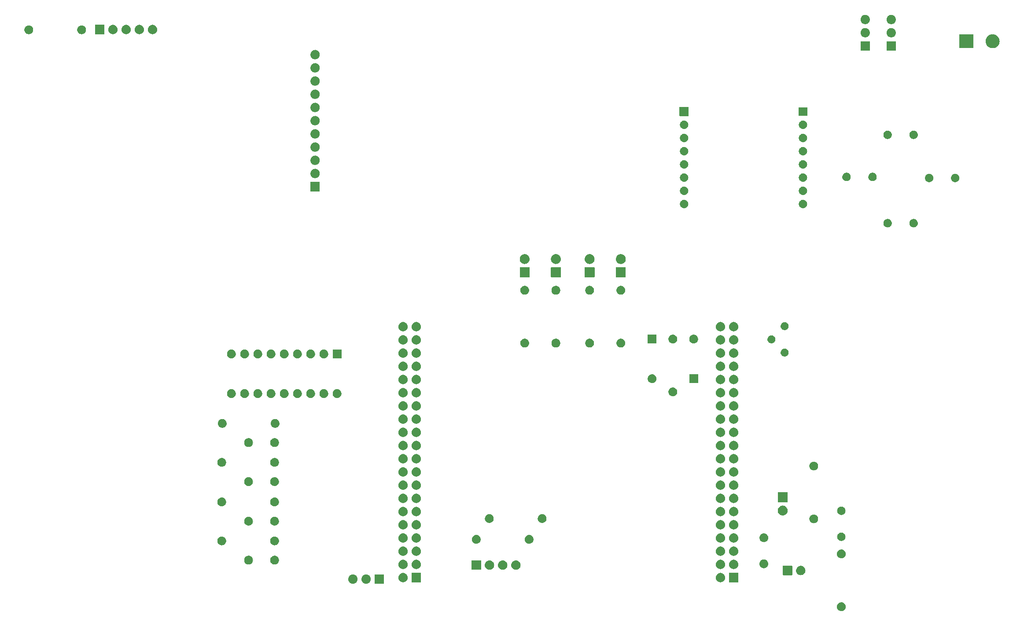
<source format=gbr>
%TF.GenerationSoftware,KiCad,Pcbnew,8.0.0*%
%TF.CreationDate,2024-05-22T20:38:23+02:00*%
%TF.ProjectId,Remote_Board_L476RG,52656d6f-7465-45f4-926f-6172645f4c34,rev?*%
%TF.SameCoordinates,Original*%
%TF.FileFunction,Soldermask,Bot*%
%TF.FilePolarity,Negative*%
%FSLAX46Y46*%
G04 Gerber Fmt 4.6, Leading zero omitted, Abs format (unit mm)*
G04 Created by KiCad (PCBNEW 8.0.0) date 2024-05-22 20:38:23*
%MOMM*%
%LPD*%
G01*
G04 APERTURE LIST*
G04 APERTURE END LIST*
G36*
X237941140Y-146514656D02*
G01*
X237988849Y-146514656D01*
X238030045Y-146523412D01*
X238065706Y-146526925D01*
X238110513Y-146540516D01*
X238162664Y-146551602D01*
X238196030Y-146566457D01*
X238225052Y-146575261D01*
X238271167Y-146599910D01*
X238325000Y-146623878D01*
X238350031Y-146642064D01*
X238371897Y-146653752D01*
X238416497Y-146690355D01*
X238468761Y-146728327D01*
X238485731Y-146747174D01*
X238500612Y-146759387D01*
X238540608Y-146808122D01*
X238587664Y-146860383D01*
X238597547Y-146877502D01*
X238606247Y-146888102D01*
X238638427Y-146948307D01*
X238676514Y-147014274D01*
X238680894Y-147027757D01*
X238684738Y-147034947D01*
X238705926Y-147104796D01*
X238731425Y-147183275D01*
X238732322Y-147191816D01*
X238733074Y-147194293D01*
X238740385Y-147268522D01*
X238750000Y-147360000D01*
X238740384Y-147451485D01*
X238733074Y-147525706D01*
X238732322Y-147528182D01*
X238731425Y-147536725D01*
X238705921Y-147615217D01*
X238684738Y-147685052D01*
X238680895Y-147692240D01*
X238676514Y-147705726D01*
X238638420Y-147771704D01*
X238606247Y-147831897D01*
X238597549Y-147842494D01*
X238587664Y-147859617D01*
X238540599Y-147911888D01*
X238500612Y-147960612D01*
X238485734Y-147972821D01*
X238468761Y-147991673D01*
X238416486Y-148029652D01*
X238371897Y-148066247D01*
X238350036Y-148077931D01*
X238325000Y-148096122D01*
X238271155Y-148120094D01*
X238225052Y-148144738D01*
X238196037Y-148153539D01*
X238162664Y-148168398D01*
X238110502Y-148179485D01*
X238065706Y-148193074D01*
X238030053Y-148196585D01*
X237988849Y-148205344D01*
X237941130Y-148205344D01*
X237900000Y-148209395D01*
X237858870Y-148205344D01*
X237811151Y-148205344D01*
X237769946Y-148196585D01*
X237734293Y-148193074D01*
X237689493Y-148179484D01*
X237637336Y-148168398D01*
X237603964Y-148153540D01*
X237574947Y-148144738D01*
X237528838Y-148120092D01*
X237475000Y-148096122D01*
X237449966Y-148077933D01*
X237428102Y-148066247D01*
X237383504Y-148029646D01*
X237331239Y-147991673D01*
X237314267Y-147972824D01*
X237299387Y-147960612D01*
X237259389Y-147911875D01*
X237212336Y-147859617D01*
X237202452Y-147842498D01*
X237193752Y-147831897D01*
X237161565Y-147771681D01*
X237123486Y-147705726D01*
X237119105Y-147692245D01*
X237115261Y-147685052D01*
X237094063Y-147615171D01*
X237068575Y-147536725D01*
X237067677Y-147528187D01*
X237066925Y-147525706D01*
X237059599Y-147451334D01*
X237050000Y-147360000D01*
X237059598Y-147268674D01*
X237066925Y-147194293D01*
X237067677Y-147191811D01*
X237068575Y-147183275D01*
X237094058Y-147104842D01*
X237115261Y-147034947D01*
X237119106Y-147027752D01*
X237123486Y-147014274D01*
X237161558Y-146948330D01*
X237193752Y-146888102D01*
X237202454Y-146877498D01*
X237212336Y-146860383D01*
X237259380Y-146808134D01*
X237299387Y-146759387D01*
X237314271Y-146747171D01*
X237331239Y-146728327D01*
X237383493Y-146690361D01*
X237428102Y-146653752D01*
X237449971Y-146642062D01*
X237475000Y-146623878D01*
X237528826Y-146599912D01*
X237574947Y-146575261D01*
X237603971Y-146566456D01*
X237637336Y-146551602D01*
X237689482Y-146540517D01*
X237734293Y-146526925D01*
X237769955Y-146523412D01*
X237811151Y-146514656D01*
X237858860Y-146514656D01*
X237900000Y-146510604D01*
X237941140Y-146514656D01*
G37*
G36*
X149919134Y-141153806D02*
G01*
X149935355Y-141164645D01*
X149946194Y-141180866D01*
X149950000Y-141200000D01*
X149950000Y-142900000D01*
X149946194Y-142919134D01*
X149935355Y-142935355D01*
X149919134Y-142946194D01*
X149900000Y-142950000D01*
X148200000Y-142950000D01*
X148180866Y-142946194D01*
X148164645Y-142935355D01*
X148153806Y-142919134D01*
X148150000Y-142900000D01*
X148150000Y-141200000D01*
X148153806Y-141180866D01*
X148164645Y-141164645D01*
X148180866Y-141153806D01*
X148200000Y-141150000D01*
X149900000Y-141150000D01*
X149919134Y-141153806D01*
G37*
G36*
X144013921Y-141154930D02*
G01*
X144064076Y-141154930D01*
X144107385Y-141164135D01*
X144145460Y-141167886D01*
X144193296Y-141182396D01*
X144248115Y-141194049D01*
X144283191Y-141209665D01*
X144314186Y-141219068D01*
X144363442Y-141245396D01*
X144420000Y-141270577D01*
X144446294Y-141289680D01*
X144469673Y-141302177D01*
X144517367Y-141341318D01*
X144572218Y-141381170D01*
X144590025Y-141400947D01*
X144605968Y-141414031D01*
X144648808Y-141466232D01*
X144698115Y-141520993D01*
X144708474Y-141538935D01*
X144717822Y-141550326D01*
X144752398Y-141615015D01*
X144792191Y-141683937D01*
X144796768Y-141698026D01*
X144800931Y-141705813D01*
X144823875Y-141781450D01*
X144850333Y-141862879D01*
X144851264Y-141871741D01*
X144852113Y-141874539D01*
X144860377Y-141958448D01*
X144870000Y-142050000D01*
X144860376Y-142141559D01*
X144852113Y-142225460D01*
X144851264Y-142228256D01*
X144850333Y-142237121D01*
X144823870Y-142318563D01*
X144800931Y-142394186D01*
X144796769Y-142401971D01*
X144792191Y-142416063D01*
X144752391Y-142484997D01*
X144717822Y-142549673D01*
X144708476Y-142561060D01*
X144698115Y-142579007D01*
X144648799Y-142633777D01*
X144605968Y-142685968D01*
X144590029Y-142699048D01*
X144572218Y-142718830D01*
X144517356Y-142758688D01*
X144469673Y-142797822D01*
X144446299Y-142810315D01*
X144420000Y-142829423D01*
X144363431Y-142854608D01*
X144314186Y-142880931D01*
X144283198Y-142890330D01*
X144248115Y-142905951D01*
X144193285Y-142917605D01*
X144145460Y-142932113D01*
X144107394Y-142935862D01*
X144064076Y-142945070D01*
X144013911Y-142945070D01*
X143970000Y-142949395D01*
X143926089Y-142945070D01*
X143875924Y-142945070D01*
X143832605Y-142935862D01*
X143794539Y-142932113D01*
X143746711Y-142917604D01*
X143691885Y-142905951D01*
X143656803Y-142890331D01*
X143625813Y-142880931D01*
X143576562Y-142854606D01*
X143520000Y-142829423D01*
X143493703Y-142810317D01*
X143470326Y-142797822D01*
X143422634Y-142758682D01*
X143367782Y-142718830D01*
X143349973Y-142699051D01*
X143334031Y-142685968D01*
X143291189Y-142633765D01*
X143241885Y-142579007D01*
X143231526Y-142561065D01*
X143222177Y-142549673D01*
X143187594Y-142484974D01*
X143147809Y-142416063D01*
X143143231Y-142401976D01*
X143139068Y-142394186D01*
X143116114Y-142318517D01*
X143089667Y-142237121D01*
X143088735Y-142228261D01*
X143087886Y-142225460D01*
X143079607Y-142141408D01*
X143070000Y-142050000D01*
X143079606Y-141958599D01*
X143087886Y-141874539D01*
X143088736Y-141871736D01*
X143089667Y-141862879D01*
X143116109Y-141781496D01*
X143139068Y-141705813D01*
X143143232Y-141698021D01*
X143147809Y-141683937D01*
X143187587Y-141615038D01*
X143222177Y-141550326D01*
X143231528Y-141538931D01*
X143241885Y-141520993D01*
X143291180Y-141466245D01*
X143334031Y-141414031D01*
X143349976Y-141400944D01*
X143367782Y-141381170D01*
X143422623Y-141341325D01*
X143470326Y-141302177D01*
X143493708Y-141289678D01*
X143520000Y-141270577D01*
X143576551Y-141245398D01*
X143625813Y-141219068D01*
X143656810Y-141209664D01*
X143691885Y-141194049D01*
X143746700Y-141182397D01*
X143794539Y-141167886D01*
X143832614Y-141164135D01*
X143875924Y-141154930D01*
X143926079Y-141154930D01*
X143970000Y-141150604D01*
X144013921Y-141154930D01*
G37*
G36*
X146553921Y-141154930D02*
G01*
X146604076Y-141154930D01*
X146647385Y-141164135D01*
X146685460Y-141167886D01*
X146733296Y-141182396D01*
X146788115Y-141194049D01*
X146823191Y-141209665D01*
X146854186Y-141219068D01*
X146903442Y-141245396D01*
X146960000Y-141270577D01*
X146986294Y-141289680D01*
X147009673Y-141302177D01*
X147057367Y-141341318D01*
X147112218Y-141381170D01*
X147130025Y-141400947D01*
X147145968Y-141414031D01*
X147188808Y-141466232D01*
X147238115Y-141520993D01*
X147248474Y-141538935D01*
X147257822Y-141550326D01*
X147292398Y-141615015D01*
X147332191Y-141683937D01*
X147336768Y-141698026D01*
X147340931Y-141705813D01*
X147363875Y-141781450D01*
X147390333Y-141862879D01*
X147391264Y-141871741D01*
X147392113Y-141874539D01*
X147400377Y-141958448D01*
X147410000Y-142050000D01*
X147400376Y-142141559D01*
X147392113Y-142225460D01*
X147391264Y-142228256D01*
X147390333Y-142237121D01*
X147363870Y-142318563D01*
X147340931Y-142394186D01*
X147336769Y-142401971D01*
X147332191Y-142416063D01*
X147292391Y-142484997D01*
X147257822Y-142549673D01*
X147248476Y-142561060D01*
X147238115Y-142579007D01*
X147188799Y-142633777D01*
X147145968Y-142685968D01*
X147130029Y-142699048D01*
X147112218Y-142718830D01*
X147057356Y-142758688D01*
X147009673Y-142797822D01*
X146986299Y-142810315D01*
X146960000Y-142829423D01*
X146903431Y-142854608D01*
X146854186Y-142880931D01*
X146823198Y-142890330D01*
X146788115Y-142905951D01*
X146733285Y-142917605D01*
X146685460Y-142932113D01*
X146647394Y-142935862D01*
X146604076Y-142945070D01*
X146553911Y-142945070D01*
X146510000Y-142949395D01*
X146466089Y-142945070D01*
X146415924Y-142945070D01*
X146372605Y-142935862D01*
X146334539Y-142932113D01*
X146286711Y-142917604D01*
X146231885Y-142905951D01*
X146196803Y-142890331D01*
X146165813Y-142880931D01*
X146116562Y-142854606D01*
X146060000Y-142829423D01*
X146033703Y-142810317D01*
X146010326Y-142797822D01*
X145962634Y-142758682D01*
X145907782Y-142718830D01*
X145889973Y-142699051D01*
X145874031Y-142685968D01*
X145831189Y-142633765D01*
X145781885Y-142579007D01*
X145771526Y-142561065D01*
X145762177Y-142549673D01*
X145727594Y-142484974D01*
X145687809Y-142416063D01*
X145683231Y-142401976D01*
X145679068Y-142394186D01*
X145656114Y-142318517D01*
X145629667Y-142237121D01*
X145628735Y-142228261D01*
X145627886Y-142225460D01*
X145619607Y-142141408D01*
X145610000Y-142050000D01*
X145619606Y-141958599D01*
X145627886Y-141874539D01*
X145628736Y-141871736D01*
X145629667Y-141862879D01*
X145656109Y-141781496D01*
X145679068Y-141705813D01*
X145683232Y-141698021D01*
X145687809Y-141683937D01*
X145727587Y-141615038D01*
X145762177Y-141550326D01*
X145771528Y-141538931D01*
X145781885Y-141520993D01*
X145831180Y-141466245D01*
X145874031Y-141414031D01*
X145889976Y-141400944D01*
X145907782Y-141381170D01*
X145962623Y-141341325D01*
X146010326Y-141302177D01*
X146033708Y-141289678D01*
X146060000Y-141270577D01*
X146116551Y-141245398D01*
X146165813Y-141219068D01*
X146196810Y-141209664D01*
X146231885Y-141194049D01*
X146286700Y-141182397D01*
X146334539Y-141167886D01*
X146372614Y-141164135D01*
X146415924Y-141154930D01*
X146466079Y-141154930D01*
X146510000Y-141150604D01*
X146553921Y-141154930D01*
G37*
G36*
X157029135Y-140863806D02*
G01*
X157045356Y-140874645D01*
X157056195Y-140890866D01*
X157060001Y-140910000D01*
X157060001Y-142610000D01*
X157056195Y-142629134D01*
X157045356Y-142645355D01*
X157029135Y-142656194D01*
X157010001Y-142660000D01*
X155310001Y-142660000D01*
X155290867Y-142656194D01*
X155274646Y-142645355D01*
X155263807Y-142629134D01*
X155260001Y-142610000D01*
X155260001Y-140910000D01*
X155263807Y-140890866D01*
X155274646Y-140874645D01*
X155290867Y-140863806D01*
X155310001Y-140860000D01*
X157010001Y-140860000D01*
X157029135Y-140863806D01*
G37*
G36*
X218069134Y-140863806D02*
G01*
X218085355Y-140874645D01*
X218096194Y-140890866D01*
X218100000Y-140910000D01*
X218100000Y-142610000D01*
X218096194Y-142629134D01*
X218085355Y-142645355D01*
X218069134Y-142656194D01*
X218050000Y-142660000D01*
X216350000Y-142660000D01*
X216330866Y-142656194D01*
X216314645Y-142645355D01*
X216303806Y-142629134D01*
X216300000Y-142610000D01*
X216300000Y-140910000D01*
X216303806Y-140890866D01*
X216314645Y-140874645D01*
X216330866Y-140863806D01*
X216350000Y-140860000D01*
X218050000Y-140860000D01*
X218069134Y-140863806D01*
G37*
G36*
X153663922Y-140864930D02*
G01*
X153714077Y-140864930D01*
X153757386Y-140874135D01*
X153795461Y-140877886D01*
X153843297Y-140892396D01*
X153898116Y-140904049D01*
X153933192Y-140919665D01*
X153964187Y-140929068D01*
X154013443Y-140955396D01*
X154070001Y-140980577D01*
X154096295Y-140999680D01*
X154119674Y-141012177D01*
X154167368Y-141051318D01*
X154222219Y-141091170D01*
X154240026Y-141110947D01*
X154255969Y-141124031D01*
X154298809Y-141176232D01*
X154348116Y-141230993D01*
X154358475Y-141248935D01*
X154367823Y-141260326D01*
X154402399Y-141325015D01*
X154442192Y-141393937D01*
X154446769Y-141408026D01*
X154450932Y-141415813D01*
X154473876Y-141491450D01*
X154500334Y-141572879D01*
X154501265Y-141581741D01*
X154502114Y-141584539D01*
X154510378Y-141668448D01*
X154520001Y-141760000D01*
X154510377Y-141851559D01*
X154502114Y-141935460D01*
X154501265Y-141938256D01*
X154500334Y-141947121D01*
X154473871Y-142028563D01*
X154450932Y-142104186D01*
X154446770Y-142111971D01*
X154442192Y-142126063D01*
X154402392Y-142194997D01*
X154367823Y-142259673D01*
X154358477Y-142271060D01*
X154348116Y-142289007D01*
X154298800Y-142343777D01*
X154255969Y-142395968D01*
X154240030Y-142409048D01*
X154222219Y-142428830D01*
X154167357Y-142468688D01*
X154119674Y-142507822D01*
X154096300Y-142520315D01*
X154070001Y-142539423D01*
X154013432Y-142564608D01*
X153964187Y-142590931D01*
X153933199Y-142600330D01*
X153898116Y-142615951D01*
X153843286Y-142627605D01*
X153795461Y-142642113D01*
X153757395Y-142645862D01*
X153714077Y-142655070D01*
X153663912Y-142655070D01*
X153620001Y-142659395D01*
X153576090Y-142655070D01*
X153525925Y-142655070D01*
X153482606Y-142645862D01*
X153444540Y-142642113D01*
X153396712Y-142627604D01*
X153341886Y-142615951D01*
X153306804Y-142600331D01*
X153275814Y-142590931D01*
X153226563Y-142564606D01*
X153170001Y-142539423D01*
X153143704Y-142520317D01*
X153120327Y-142507822D01*
X153072635Y-142468682D01*
X153017783Y-142428830D01*
X152999974Y-142409051D01*
X152984032Y-142395968D01*
X152941190Y-142343765D01*
X152891886Y-142289007D01*
X152881527Y-142271065D01*
X152872178Y-142259673D01*
X152837595Y-142194974D01*
X152797810Y-142126063D01*
X152793232Y-142111976D01*
X152789069Y-142104186D01*
X152766115Y-142028517D01*
X152739668Y-141947121D01*
X152738736Y-141938261D01*
X152737887Y-141935460D01*
X152729608Y-141851408D01*
X152720001Y-141760000D01*
X152729607Y-141668599D01*
X152737887Y-141584539D01*
X152738737Y-141581736D01*
X152739668Y-141572879D01*
X152766110Y-141491496D01*
X152789069Y-141415813D01*
X152793233Y-141408021D01*
X152797810Y-141393937D01*
X152837588Y-141325038D01*
X152872178Y-141260326D01*
X152881529Y-141248931D01*
X152891886Y-141230993D01*
X152941181Y-141176245D01*
X152984032Y-141124031D01*
X152999977Y-141110944D01*
X153017783Y-141091170D01*
X153072624Y-141051325D01*
X153120327Y-141012177D01*
X153143709Y-140999678D01*
X153170001Y-140980577D01*
X153226552Y-140955398D01*
X153275814Y-140929068D01*
X153306811Y-140919664D01*
X153341886Y-140904049D01*
X153396701Y-140892397D01*
X153444540Y-140877886D01*
X153482615Y-140874135D01*
X153525925Y-140864930D01*
X153576080Y-140864930D01*
X153620001Y-140860604D01*
X153663922Y-140864930D01*
G37*
G36*
X214703921Y-140864930D02*
G01*
X214754076Y-140864930D01*
X214797385Y-140874135D01*
X214835460Y-140877886D01*
X214883296Y-140892396D01*
X214938115Y-140904049D01*
X214973191Y-140919665D01*
X215004186Y-140929068D01*
X215053442Y-140955396D01*
X215110000Y-140980577D01*
X215136294Y-140999680D01*
X215159673Y-141012177D01*
X215207367Y-141051318D01*
X215262218Y-141091170D01*
X215280025Y-141110947D01*
X215295968Y-141124031D01*
X215338808Y-141176232D01*
X215388115Y-141230993D01*
X215398474Y-141248935D01*
X215407822Y-141260326D01*
X215442398Y-141325015D01*
X215482191Y-141393937D01*
X215486768Y-141408026D01*
X215490931Y-141415813D01*
X215513875Y-141491450D01*
X215540333Y-141572879D01*
X215541264Y-141581741D01*
X215542113Y-141584539D01*
X215550377Y-141668448D01*
X215560000Y-141760000D01*
X215550376Y-141851559D01*
X215542113Y-141935460D01*
X215541264Y-141938256D01*
X215540333Y-141947121D01*
X215513870Y-142028563D01*
X215490931Y-142104186D01*
X215486769Y-142111971D01*
X215482191Y-142126063D01*
X215442391Y-142194997D01*
X215407822Y-142259673D01*
X215398476Y-142271060D01*
X215388115Y-142289007D01*
X215338799Y-142343777D01*
X215295968Y-142395968D01*
X215280029Y-142409048D01*
X215262218Y-142428830D01*
X215207356Y-142468688D01*
X215159673Y-142507822D01*
X215136299Y-142520315D01*
X215110000Y-142539423D01*
X215053431Y-142564608D01*
X215004186Y-142590931D01*
X214973198Y-142600330D01*
X214938115Y-142615951D01*
X214883285Y-142627605D01*
X214835460Y-142642113D01*
X214797394Y-142645862D01*
X214754076Y-142655070D01*
X214703911Y-142655070D01*
X214660000Y-142659395D01*
X214616089Y-142655070D01*
X214565924Y-142655070D01*
X214522605Y-142645862D01*
X214484539Y-142642113D01*
X214436711Y-142627604D01*
X214381885Y-142615951D01*
X214346803Y-142600331D01*
X214315813Y-142590931D01*
X214266562Y-142564606D01*
X214210000Y-142539423D01*
X214183703Y-142520317D01*
X214160326Y-142507822D01*
X214112634Y-142468682D01*
X214057782Y-142428830D01*
X214039973Y-142409051D01*
X214024031Y-142395968D01*
X213981189Y-142343765D01*
X213931885Y-142289007D01*
X213921526Y-142271065D01*
X213912177Y-142259673D01*
X213877594Y-142194974D01*
X213837809Y-142126063D01*
X213833231Y-142111976D01*
X213829068Y-142104186D01*
X213806114Y-142028517D01*
X213779667Y-141947121D01*
X213778735Y-141938261D01*
X213777886Y-141935460D01*
X213769607Y-141851408D01*
X213760000Y-141760000D01*
X213769606Y-141668599D01*
X213777886Y-141584539D01*
X213778736Y-141581736D01*
X213779667Y-141572879D01*
X213806109Y-141491496D01*
X213829068Y-141415813D01*
X213833232Y-141408021D01*
X213837809Y-141393937D01*
X213877587Y-141325038D01*
X213912177Y-141260326D01*
X213921528Y-141248931D01*
X213931885Y-141230993D01*
X213981180Y-141176245D01*
X214024031Y-141124031D01*
X214039976Y-141110944D01*
X214057782Y-141091170D01*
X214112623Y-141051325D01*
X214160326Y-141012177D01*
X214183708Y-140999678D01*
X214210000Y-140980577D01*
X214266551Y-140955398D01*
X214315813Y-140929068D01*
X214346810Y-140919664D01*
X214381885Y-140904049D01*
X214436700Y-140892397D01*
X214484539Y-140877886D01*
X214522614Y-140874135D01*
X214565924Y-140864930D01*
X214616079Y-140864930D01*
X214660000Y-140860604D01*
X214703921Y-140864930D01*
G37*
G36*
X228429134Y-139503806D02*
G01*
X228445355Y-139514645D01*
X228456194Y-139530866D01*
X228460000Y-139550000D01*
X228460000Y-141250000D01*
X228456194Y-141269134D01*
X228445355Y-141285355D01*
X228429134Y-141296194D01*
X228410000Y-141300000D01*
X226710000Y-141300000D01*
X226690866Y-141296194D01*
X226674645Y-141285355D01*
X226663806Y-141269134D01*
X226660000Y-141250000D01*
X226660000Y-139550000D01*
X226663806Y-139530866D01*
X226674645Y-139514645D01*
X226690866Y-139503806D01*
X226710000Y-139500000D01*
X228410000Y-139500000D01*
X228429134Y-139503806D01*
G37*
G36*
X230143921Y-139504930D02*
G01*
X230194076Y-139504930D01*
X230237385Y-139514135D01*
X230275460Y-139517886D01*
X230323296Y-139532396D01*
X230378115Y-139544049D01*
X230413191Y-139559665D01*
X230444186Y-139569068D01*
X230493442Y-139595396D01*
X230550000Y-139620577D01*
X230576294Y-139639680D01*
X230599673Y-139652177D01*
X230647367Y-139691318D01*
X230702218Y-139731170D01*
X230720025Y-139750947D01*
X230735968Y-139764031D01*
X230778808Y-139816232D01*
X230828115Y-139870993D01*
X230838474Y-139888935D01*
X230847822Y-139900326D01*
X230882398Y-139965015D01*
X230922191Y-140033937D01*
X230926768Y-140048026D01*
X230930931Y-140055813D01*
X230953875Y-140131450D01*
X230980333Y-140212879D01*
X230981264Y-140221741D01*
X230982113Y-140224539D01*
X230990377Y-140308448D01*
X231000000Y-140400000D01*
X230990376Y-140491559D01*
X230982113Y-140575460D01*
X230981264Y-140578256D01*
X230980333Y-140587121D01*
X230953870Y-140668563D01*
X230930931Y-140744186D01*
X230926769Y-140751971D01*
X230922191Y-140766063D01*
X230882391Y-140834997D01*
X230847822Y-140899673D01*
X230838476Y-140911060D01*
X230828115Y-140929007D01*
X230778799Y-140983777D01*
X230735968Y-141035968D01*
X230720029Y-141049048D01*
X230702218Y-141068830D01*
X230647356Y-141108688D01*
X230599673Y-141147822D01*
X230576299Y-141160315D01*
X230550000Y-141179423D01*
X230493431Y-141204608D01*
X230444186Y-141230931D01*
X230413198Y-141240330D01*
X230378115Y-141255951D01*
X230323285Y-141267605D01*
X230275460Y-141282113D01*
X230237394Y-141285862D01*
X230194076Y-141295070D01*
X230143911Y-141295070D01*
X230100000Y-141299395D01*
X230056089Y-141295070D01*
X230005924Y-141295070D01*
X229962605Y-141285862D01*
X229924539Y-141282113D01*
X229876711Y-141267604D01*
X229821885Y-141255951D01*
X229786803Y-141240331D01*
X229755813Y-141230931D01*
X229706562Y-141204606D01*
X229650000Y-141179423D01*
X229623703Y-141160317D01*
X229600326Y-141147822D01*
X229552634Y-141108682D01*
X229497782Y-141068830D01*
X229479973Y-141049051D01*
X229464031Y-141035968D01*
X229421189Y-140983765D01*
X229371885Y-140929007D01*
X229361526Y-140911065D01*
X229352177Y-140899673D01*
X229317594Y-140834974D01*
X229277809Y-140766063D01*
X229273231Y-140751976D01*
X229269068Y-140744186D01*
X229246114Y-140668517D01*
X229219667Y-140587121D01*
X229218735Y-140578261D01*
X229217886Y-140575460D01*
X229209607Y-140491408D01*
X229200000Y-140400000D01*
X229209606Y-140308599D01*
X229217886Y-140224539D01*
X229218736Y-140221736D01*
X229219667Y-140212879D01*
X229246109Y-140131496D01*
X229269068Y-140055813D01*
X229273232Y-140048021D01*
X229277809Y-140033937D01*
X229317587Y-139965038D01*
X229352177Y-139900326D01*
X229361528Y-139888931D01*
X229371885Y-139870993D01*
X229421180Y-139816245D01*
X229464031Y-139764031D01*
X229479976Y-139750944D01*
X229497782Y-139731170D01*
X229552623Y-139691325D01*
X229600326Y-139652177D01*
X229623708Y-139639678D01*
X229650000Y-139620577D01*
X229706551Y-139595398D01*
X229755813Y-139569068D01*
X229786810Y-139559664D01*
X229821885Y-139544049D01*
X229876700Y-139532397D01*
X229924539Y-139517886D01*
X229962614Y-139514135D01*
X230005924Y-139504930D01*
X230056079Y-139504930D01*
X230100000Y-139500604D01*
X230143921Y-139504930D01*
G37*
G36*
X168569134Y-138453806D02*
G01*
X168585355Y-138464645D01*
X168596194Y-138480866D01*
X168600000Y-138500000D01*
X168600000Y-140200000D01*
X168596194Y-140219134D01*
X168585355Y-140235355D01*
X168569134Y-140246194D01*
X168550000Y-140250000D01*
X166850000Y-140250000D01*
X166830866Y-140246194D01*
X166814645Y-140235355D01*
X166803806Y-140219134D01*
X166800000Y-140200000D01*
X166800000Y-138500000D01*
X166803806Y-138480866D01*
X166814645Y-138464645D01*
X166830866Y-138453806D01*
X166850000Y-138450000D01*
X168550000Y-138450000D01*
X168569134Y-138453806D01*
G37*
G36*
X170283921Y-138454930D02*
G01*
X170334076Y-138454930D01*
X170377385Y-138464135D01*
X170415460Y-138467886D01*
X170463296Y-138482396D01*
X170518115Y-138494049D01*
X170553191Y-138509665D01*
X170584186Y-138519068D01*
X170633442Y-138545396D01*
X170690000Y-138570577D01*
X170716294Y-138589680D01*
X170739673Y-138602177D01*
X170787367Y-138641318D01*
X170842218Y-138681170D01*
X170860025Y-138700947D01*
X170875968Y-138714031D01*
X170918808Y-138766232D01*
X170968115Y-138820993D01*
X170978474Y-138838935D01*
X170987822Y-138850326D01*
X171022398Y-138915015D01*
X171062191Y-138983937D01*
X171066768Y-138998026D01*
X171070931Y-139005813D01*
X171093875Y-139081450D01*
X171120333Y-139162879D01*
X171121264Y-139171741D01*
X171122113Y-139174539D01*
X171130377Y-139258448D01*
X171140000Y-139350000D01*
X171130376Y-139441559D01*
X171122113Y-139525460D01*
X171121264Y-139528256D01*
X171120333Y-139537121D01*
X171093870Y-139618563D01*
X171070931Y-139694186D01*
X171066769Y-139701971D01*
X171062191Y-139716063D01*
X171022391Y-139784997D01*
X170987822Y-139849673D01*
X170978476Y-139861060D01*
X170968115Y-139879007D01*
X170918799Y-139933777D01*
X170875968Y-139985968D01*
X170860029Y-139999048D01*
X170842218Y-140018830D01*
X170787356Y-140058688D01*
X170739673Y-140097822D01*
X170716299Y-140110315D01*
X170690000Y-140129423D01*
X170633431Y-140154608D01*
X170584186Y-140180931D01*
X170553198Y-140190330D01*
X170518115Y-140205951D01*
X170463285Y-140217605D01*
X170415460Y-140232113D01*
X170377394Y-140235862D01*
X170334076Y-140245070D01*
X170283911Y-140245070D01*
X170240000Y-140249395D01*
X170196089Y-140245070D01*
X170145924Y-140245070D01*
X170102605Y-140235862D01*
X170064539Y-140232113D01*
X170016711Y-140217604D01*
X169961885Y-140205951D01*
X169926803Y-140190331D01*
X169895813Y-140180931D01*
X169846562Y-140154606D01*
X169790000Y-140129423D01*
X169763703Y-140110317D01*
X169740326Y-140097822D01*
X169692634Y-140058682D01*
X169637782Y-140018830D01*
X169619973Y-139999051D01*
X169604031Y-139985968D01*
X169561189Y-139933765D01*
X169511885Y-139879007D01*
X169501526Y-139861065D01*
X169492177Y-139849673D01*
X169457594Y-139784974D01*
X169417809Y-139716063D01*
X169413231Y-139701976D01*
X169409068Y-139694186D01*
X169386114Y-139618517D01*
X169359667Y-139537121D01*
X169358735Y-139528261D01*
X169357886Y-139525460D01*
X169349607Y-139441408D01*
X169340000Y-139350000D01*
X169349606Y-139258599D01*
X169357886Y-139174539D01*
X169358736Y-139171736D01*
X169359667Y-139162879D01*
X169386109Y-139081496D01*
X169409068Y-139005813D01*
X169413232Y-138998021D01*
X169417809Y-138983937D01*
X169457587Y-138915038D01*
X169492177Y-138850326D01*
X169501528Y-138838931D01*
X169511885Y-138820993D01*
X169561180Y-138766245D01*
X169604031Y-138714031D01*
X169619976Y-138700944D01*
X169637782Y-138681170D01*
X169692623Y-138641325D01*
X169740326Y-138602177D01*
X169763708Y-138589678D01*
X169790000Y-138570577D01*
X169846551Y-138545398D01*
X169895813Y-138519068D01*
X169926810Y-138509664D01*
X169961885Y-138494049D01*
X170016700Y-138482397D01*
X170064539Y-138467886D01*
X170102614Y-138464135D01*
X170145924Y-138454930D01*
X170196079Y-138454930D01*
X170240000Y-138450604D01*
X170283921Y-138454930D01*
G37*
G36*
X172823921Y-138454930D02*
G01*
X172874076Y-138454930D01*
X172917385Y-138464135D01*
X172955460Y-138467886D01*
X173003296Y-138482396D01*
X173058115Y-138494049D01*
X173093191Y-138509665D01*
X173124186Y-138519068D01*
X173173442Y-138545396D01*
X173230000Y-138570577D01*
X173256294Y-138589680D01*
X173279673Y-138602177D01*
X173327367Y-138641318D01*
X173382218Y-138681170D01*
X173400025Y-138700947D01*
X173415968Y-138714031D01*
X173458808Y-138766232D01*
X173508115Y-138820993D01*
X173518474Y-138838935D01*
X173527822Y-138850326D01*
X173562398Y-138915015D01*
X173602191Y-138983937D01*
X173606768Y-138998026D01*
X173610931Y-139005813D01*
X173633875Y-139081450D01*
X173660333Y-139162879D01*
X173661264Y-139171741D01*
X173662113Y-139174539D01*
X173670377Y-139258448D01*
X173680000Y-139350000D01*
X173670376Y-139441559D01*
X173662113Y-139525460D01*
X173661264Y-139528256D01*
X173660333Y-139537121D01*
X173633870Y-139618563D01*
X173610931Y-139694186D01*
X173606769Y-139701971D01*
X173602191Y-139716063D01*
X173562391Y-139784997D01*
X173527822Y-139849673D01*
X173518476Y-139861060D01*
X173508115Y-139879007D01*
X173458799Y-139933777D01*
X173415968Y-139985968D01*
X173400029Y-139999048D01*
X173382218Y-140018830D01*
X173327356Y-140058688D01*
X173279673Y-140097822D01*
X173256299Y-140110315D01*
X173230000Y-140129423D01*
X173173431Y-140154608D01*
X173124186Y-140180931D01*
X173093198Y-140190330D01*
X173058115Y-140205951D01*
X173003285Y-140217605D01*
X172955460Y-140232113D01*
X172917394Y-140235862D01*
X172874076Y-140245070D01*
X172823911Y-140245070D01*
X172780000Y-140249395D01*
X172736089Y-140245070D01*
X172685924Y-140245070D01*
X172642605Y-140235862D01*
X172604539Y-140232113D01*
X172556711Y-140217604D01*
X172501885Y-140205951D01*
X172466803Y-140190331D01*
X172435813Y-140180931D01*
X172386562Y-140154606D01*
X172330000Y-140129423D01*
X172303703Y-140110317D01*
X172280326Y-140097822D01*
X172232634Y-140058682D01*
X172177782Y-140018830D01*
X172159973Y-139999051D01*
X172144031Y-139985968D01*
X172101189Y-139933765D01*
X172051885Y-139879007D01*
X172041526Y-139861065D01*
X172032177Y-139849673D01*
X171997594Y-139784974D01*
X171957809Y-139716063D01*
X171953231Y-139701976D01*
X171949068Y-139694186D01*
X171926114Y-139618517D01*
X171899667Y-139537121D01*
X171898735Y-139528261D01*
X171897886Y-139525460D01*
X171889607Y-139441408D01*
X171880000Y-139350000D01*
X171889606Y-139258599D01*
X171897886Y-139174539D01*
X171898736Y-139171736D01*
X171899667Y-139162879D01*
X171926109Y-139081496D01*
X171949068Y-139005813D01*
X171953232Y-138998021D01*
X171957809Y-138983937D01*
X171997587Y-138915038D01*
X172032177Y-138850326D01*
X172041528Y-138838931D01*
X172051885Y-138820993D01*
X172101180Y-138766245D01*
X172144031Y-138714031D01*
X172159976Y-138700944D01*
X172177782Y-138681170D01*
X172232623Y-138641325D01*
X172280326Y-138602177D01*
X172303708Y-138589678D01*
X172330000Y-138570577D01*
X172386551Y-138545398D01*
X172435813Y-138519068D01*
X172466810Y-138509664D01*
X172501885Y-138494049D01*
X172556700Y-138482397D01*
X172604539Y-138467886D01*
X172642614Y-138464135D01*
X172685924Y-138454930D01*
X172736079Y-138454930D01*
X172780000Y-138450604D01*
X172823921Y-138454930D01*
G37*
G36*
X175363921Y-138454930D02*
G01*
X175414076Y-138454930D01*
X175457385Y-138464135D01*
X175495460Y-138467886D01*
X175543296Y-138482396D01*
X175598115Y-138494049D01*
X175633191Y-138509665D01*
X175664186Y-138519068D01*
X175713442Y-138545396D01*
X175770000Y-138570577D01*
X175796294Y-138589680D01*
X175819673Y-138602177D01*
X175867367Y-138641318D01*
X175922218Y-138681170D01*
X175940025Y-138700947D01*
X175955968Y-138714031D01*
X175998808Y-138766232D01*
X176048115Y-138820993D01*
X176058474Y-138838935D01*
X176067822Y-138850326D01*
X176102398Y-138915015D01*
X176142191Y-138983937D01*
X176146768Y-138998026D01*
X176150931Y-139005813D01*
X176173875Y-139081450D01*
X176200333Y-139162879D01*
X176201264Y-139171741D01*
X176202113Y-139174539D01*
X176210377Y-139258448D01*
X176220000Y-139350000D01*
X176210376Y-139441559D01*
X176202113Y-139525460D01*
X176201264Y-139528256D01*
X176200333Y-139537121D01*
X176173870Y-139618563D01*
X176150931Y-139694186D01*
X176146769Y-139701971D01*
X176142191Y-139716063D01*
X176102391Y-139784997D01*
X176067822Y-139849673D01*
X176058476Y-139861060D01*
X176048115Y-139879007D01*
X175998799Y-139933777D01*
X175955968Y-139985968D01*
X175940029Y-139999048D01*
X175922218Y-140018830D01*
X175867356Y-140058688D01*
X175819673Y-140097822D01*
X175796299Y-140110315D01*
X175770000Y-140129423D01*
X175713431Y-140154608D01*
X175664186Y-140180931D01*
X175633198Y-140190330D01*
X175598115Y-140205951D01*
X175543285Y-140217605D01*
X175495460Y-140232113D01*
X175457394Y-140235862D01*
X175414076Y-140245070D01*
X175363911Y-140245070D01*
X175320000Y-140249395D01*
X175276089Y-140245070D01*
X175225924Y-140245070D01*
X175182605Y-140235862D01*
X175144539Y-140232113D01*
X175096711Y-140217604D01*
X175041885Y-140205951D01*
X175006803Y-140190331D01*
X174975813Y-140180931D01*
X174926562Y-140154606D01*
X174870000Y-140129423D01*
X174843703Y-140110317D01*
X174820326Y-140097822D01*
X174772634Y-140058682D01*
X174717782Y-140018830D01*
X174699973Y-139999051D01*
X174684031Y-139985968D01*
X174641189Y-139933765D01*
X174591885Y-139879007D01*
X174581526Y-139861065D01*
X174572177Y-139849673D01*
X174537594Y-139784974D01*
X174497809Y-139716063D01*
X174493231Y-139701976D01*
X174489068Y-139694186D01*
X174466114Y-139618517D01*
X174439667Y-139537121D01*
X174438735Y-139528261D01*
X174437886Y-139525460D01*
X174429607Y-139441408D01*
X174420000Y-139350000D01*
X174429606Y-139258599D01*
X174437886Y-139174539D01*
X174438736Y-139171736D01*
X174439667Y-139162879D01*
X174466109Y-139081496D01*
X174489068Y-139005813D01*
X174493232Y-138998021D01*
X174497809Y-138983937D01*
X174537587Y-138915038D01*
X174572177Y-138850326D01*
X174581528Y-138838931D01*
X174591885Y-138820993D01*
X174641180Y-138766245D01*
X174684031Y-138714031D01*
X174699976Y-138700944D01*
X174717782Y-138681170D01*
X174772623Y-138641325D01*
X174820326Y-138602177D01*
X174843708Y-138589678D01*
X174870000Y-138570577D01*
X174926551Y-138545398D01*
X174975813Y-138519068D01*
X175006810Y-138509664D01*
X175041885Y-138494049D01*
X175096700Y-138482397D01*
X175144539Y-138467886D01*
X175182614Y-138464135D01*
X175225924Y-138454930D01*
X175276079Y-138454930D01*
X175320000Y-138450604D01*
X175363921Y-138454930D01*
G37*
G36*
X153663922Y-138324930D02*
G01*
X153714077Y-138324930D01*
X153757386Y-138334135D01*
X153795461Y-138337886D01*
X153843297Y-138352396D01*
X153898116Y-138364049D01*
X153933192Y-138379665D01*
X153964187Y-138389068D01*
X154013443Y-138415396D01*
X154070001Y-138440577D01*
X154096295Y-138459680D01*
X154119674Y-138472177D01*
X154167368Y-138511318D01*
X154222219Y-138551170D01*
X154240026Y-138570947D01*
X154255969Y-138584031D01*
X154298809Y-138636232D01*
X154348116Y-138690993D01*
X154358475Y-138708935D01*
X154367823Y-138720326D01*
X154402399Y-138785015D01*
X154442192Y-138853937D01*
X154446769Y-138868026D01*
X154450932Y-138875813D01*
X154473876Y-138951450D01*
X154500334Y-139032879D01*
X154501265Y-139041741D01*
X154502114Y-139044539D01*
X154510378Y-139128448D01*
X154520001Y-139220000D01*
X154510377Y-139311559D01*
X154502114Y-139395460D01*
X154501265Y-139398256D01*
X154500334Y-139407121D01*
X154473871Y-139488563D01*
X154450932Y-139564186D01*
X154446770Y-139571971D01*
X154442192Y-139586063D01*
X154402392Y-139654997D01*
X154367823Y-139719673D01*
X154358477Y-139731060D01*
X154348116Y-139749007D01*
X154298800Y-139803777D01*
X154255969Y-139855968D01*
X154240030Y-139869048D01*
X154222219Y-139888830D01*
X154167357Y-139928688D01*
X154119674Y-139967822D01*
X154096300Y-139980315D01*
X154070001Y-139999423D01*
X154013432Y-140024608D01*
X153964187Y-140050931D01*
X153933199Y-140060330D01*
X153898116Y-140075951D01*
X153843286Y-140087605D01*
X153795461Y-140102113D01*
X153757395Y-140105862D01*
X153714077Y-140115070D01*
X153663912Y-140115070D01*
X153620001Y-140119395D01*
X153576090Y-140115070D01*
X153525925Y-140115070D01*
X153482606Y-140105862D01*
X153444540Y-140102113D01*
X153396712Y-140087604D01*
X153341886Y-140075951D01*
X153306804Y-140060331D01*
X153275814Y-140050931D01*
X153226563Y-140024606D01*
X153170001Y-139999423D01*
X153143704Y-139980317D01*
X153120327Y-139967822D01*
X153072635Y-139928682D01*
X153017783Y-139888830D01*
X152999974Y-139869051D01*
X152984032Y-139855968D01*
X152941190Y-139803765D01*
X152891886Y-139749007D01*
X152881527Y-139731065D01*
X152872178Y-139719673D01*
X152837595Y-139654974D01*
X152797810Y-139586063D01*
X152793232Y-139571976D01*
X152789069Y-139564186D01*
X152766115Y-139488517D01*
X152739668Y-139407121D01*
X152738736Y-139398261D01*
X152737887Y-139395460D01*
X152729608Y-139311408D01*
X152720001Y-139220000D01*
X152729607Y-139128599D01*
X152737887Y-139044539D01*
X152738737Y-139041736D01*
X152739668Y-139032879D01*
X152766110Y-138951496D01*
X152789069Y-138875813D01*
X152793233Y-138868021D01*
X152797810Y-138853937D01*
X152837588Y-138785038D01*
X152872178Y-138720326D01*
X152881529Y-138708931D01*
X152891886Y-138690993D01*
X152941181Y-138636245D01*
X152984032Y-138584031D01*
X152999977Y-138570944D01*
X153017783Y-138551170D01*
X153072624Y-138511325D01*
X153120327Y-138472177D01*
X153143709Y-138459678D01*
X153170001Y-138440577D01*
X153226552Y-138415398D01*
X153275814Y-138389068D01*
X153306811Y-138379664D01*
X153341886Y-138364049D01*
X153396701Y-138352397D01*
X153444540Y-138337886D01*
X153482615Y-138334135D01*
X153525925Y-138324930D01*
X153576080Y-138324930D01*
X153620001Y-138320604D01*
X153663922Y-138324930D01*
G37*
G36*
X156203922Y-138324930D02*
G01*
X156254077Y-138324930D01*
X156297386Y-138334135D01*
X156335461Y-138337886D01*
X156383297Y-138352396D01*
X156438116Y-138364049D01*
X156473192Y-138379665D01*
X156504187Y-138389068D01*
X156553443Y-138415396D01*
X156610001Y-138440577D01*
X156636295Y-138459680D01*
X156659674Y-138472177D01*
X156707368Y-138511318D01*
X156762219Y-138551170D01*
X156780026Y-138570947D01*
X156795969Y-138584031D01*
X156838809Y-138636232D01*
X156888116Y-138690993D01*
X156898475Y-138708935D01*
X156907823Y-138720326D01*
X156942399Y-138785015D01*
X156982192Y-138853937D01*
X156986769Y-138868026D01*
X156990932Y-138875813D01*
X157013876Y-138951450D01*
X157040334Y-139032879D01*
X157041265Y-139041741D01*
X157042114Y-139044539D01*
X157050378Y-139128448D01*
X157060001Y-139220000D01*
X157050377Y-139311559D01*
X157042114Y-139395460D01*
X157041265Y-139398256D01*
X157040334Y-139407121D01*
X157013871Y-139488563D01*
X156990932Y-139564186D01*
X156986770Y-139571971D01*
X156982192Y-139586063D01*
X156942392Y-139654997D01*
X156907823Y-139719673D01*
X156898477Y-139731060D01*
X156888116Y-139749007D01*
X156838800Y-139803777D01*
X156795969Y-139855968D01*
X156780030Y-139869048D01*
X156762219Y-139888830D01*
X156707357Y-139928688D01*
X156659674Y-139967822D01*
X156636300Y-139980315D01*
X156610001Y-139999423D01*
X156553432Y-140024608D01*
X156504187Y-140050931D01*
X156473199Y-140060330D01*
X156438116Y-140075951D01*
X156383286Y-140087605D01*
X156335461Y-140102113D01*
X156297395Y-140105862D01*
X156254077Y-140115070D01*
X156203912Y-140115070D01*
X156160001Y-140119395D01*
X156116090Y-140115070D01*
X156065925Y-140115070D01*
X156022606Y-140105862D01*
X155984540Y-140102113D01*
X155936712Y-140087604D01*
X155881886Y-140075951D01*
X155846804Y-140060331D01*
X155815814Y-140050931D01*
X155766563Y-140024606D01*
X155710001Y-139999423D01*
X155683704Y-139980317D01*
X155660327Y-139967822D01*
X155612635Y-139928682D01*
X155557783Y-139888830D01*
X155539974Y-139869051D01*
X155524032Y-139855968D01*
X155481190Y-139803765D01*
X155431886Y-139749007D01*
X155421527Y-139731065D01*
X155412178Y-139719673D01*
X155377595Y-139654974D01*
X155337810Y-139586063D01*
X155333232Y-139571976D01*
X155329069Y-139564186D01*
X155306115Y-139488517D01*
X155279668Y-139407121D01*
X155278736Y-139398261D01*
X155277887Y-139395460D01*
X155269608Y-139311408D01*
X155260001Y-139220000D01*
X155269607Y-139128599D01*
X155277887Y-139044539D01*
X155278737Y-139041736D01*
X155279668Y-139032879D01*
X155306110Y-138951496D01*
X155329069Y-138875813D01*
X155333233Y-138868021D01*
X155337810Y-138853937D01*
X155377588Y-138785038D01*
X155412178Y-138720326D01*
X155421529Y-138708931D01*
X155431886Y-138690993D01*
X155481181Y-138636245D01*
X155524032Y-138584031D01*
X155539977Y-138570944D01*
X155557783Y-138551170D01*
X155612624Y-138511325D01*
X155660327Y-138472177D01*
X155683709Y-138459678D01*
X155710001Y-138440577D01*
X155766552Y-138415398D01*
X155815814Y-138389068D01*
X155846811Y-138379664D01*
X155881886Y-138364049D01*
X155936701Y-138352397D01*
X155984540Y-138337886D01*
X156022615Y-138334135D01*
X156065925Y-138324930D01*
X156116080Y-138324930D01*
X156160001Y-138320604D01*
X156203922Y-138324930D01*
G37*
G36*
X214703921Y-138324930D02*
G01*
X214754076Y-138324930D01*
X214797385Y-138334135D01*
X214835460Y-138337886D01*
X214883296Y-138352396D01*
X214938115Y-138364049D01*
X214973191Y-138379665D01*
X215004186Y-138389068D01*
X215053442Y-138415396D01*
X215110000Y-138440577D01*
X215136294Y-138459680D01*
X215159673Y-138472177D01*
X215207367Y-138511318D01*
X215262218Y-138551170D01*
X215280025Y-138570947D01*
X215295968Y-138584031D01*
X215338808Y-138636232D01*
X215388115Y-138690993D01*
X215398474Y-138708935D01*
X215407822Y-138720326D01*
X215442398Y-138785015D01*
X215482191Y-138853937D01*
X215486768Y-138868026D01*
X215490931Y-138875813D01*
X215513875Y-138951450D01*
X215540333Y-139032879D01*
X215541264Y-139041741D01*
X215542113Y-139044539D01*
X215550377Y-139128448D01*
X215560000Y-139220000D01*
X215550376Y-139311559D01*
X215542113Y-139395460D01*
X215541264Y-139398256D01*
X215540333Y-139407121D01*
X215513870Y-139488563D01*
X215490931Y-139564186D01*
X215486769Y-139571971D01*
X215482191Y-139586063D01*
X215442391Y-139654997D01*
X215407822Y-139719673D01*
X215398476Y-139731060D01*
X215388115Y-139749007D01*
X215338799Y-139803777D01*
X215295968Y-139855968D01*
X215280029Y-139869048D01*
X215262218Y-139888830D01*
X215207356Y-139928688D01*
X215159673Y-139967822D01*
X215136299Y-139980315D01*
X215110000Y-139999423D01*
X215053431Y-140024608D01*
X215004186Y-140050931D01*
X214973198Y-140060330D01*
X214938115Y-140075951D01*
X214883285Y-140087605D01*
X214835460Y-140102113D01*
X214797394Y-140105862D01*
X214754076Y-140115070D01*
X214703911Y-140115070D01*
X214660000Y-140119395D01*
X214616089Y-140115070D01*
X214565924Y-140115070D01*
X214522605Y-140105862D01*
X214484539Y-140102113D01*
X214436711Y-140087604D01*
X214381885Y-140075951D01*
X214346803Y-140060331D01*
X214315813Y-140050931D01*
X214266562Y-140024606D01*
X214210000Y-139999423D01*
X214183703Y-139980317D01*
X214160326Y-139967822D01*
X214112634Y-139928682D01*
X214057782Y-139888830D01*
X214039973Y-139869051D01*
X214024031Y-139855968D01*
X213981189Y-139803765D01*
X213931885Y-139749007D01*
X213921526Y-139731065D01*
X213912177Y-139719673D01*
X213877594Y-139654974D01*
X213837809Y-139586063D01*
X213833231Y-139571976D01*
X213829068Y-139564186D01*
X213806114Y-139488517D01*
X213779667Y-139407121D01*
X213778735Y-139398261D01*
X213777886Y-139395460D01*
X213769607Y-139311408D01*
X213760000Y-139220000D01*
X213769606Y-139128599D01*
X213777886Y-139044539D01*
X213778736Y-139041736D01*
X213779667Y-139032879D01*
X213806109Y-138951496D01*
X213829068Y-138875813D01*
X213833232Y-138868021D01*
X213837809Y-138853937D01*
X213877587Y-138785038D01*
X213912177Y-138720326D01*
X213921528Y-138708931D01*
X213931885Y-138690993D01*
X213981180Y-138636245D01*
X214024031Y-138584031D01*
X214039976Y-138570944D01*
X214057782Y-138551170D01*
X214112623Y-138511325D01*
X214160326Y-138472177D01*
X214183708Y-138459678D01*
X214210000Y-138440577D01*
X214266551Y-138415398D01*
X214315813Y-138389068D01*
X214346810Y-138379664D01*
X214381885Y-138364049D01*
X214436700Y-138352397D01*
X214484539Y-138337886D01*
X214522614Y-138334135D01*
X214565924Y-138324930D01*
X214616079Y-138324930D01*
X214660000Y-138320604D01*
X214703921Y-138324930D01*
G37*
G36*
X217243921Y-138324930D02*
G01*
X217294076Y-138324930D01*
X217337385Y-138334135D01*
X217375460Y-138337886D01*
X217423296Y-138352396D01*
X217478115Y-138364049D01*
X217513191Y-138379665D01*
X217544186Y-138389068D01*
X217593442Y-138415396D01*
X217650000Y-138440577D01*
X217676294Y-138459680D01*
X217699673Y-138472177D01*
X217747367Y-138511318D01*
X217802218Y-138551170D01*
X217820025Y-138570947D01*
X217835968Y-138584031D01*
X217878808Y-138636232D01*
X217928115Y-138690993D01*
X217938474Y-138708935D01*
X217947822Y-138720326D01*
X217982398Y-138785015D01*
X218022191Y-138853937D01*
X218026768Y-138868026D01*
X218030931Y-138875813D01*
X218053875Y-138951450D01*
X218080333Y-139032879D01*
X218081264Y-139041741D01*
X218082113Y-139044539D01*
X218090377Y-139128448D01*
X218100000Y-139220000D01*
X218090376Y-139311559D01*
X218082113Y-139395460D01*
X218081264Y-139398256D01*
X218080333Y-139407121D01*
X218053870Y-139488563D01*
X218030931Y-139564186D01*
X218026769Y-139571971D01*
X218022191Y-139586063D01*
X217982391Y-139654997D01*
X217947822Y-139719673D01*
X217938476Y-139731060D01*
X217928115Y-139749007D01*
X217878799Y-139803777D01*
X217835968Y-139855968D01*
X217820029Y-139869048D01*
X217802218Y-139888830D01*
X217747356Y-139928688D01*
X217699673Y-139967822D01*
X217676299Y-139980315D01*
X217650000Y-139999423D01*
X217593431Y-140024608D01*
X217544186Y-140050931D01*
X217513198Y-140060330D01*
X217478115Y-140075951D01*
X217423285Y-140087605D01*
X217375460Y-140102113D01*
X217337394Y-140105862D01*
X217294076Y-140115070D01*
X217243911Y-140115070D01*
X217200000Y-140119395D01*
X217156089Y-140115070D01*
X217105924Y-140115070D01*
X217062605Y-140105862D01*
X217024539Y-140102113D01*
X216976711Y-140087604D01*
X216921885Y-140075951D01*
X216886803Y-140060331D01*
X216855813Y-140050931D01*
X216806562Y-140024606D01*
X216750000Y-139999423D01*
X216723703Y-139980317D01*
X216700326Y-139967822D01*
X216652634Y-139928682D01*
X216597782Y-139888830D01*
X216579973Y-139869051D01*
X216564031Y-139855968D01*
X216521189Y-139803765D01*
X216471885Y-139749007D01*
X216461526Y-139731065D01*
X216452177Y-139719673D01*
X216417594Y-139654974D01*
X216377809Y-139586063D01*
X216373231Y-139571976D01*
X216369068Y-139564186D01*
X216346114Y-139488517D01*
X216319667Y-139407121D01*
X216318735Y-139398261D01*
X216317886Y-139395460D01*
X216309607Y-139311408D01*
X216300000Y-139220000D01*
X216309606Y-139128599D01*
X216317886Y-139044539D01*
X216318736Y-139041736D01*
X216319667Y-139032879D01*
X216346109Y-138951496D01*
X216369068Y-138875813D01*
X216373232Y-138868021D01*
X216377809Y-138853937D01*
X216417587Y-138785038D01*
X216452177Y-138720326D01*
X216461528Y-138708931D01*
X216471885Y-138690993D01*
X216521180Y-138636245D01*
X216564031Y-138584031D01*
X216579976Y-138570944D01*
X216597782Y-138551170D01*
X216652623Y-138511325D01*
X216700326Y-138472177D01*
X216723708Y-138459678D01*
X216750000Y-138440577D01*
X216806551Y-138415398D01*
X216855813Y-138389068D01*
X216886810Y-138379664D01*
X216921885Y-138364049D01*
X216976700Y-138352397D01*
X217024539Y-138337886D01*
X217062614Y-138334135D01*
X217105924Y-138324930D01*
X217156079Y-138324930D01*
X217200000Y-138320604D01*
X217243921Y-138324930D01*
G37*
G36*
X223041140Y-138254656D02*
G01*
X223088849Y-138254656D01*
X223130045Y-138263412D01*
X223165706Y-138266925D01*
X223210513Y-138280516D01*
X223262664Y-138291602D01*
X223296030Y-138306457D01*
X223325052Y-138315261D01*
X223371167Y-138339910D01*
X223425000Y-138363878D01*
X223450031Y-138382064D01*
X223471897Y-138393752D01*
X223516497Y-138430355D01*
X223568761Y-138468327D01*
X223585731Y-138487174D01*
X223600612Y-138499387D01*
X223640608Y-138548122D01*
X223687664Y-138600383D01*
X223697547Y-138617502D01*
X223706247Y-138628102D01*
X223738427Y-138688307D01*
X223776514Y-138754274D01*
X223780894Y-138767757D01*
X223784738Y-138774947D01*
X223805926Y-138844796D01*
X223831425Y-138923275D01*
X223832322Y-138931816D01*
X223833074Y-138934293D01*
X223840385Y-139008522D01*
X223850000Y-139100000D01*
X223840384Y-139191485D01*
X223833074Y-139265706D01*
X223832322Y-139268182D01*
X223831425Y-139276725D01*
X223805921Y-139355217D01*
X223784738Y-139425052D01*
X223780895Y-139432240D01*
X223776514Y-139445726D01*
X223738420Y-139511704D01*
X223706247Y-139571897D01*
X223697549Y-139582494D01*
X223687664Y-139599617D01*
X223640599Y-139651888D01*
X223600612Y-139700612D01*
X223585734Y-139712821D01*
X223568761Y-139731673D01*
X223516486Y-139769652D01*
X223471897Y-139806247D01*
X223450036Y-139817931D01*
X223425000Y-139836122D01*
X223371155Y-139860094D01*
X223325052Y-139884738D01*
X223296037Y-139893539D01*
X223262664Y-139908398D01*
X223210502Y-139919485D01*
X223165706Y-139933074D01*
X223130053Y-139936585D01*
X223088849Y-139945344D01*
X223041130Y-139945344D01*
X223000000Y-139949395D01*
X222958870Y-139945344D01*
X222911151Y-139945344D01*
X222869946Y-139936585D01*
X222834293Y-139933074D01*
X222789493Y-139919484D01*
X222737336Y-139908398D01*
X222703964Y-139893540D01*
X222674947Y-139884738D01*
X222628838Y-139860092D01*
X222575000Y-139836122D01*
X222549966Y-139817933D01*
X222528102Y-139806247D01*
X222483504Y-139769646D01*
X222431239Y-139731673D01*
X222414267Y-139712824D01*
X222399387Y-139700612D01*
X222359389Y-139651875D01*
X222312336Y-139599617D01*
X222302452Y-139582498D01*
X222293752Y-139571897D01*
X222261565Y-139511681D01*
X222223486Y-139445726D01*
X222219105Y-139432245D01*
X222215261Y-139425052D01*
X222194063Y-139355171D01*
X222168575Y-139276725D01*
X222167677Y-139268187D01*
X222166925Y-139265706D01*
X222159599Y-139191334D01*
X222150000Y-139100000D01*
X222159598Y-139008674D01*
X222166925Y-138934293D01*
X222167677Y-138931811D01*
X222168575Y-138923275D01*
X222194058Y-138844842D01*
X222215261Y-138774947D01*
X222219106Y-138767752D01*
X222223486Y-138754274D01*
X222261558Y-138688330D01*
X222293752Y-138628102D01*
X222302454Y-138617498D01*
X222312336Y-138600383D01*
X222359380Y-138548134D01*
X222399387Y-138499387D01*
X222414271Y-138487171D01*
X222431239Y-138468327D01*
X222483493Y-138430361D01*
X222528102Y-138393752D01*
X222549971Y-138382062D01*
X222575000Y-138363878D01*
X222628826Y-138339912D01*
X222674947Y-138315261D01*
X222703971Y-138306456D01*
X222737336Y-138291602D01*
X222789482Y-138280517D01*
X222834293Y-138266925D01*
X222869955Y-138263412D01*
X222911151Y-138254656D01*
X222958860Y-138254656D01*
X223000000Y-138250604D01*
X223041140Y-138254656D01*
G37*
G36*
X123941140Y-137554656D02*
G01*
X123988849Y-137554656D01*
X124030045Y-137563412D01*
X124065706Y-137566925D01*
X124110513Y-137580516D01*
X124162664Y-137591602D01*
X124196030Y-137606457D01*
X124225052Y-137615261D01*
X124271167Y-137639910D01*
X124325000Y-137663878D01*
X124350031Y-137682064D01*
X124371897Y-137693752D01*
X124416497Y-137730355D01*
X124468761Y-137768327D01*
X124485731Y-137787174D01*
X124500612Y-137799387D01*
X124540608Y-137848122D01*
X124587664Y-137900383D01*
X124597547Y-137917502D01*
X124606247Y-137928102D01*
X124638427Y-137988307D01*
X124676514Y-138054274D01*
X124680894Y-138067757D01*
X124684738Y-138074947D01*
X124705926Y-138144796D01*
X124731425Y-138223275D01*
X124732322Y-138231816D01*
X124733074Y-138234293D01*
X124740385Y-138308522D01*
X124750000Y-138400000D01*
X124740384Y-138491485D01*
X124733074Y-138565706D01*
X124732322Y-138568182D01*
X124731425Y-138576725D01*
X124705921Y-138655217D01*
X124684738Y-138725052D01*
X124680895Y-138732240D01*
X124676514Y-138745726D01*
X124638420Y-138811704D01*
X124606247Y-138871897D01*
X124597549Y-138882494D01*
X124587664Y-138899617D01*
X124540599Y-138951888D01*
X124500612Y-139000612D01*
X124485734Y-139012821D01*
X124468761Y-139031673D01*
X124416486Y-139069652D01*
X124371897Y-139106247D01*
X124350036Y-139117931D01*
X124325000Y-139136122D01*
X124271155Y-139160094D01*
X124225052Y-139184738D01*
X124196037Y-139193539D01*
X124162664Y-139208398D01*
X124110502Y-139219485D01*
X124065706Y-139233074D01*
X124030053Y-139236585D01*
X123988849Y-139245344D01*
X123941130Y-139245344D01*
X123900000Y-139249395D01*
X123858870Y-139245344D01*
X123811151Y-139245344D01*
X123769946Y-139236585D01*
X123734293Y-139233074D01*
X123689493Y-139219484D01*
X123637336Y-139208398D01*
X123603964Y-139193540D01*
X123574947Y-139184738D01*
X123528838Y-139160092D01*
X123475000Y-139136122D01*
X123449966Y-139117933D01*
X123428102Y-139106247D01*
X123383504Y-139069646D01*
X123331239Y-139031673D01*
X123314267Y-139012824D01*
X123299387Y-139000612D01*
X123259389Y-138951875D01*
X123212336Y-138899617D01*
X123202452Y-138882498D01*
X123193752Y-138871897D01*
X123161565Y-138811681D01*
X123123486Y-138745726D01*
X123119105Y-138732245D01*
X123115261Y-138725052D01*
X123094063Y-138655171D01*
X123068575Y-138576725D01*
X123067677Y-138568187D01*
X123066925Y-138565706D01*
X123059599Y-138491334D01*
X123050000Y-138400000D01*
X123059598Y-138308674D01*
X123066925Y-138234293D01*
X123067677Y-138231811D01*
X123068575Y-138223275D01*
X123094058Y-138144842D01*
X123115261Y-138074947D01*
X123119106Y-138067752D01*
X123123486Y-138054274D01*
X123161558Y-137988330D01*
X123193752Y-137928102D01*
X123202454Y-137917498D01*
X123212336Y-137900383D01*
X123259380Y-137848134D01*
X123299387Y-137799387D01*
X123314271Y-137787171D01*
X123331239Y-137768327D01*
X123383493Y-137730361D01*
X123428102Y-137693752D01*
X123449971Y-137682062D01*
X123475000Y-137663878D01*
X123528826Y-137639912D01*
X123574947Y-137615261D01*
X123603971Y-137606456D01*
X123637336Y-137591602D01*
X123689482Y-137580517D01*
X123734293Y-137566925D01*
X123769955Y-137563412D01*
X123811151Y-137554656D01*
X123858860Y-137554656D01*
X123900000Y-137550604D01*
X123941140Y-137554656D01*
G37*
G36*
X128941140Y-137554656D02*
G01*
X128988849Y-137554656D01*
X129030045Y-137563412D01*
X129065706Y-137566925D01*
X129110513Y-137580516D01*
X129162664Y-137591602D01*
X129196030Y-137606457D01*
X129225052Y-137615261D01*
X129271167Y-137639910D01*
X129325000Y-137663878D01*
X129350031Y-137682064D01*
X129371897Y-137693752D01*
X129416497Y-137730355D01*
X129468761Y-137768327D01*
X129485731Y-137787174D01*
X129500612Y-137799387D01*
X129540608Y-137848122D01*
X129587664Y-137900383D01*
X129597547Y-137917502D01*
X129606247Y-137928102D01*
X129638427Y-137988307D01*
X129676514Y-138054274D01*
X129680894Y-138067757D01*
X129684738Y-138074947D01*
X129705926Y-138144796D01*
X129731425Y-138223275D01*
X129732322Y-138231816D01*
X129733074Y-138234293D01*
X129740385Y-138308522D01*
X129750000Y-138400000D01*
X129740384Y-138491485D01*
X129733074Y-138565706D01*
X129732322Y-138568182D01*
X129731425Y-138576725D01*
X129705921Y-138655217D01*
X129684738Y-138725052D01*
X129680895Y-138732240D01*
X129676514Y-138745726D01*
X129638420Y-138811704D01*
X129606247Y-138871897D01*
X129597549Y-138882494D01*
X129587664Y-138899617D01*
X129540599Y-138951888D01*
X129500612Y-139000612D01*
X129485734Y-139012821D01*
X129468761Y-139031673D01*
X129416486Y-139069652D01*
X129371897Y-139106247D01*
X129350036Y-139117931D01*
X129325000Y-139136122D01*
X129271155Y-139160094D01*
X129225052Y-139184738D01*
X129196037Y-139193539D01*
X129162664Y-139208398D01*
X129110502Y-139219485D01*
X129065706Y-139233074D01*
X129030053Y-139236585D01*
X128988849Y-139245344D01*
X128941130Y-139245344D01*
X128900000Y-139249395D01*
X128858870Y-139245344D01*
X128811151Y-139245344D01*
X128769946Y-139236585D01*
X128734293Y-139233074D01*
X128689493Y-139219484D01*
X128637336Y-139208398D01*
X128603964Y-139193540D01*
X128574947Y-139184738D01*
X128528838Y-139160092D01*
X128475000Y-139136122D01*
X128449966Y-139117933D01*
X128428102Y-139106247D01*
X128383504Y-139069646D01*
X128331239Y-139031673D01*
X128314267Y-139012824D01*
X128299387Y-139000612D01*
X128259389Y-138951875D01*
X128212336Y-138899617D01*
X128202452Y-138882498D01*
X128193752Y-138871897D01*
X128161565Y-138811681D01*
X128123486Y-138745726D01*
X128119105Y-138732245D01*
X128115261Y-138725052D01*
X128094063Y-138655171D01*
X128068575Y-138576725D01*
X128067677Y-138568187D01*
X128066925Y-138565706D01*
X128059599Y-138491334D01*
X128050000Y-138400000D01*
X128059598Y-138308674D01*
X128066925Y-138234293D01*
X128067677Y-138231811D01*
X128068575Y-138223275D01*
X128094058Y-138144842D01*
X128115261Y-138074947D01*
X128119106Y-138067752D01*
X128123486Y-138054274D01*
X128161558Y-137988330D01*
X128193752Y-137928102D01*
X128202454Y-137917498D01*
X128212336Y-137900383D01*
X128259380Y-137848134D01*
X128299387Y-137799387D01*
X128314271Y-137787171D01*
X128331239Y-137768327D01*
X128383493Y-137730361D01*
X128428102Y-137693752D01*
X128449971Y-137682062D01*
X128475000Y-137663878D01*
X128528826Y-137639912D01*
X128574947Y-137615261D01*
X128603971Y-137606456D01*
X128637336Y-137591602D01*
X128689482Y-137580517D01*
X128734293Y-137566925D01*
X128769955Y-137563412D01*
X128811151Y-137554656D01*
X128858860Y-137554656D01*
X128900000Y-137550604D01*
X128941140Y-137554656D01*
G37*
G36*
X237941140Y-136354656D02*
G01*
X237988849Y-136354656D01*
X238030045Y-136363412D01*
X238065706Y-136366925D01*
X238110513Y-136380516D01*
X238162664Y-136391602D01*
X238196030Y-136406457D01*
X238225052Y-136415261D01*
X238271167Y-136439910D01*
X238325000Y-136463878D01*
X238350031Y-136482064D01*
X238371897Y-136493752D01*
X238416497Y-136530355D01*
X238468761Y-136568327D01*
X238485731Y-136587174D01*
X238500612Y-136599387D01*
X238540608Y-136648122D01*
X238587664Y-136700383D01*
X238597547Y-136717502D01*
X238606247Y-136728102D01*
X238638427Y-136788307D01*
X238676514Y-136854274D01*
X238680894Y-136867757D01*
X238684738Y-136874947D01*
X238705926Y-136944796D01*
X238731425Y-137023275D01*
X238732322Y-137031816D01*
X238733074Y-137034293D01*
X238740385Y-137108522D01*
X238750000Y-137200000D01*
X238740384Y-137291485D01*
X238733074Y-137365706D01*
X238732322Y-137368182D01*
X238731425Y-137376725D01*
X238705921Y-137455217D01*
X238684738Y-137525052D01*
X238680895Y-137532240D01*
X238676514Y-137545726D01*
X238638420Y-137611704D01*
X238606247Y-137671897D01*
X238597549Y-137682494D01*
X238587664Y-137699617D01*
X238540599Y-137751888D01*
X238500612Y-137800612D01*
X238485734Y-137812821D01*
X238468761Y-137831673D01*
X238416486Y-137869652D01*
X238371897Y-137906247D01*
X238350036Y-137917931D01*
X238325000Y-137936122D01*
X238271155Y-137960094D01*
X238225052Y-137984738D01*
X238196037Y-137993539D01*
X238162664Y-138008398D01*
X238110502Y-138019485D01*
X238065706Y-138033074D01*
X238030053Y-138036585D01*
X237988849Y-138045344D01*
X237941130Y-138045344D01*
X237900000Y-138049395D01*
X237858870Y-138045344D01*
X237811151Y-138045344D01*
X237769946Y-138036585D01*
X237734293Y-138033074D01*
X237689493Y-138019484D01*
X237637336Y-138008398D01*
X237603964Y-137993540D01*
X237574947Y-137984738D01*
X237528838Y-137960092D01*
X237475000Y-137936122D01*
X237449966Y-137917933D01*
X237428102Y-137906247D01*
X237383504Y-137869646D01*
X237331239Y-137831673D01*
X237314267Y-137812824D01*
X237299387Y-137800612D01*
X237259389Y-137751875D01*
X237212336Y-137699617D01*
X237202452Y-137682498D01*
X237193752Y-137671897D01*
X237161565Y-137611681D01*
X237123486Y-137545726D01*
X237119105Y-137532245D01*
X237115261Y-137525052D01*
X237094063Y-137455171D01*
X237068575Y-137376725D01*
X237067677Y-137368187D01*
X237066925Y-137365706D01*
X237059599Y-137291334D01*
X237050000Y-137200000D01*
X237059598Y-137108674D01*
X237066925Y-137034293D01*
X237067677Y-137031811D01*
X237068575Y-137023275D01*
X237094058Y-136944842D01*
X237115261Y-136874947D01*
X237119106Y-136867752D01*
X237123486Y-136854274D01*
X237161558Y-136788330D01*
X237193752Y-136728102D01*
X237202454Y-136717498D01*
X237212336Y-136700383D01*
X237259380Y-136648134D01*
X237299387Y-136599387D01*
X237314271Y-136587171D01*
X237331239Y-136568327D01*
X237383493Y-136530361D01*
X237428102Y-136493752D01*
X237449971Y-136482062D01*
X237475000Y-136463878D01*
X237528826Y-136439912D01*
X237574947Y-136415261D01*
X237603971Y-136406456D01*
X237637336Y-136391602D01*
X237689482Y-136380517D01*
X237734293Y-136366925D01*
X237769955Y-136363412D01*
X237811151Y-136354656D01*
X237858860Y-136354656D01*
X237900000Y-136350604D01*
X237941140Y-136354656D01*
G37*
G36*
X153663922Y-135784930D02*
G01*
X153714077Y-135784930D01*
X153757386Y-135794135D01*
X153795461Y-135797886D01*
X153843297Y-135812396D01*
X153898116Y-135824049D01*
X153933192Y-135839665D01*
X153964187Y-135849068D01*
X154013443Y-135875396D01*
X154070001Y-135900577D01*
X154096295Y-135919680D01*
X154119674Y-135932177D01*
X154167368Y-135971318D01*
X154222219Y-136011170D01*
X154240026Y-136030947D01*
X154255969Y-136044031D01*
X154298809Y-136096232D01*
X154348116Y-136150993D01*
X154358475Y-136168935D01*
X154367823Y-136180326D01*
X154402399Y-136245015D01*
X154442192Y-136313937D01*
X154446769Y-136328026D01*
X154450932Y-136335813D01*
X154473876Y-136411450D01*
X154500334Y-136492879D01*
X154501265Y-136501741D01*
X154502114Y-136504539D01*
X154510378Y-136588448D01*
X154520001Y-136680000D01*
X154510377Y-136771559D01*
X154502114Y-136855460D01*
X154501265Y-136858256D01*
X154500334Y-136867121D01*
X154473871Y-136948563D01*
X154450932Y-137024186D01*
X154446770Y-137031971D01*
X154442192Y-137046063D01*
X154402392Y-137114997D01*
X154367823Y-137179673D01*
X154358477Y-137191060D01*
X154348116Y-137209007D01*
X154298800Y-137263777D01*
X154255969Y-137315968D01*
X154240030Y-137329048D01*
X154222219Y-137348830D01*
X154167357Y-137388688D01*
X154119674Y-137427822D01*
X154096300Y-137440315D01*
X154070001Y-137459423D01*
X154013432Y-137484608D01*
X153964187Y-137510931D01*
X153933199Y-137520330D01*
X153898116Y-137535951D01*
X153843286Y-137547605D01*
X153795461Y-137562113D01*
X153757395Y-137565862D01*
X153714077Y-137575070D01*
X153663912Y-137575070D01*
X153620001Y-137579395D01*
X153576090Y-137575070D01*
X153525925Y-137575070D01*
X153482606Y-137565862D01*
X153444540Y-137562113D01*
X153396712Y-137547604D01*
X153341886Y-137535951D01*
X153306804Y-137520331D01*
X153275814Y-137510931D01*
X153226563Y-137484606D01*
X153170001Y-137459423D01*
X153143704Y-137440317D01*
X153120327Y-137427822D01*
X153072635Y-137388682D01*
X153017783Y-137348830D01*
X152999974Y-137329051D01*
X152984032Y-137315968D01*
X152941190Y-137263765D01*
X152891886Y-137209007D01*
X152881527Y-137191065D01*
X152872178Y-137179673D01*
X152837595Y-137114974D01*
X152797810Y-137046063D01*
X152793232Y-137031976D01*
X152789069Y-137024186D01*
X152766115Y-136948517D01*
X152739668Y-136867121D01*
X152738736Y-136858261D01*
X152737887Y-136855460D01*
X152729608Y-136771408D01*
X152720001Y-136680000D01*
X152729607Y-136588599D01*
X152737887Y-136504539D01*
X152738737Y-136501736D01*
X152739668Y-136492879D01*
X152766110Y-136411496D01*
X152789069Y-136335813D01*
X152793233Y-136328021D01*
X152797810Y-136313937D01*
X152837588Y-136245038D01*
X152872178Y-136180326D01*
X152881529Y-136168931D01*
X152891886Y-136150993D01*
X152941181Y-136096245D01*
X152984032Y-136044031D01*
X152999977Y-136030944D01*
X153017783Y-136011170D01*
X153072624Y-135971325D01*
X153120327Y-135932177D01*
X153143709Y-135919678D01*
X153170001Y-135900577D01*
X153226552Y-135875398D01*
X153275814Y-135849068D01*
X153306811Y-135839664D01*
X153341886Y-135824049D01*
X153396701Y-135812397D01*
X153444540Y-135797886D01*
X153482615Y-135794135D01*
X153525925Y-135784930D01*
X153576080Y-135784930D01*
X153620001Y-135780604D01*
X153663922Y-135784930D01*
G37*
G36*
X156203922Y-135784930D02*
G01*
X156254077Y-135784930D01*
X156297386Y-135794135D01*
X156335461Y-135797886D01*
X156383297Y-135812396D01*
X156438116Y-135824049D01*
X156473192Y-135839665D01*
X156504187Y-135849068D01*
X156553443Y-135875396D01*
X156610001Y-135900577D01*
X156636295Y-135919680D01*
X156659674Y-135932177D01*
X156707368Y-135971318D01*
X156762219Y-136011170D01*
X156780026Y-136030947D01*
X156795969Y-136044031D01*
X156838809Y-136096232D01*
X156888116Y-136150993D01*
X156898475Y-136168935D01*
X156907823Y-136180326D01*
X156942399Y-136245015D01*
X156982192Y-136313937D01*
X156986769Y-136328026D01*
X156990932Y-136335813D01*
X157013876Y-136411450D01*
X157040334Y-136492879D01*
X157041265Y-136501741D01*
X157042114Y-136504539D01*
X157050378Y-136588448D01*
X157060001Y-136680000D01*
X157050377Y-136771559D01*
X157042114Y-136855460D01*
X157041265Y-136858256D01*
X157040334Y-136867121D01*
X157013871Y-136948563D01*
X156990932Y-137024186D01*
X156986770Y-137031971D01*
X156982192Y-137046063D01*
X156942392Y-137114997D01*
X156907823Y-137179673D01*
X156898477Y-137191060D01*
X156888116Y-137209007D01*
X156838800Y-137263777D01*
X156795969Y-137315968D01*
X156780030Y-137329048D01*
X156762219Y-137348830D01*
X156707357Y-137388688D01*
X156659674Y-137427822D01*
X156636300Y-137440315D01*
X156610001Y-137459423D01*
X156553432Y-137484608D01*
X156504187Y-137510931D01*
X156473199Y-137520330D01*
X156438116Y-137535951D01*
X156383286Y-137547605D01*
X156335461Y-137562113D01*
X156297395Y-137565862D01*
X156254077Y-137575070D01*
X156203912Y-137575070D01*
X156160001Y-137579395D01*
X156116090Y-137575070D01*
X156065925Y-137575070D01*
X156022606Y-137565862D01*
X155984540Y-137562113D01*
X155936712Y-137547604D01*
X155881886Y-137535951D01*
X155846804Y-137520331D01*
X155815814Y-137510931D01*
X155766563Y-137484606D01*
X155710001Y-137459423D01*
X155683704Y-137440317D01*
X155660327Y-137427822D01*
X155612635Y-137388682D01*
X155557783Y-137348830D01*
X155539974Y-137329051D01*
X155524032Y-137315968D01*
X155481190Y-137263765D01*
X155431886Y-137209007D01*
X155421527Y-137191065D01*
X155412178Y-137179673D01*
X155377595Y-137114974D01*
X155337810Y-137046063D01*
X155333232Y-137031976D01*
X155329069Y-137024186D01*
X155306115Y-136948517D01*
X155279668Y-136867121D01*
X155278736Y-136858261D01*
X155277887Y-136855460D01*
X155269608Y-136771408D01*
X155260001Y-136680000D01*
X155269607Y-136588599D01*
X155277887Y-136504539D01*
X155278737Y-136501736D01*
X155279668Y-136492879D01*
X155306110Y-136411496D01*
X155329069Y-136335813D01*
X155333233Y-136328021D01*
X155337810Y-136313937D01*
X155377588Y-136245038D01*
X155412178Y-136180326D01*
X155421529Y-136168931D01*
X155431886Y-136150993D01*
X155481181Y-136096245D01*
X155524032Y-136044031D01*
X155539977Y-136030944D01*
X155557783Y-136011170D01*
X155612624Y-135971325D01*
X155660327Y-135932177D01*
X155683709Y-135919678D01*
X155710001Y-135900577D01*
X155766552Y-135875398D01*
X155815814Y-135849068D01*
X155846811Y-135839664D01*
X155881886Y-135824049D01*
X155936701Y-135812397D01*
X155984540Y-135797886D01*
X156022615Y-135794135D01*
X156065925Y-135784930D01*
X156116080Y-135784930D01*
X156160001Y-135780604D01*
X156203922Y-135784930D01*
G37*
G36*
X214703921Y-135784930D02*
G01*
X214754076Y-135784930D01*
X214797385Y-135794135D01*
X214835460Y-135797886D01*
X214883296Y-135812396D01*
X214938115Y-135824049D01*
X214973191Y-135839665D01*
X215004186Y-135849068D01*
X215053442Y-135875396D01*
X215110000Y-135900577D01*
X215136294Y-135919680D01*
X215159673Y-135932177D01*
X215207367Y-135971318D01*
X215262218Y-136011170D01*
X215280025Y-136030947D01*
X215295968Y-136044031D01*
X215338808Y-136096232D01*
X215388115Y-136150993D01*
X215398474Y-136168935D01*
X215407822Y-136180326D01*
X215442398Y-136245015D01*
X215482191Y-136313937D01*
X215486768Y-136328026D01*
X215490931Y-136335813D01*
X215513875Y-136411450D01*
X215540333Y-136492879D01*
X215541264Y-136501741D01*
X215542113Y-136504539D01*
X215550377Y-136588448D01*
X215560000Y-136680000D01*
X215550376Y-136771559D01*
X215542113Y-136855460D01*
X215541264Y-136858256D01*
X215540333Y-136867121D01*
X215513870Y-136948563D01*
X215490931Y-137024186D01*
X215486769Y-137031971D01*
X215482191Y-137046063D01*
X215442391Y-137114997D01*
X215407822Y-137179673D01*
X215398476Y-137191060D01*
X215388115Y-137209007D01*
X215338799Y-137263777D01*
X215295968Y-137315968D01*
X215280029Y-137329048D01*
X215262218Y-137348830D01*
X215207356Y-137388688D01*
X215159673Y-137427822D01*
X215136299Y-137440315D01*
X215110000Y-137459423D01*
X215053431Y-137484608D01*
X215004186Y-137510931D01*
X214973198Y-137520330D01*
X214938115Y-137535951D01*
X214883285Y-137547605D01*
X214835460Y-137562113D01*
X214797394Y-137565862D01*
X214754076Y-137575070D01*
X214703911Y-137575070D01*
X214660000Y-137579395D01*
X214616089Y-137575070D01*
X214565924Y-137575070D01*
X214522605Y-137565862D01*
X214484539Y-137562113D01*
X214436711Y-137547604D01*
X214381885Y-137535951D01*
X214346803Y-137520331D01*
X214315813Y-137510931D01*
X214266562Y-137484606D01*
X214210000Y-137459423D01*
X214183703Y-137440317D01*
X214160326Y-137427822D01*
X214112634Y-137388682D01*
X214057782Y-137348830D01*
X214039973Y-137329051D01*
X214024031Y-137315968D01*
X213981189Y-137263765D01*
X213931885Y-137209007D01*
X213921526Y-137191065D01*
X213912177Y-137179673D01*
X213877594Y-137114974D01*
X213837809Y-137046063D01*
X213833231Y-137031976D01*
X213829068Y-137024186D01*
X213806114Y-136948517D01*
X213779667Y-136867121D01*
X213778735Y-136858261D01*
X213777886Y-136855460D01*
X213769607Y-136771408D01*
X213760000Y-136680000D01*
X213769606Y-136588599D01*
X213777886Y-136504539D01*
X213778736Y-136501736D01*
X213779667Y-136492879D01*
X213806109Y-136411496D01*
X213829068Y-136335813D01*
X213833232Y-136328021D01*
X213837809Y-136313937D01*
X213877587Y-136245038D01*
X213912177Y-136180326D01*
X213921528Y-136168931D01*
X213931885Y-136150993D01*
X213981180Y-136096245D01*
X214024031Y-136044031D01*
X214039976Y-136030944D01*
X214057782Y-136011170D01*
X214112623Y-135971325D01*
X214160326Y-135932177D01*
X214183708Y-135919678D01*
X214210000Y-135900577D01*
X214266551Y-135875398D01*
X214315813Y-135849068D01*
X214346810Y-135839664D01*
X214381885Y-135824049D01*
X214436700Y-135812397D01*
X214484539Y-135797886D01*
X214522614Y-135794135D01*
X214565924Y-135784930D01*
X214616079Y-135784930D01*
X214660000Y-135780604D01*
X214703921Y-135784930D01*
G37*
G36*
X217243921Y-135784930D02*
G01*
X217294076Y-135784930D01*
X217337385Y-135794135D01*
X217375460Y-135797886D01*
X217423296Y-135812396D01*
X217478115Y-135824049D01*
X217513191Y-135839665D01*
X217544186Y-135849068D01*
X217593442Y-135875396D01*
X217650000Y-135900577D01*
X217676294Y-135919680D01*
X217699673Y-135932177D01*
X217747367Y-135971318D01*
X217802218Y-136011170D01*
X217820025Y-136030947D01*
X217835968Y-136044031D01*
X217878808Y-136096232D01*
X217928115Y-136150993D01*
X217938474Y-136168935D01*
X217947822Y-136180326D01*
X217982398Y-136245015D01*
X218022191Y-136313937D01*
X218026768Y-136328026D01*
X218030931Y-136335813D01*
X218053875Y-136411450D01*
X218080333Y-136492879D01*
X218081264Y-136501741D01*
X218082113Y-136504539D01*
X218090377Y-136588448D01*
X218100000Y-136680000D01*
X218090376Y-136771559D01*
X218082113Y-136855460D01*
X218081264Y-136858256D01*
X218080333Y-136867121D01*
X218053870Y-136948563D01*
X218030931Y-137024186D01*
X218026769Y-137031971D01*
X218022191Y-137046063D01*
X217982391Y-137114997D01*
X217947822Y-137179673D01*
X217938476Y-137191060D01*
X217928115Y-137209007D01*
X217878799Y-137263777D01*
X217835968Y-137315968D01*
X217820029Y-137329048D01*
X217802218Y-137348830D01*
X217747356Y-137388688D01*
X217699673Y-137427822D01*
X217676299Y-137440315D01*
X217650000Y-137459423D01*
X217593431Y-137484608D01*
X217544186Y-137510931D01*
X217513198Y-137520330D01*
X217478115Y-137535951D01*
X217423285Y-137547605D01*
X217375460Y-137562113D01*
X217337394Y-137565862D01*
X217294076Y-137575070D01*
X217243911Y-137575070D01*
X217200000Y-137579395D01*
X217156089Y-137575070D01*
X217105924Y-137575070D01*
X217062605Y-137565862D01*
X217024539Y-137562113D01*
X216976711Y-137547604D01*
X216921885Y-137535951D01*
X216886803Y-137520331D01*
X216855813Y-137510931D01*
X216806562Y-137484606D01*
X216750000Y-137459423D01*
X216723703Y-137440317D01*
X216700326Y-137427822D01*
X216652634Y-137388682D01*
X216597782Y-137348830D01*
X216579973Y-137329051D01*
X216564031Y-137315968D01*
X216521189Y-137263765D01*
X216471885Y-137209007D01*
X216461526Y-137191065D01*
X216452177Y-137179673D01*
X216417594Y-137114974D01*
X216377809Y-137046063D01*
X216373231Y-137031976D01*
X216369068Y-137024186D01*
X216346114Y-136948517D01*
X216319667Y-136867121D01*
X216318735Y-136858261D01*
X216317886Y-136855460D01*
X216309607Y-136771408D01*
X216300000Y-136680000D01*
X216309606Y-136588599D01*
X216317886Y-136504539D01*
X216318736Y-136501736D01*
X216319667Y-136492879D01*
X216346109Y-136411496D01*
X216369068Y-136335813D01*
X216373232Y-136328021D01*
X216377809Y-136313937D01*
X216417587Y-136245038D01*
X216452177Y-136180326D01*
X216461528Y-136168931D01*
X216471885Y-136150993D01*
X216521180Y-136096245D01*
X216564031Y-136044031D01*
X216579976Y-136030944D01*
X216597782Y-136011170D01*
X216652623Y-135971325D01*
X216700326Y-135932177D01*
X216723708Y-135919678D01*
X216750000Y-135900577D01*
X216806551Y-135875398D01*
X216855813Y-135849068D01*
X216886810Y-135839664D01*
X216921885Y-135824049D01*
X216976700Y-135812397D01*
X217024539Y-135797886D01*
X217062614Y-135794135D01*
X217105924Y-135784930D01*
X217156079Y-135784930D01*
X217200000Y-135780604D01*
X217243921Y-135784930D01*
G37*
G36*
X118781140Y-133854656D02*
G01*
X118828849Y-133854656D01*
X118870045Y-133863412D01*
X118905706Y-133866925D01*
X118950513Y-133880516D01*
X119002664Y-133891602D01*
X119036030Y-133906457D01*
X119065052Y-133915261D01*
X119111167Y-133939910D01*
X119165000Y-133963878D01*
X119190031Y-133982064D01*
X119211897Y-133993752D01*
X119256497Y-134030355D01*
X119308761Y-134068327D01*
X119325731Y-134087174D01*
X119340612Y-134099387D01*
X119380608Y-134148122D01*
X119427664Y-134200383D01*
X119437547Y-134217502D01*
X119446247Y-134228102D01*
X119478427Y-134288307D01*
X119516514Y-134354274D01*
X119520894Y-134367757D01*
X119524738Y-134374947D01*
X119545926Y-134444796D01*
X119571425Y-134523275D01*
X119572322Y-134531816D01*
X119573074Y-134534293D01*
X119580385Y-134608522D01*
X119590000Y-134700000D01*
X119580384Y-134791485D01*
X119573074Y-134865706D01*
X119572322Y-134868182D01*
X119571425Y-134876725D01*
X119545921Y-134955217D01*
X119524738Y-135025052D01*
X119520895Y-135032240D01*
X119516514Y-135045726D01*
X119478420Y-135111704D01*
X119446247Y-135171897D01*
X119437549Y-135182494D01*
X119427664Y-135199617D01*
X119380599Y-135251888D01*
X119340612Y-135300612D01*
X119325734Y-135312821D01*
X119308761Y-135331673D01*
X119256486Y-135369652D01*
X119211897Y-135406247D01*
X119190036Y-135417931D01*
X119165000Y-135436122D01*
X119111155Y-135460094D01*
X119065052Y-135484738D01*
X119036037Y-135493539D01*
X119002664Y-135508398D01*
X118950502Y-135519485D01*
X118905706Y-135533074D01*
X118870053Y-135536585D01*
X118828849Y-135545344D01*
X118781130Y-135545344D01*
X118740000Y-135549395D01*
X118698870Y-135545344D01*
X118651151Y-135545344D01*
X118609946Y-135536585D01*
X118574293Y-135533074D01*
X118529493Y-135519484D01*
X118477336Y-135508398D01*
X118443964Y-135493540D01*
X118414947Y-135484738D01*
X118368838Y-135460092D01*
X118315000Y-135436122D01*
X118289966Y-135417933D01*
X118268102Y-135406247D01*
X118223504Y-135369646D01*
X118171239Y-135331673D01*
X118154267Y-135312824D01*
X118139387Y-135300612D01*
X118099389Y-135251875D01*
X118052336Y-135199617D01*
X118042452Y-135182498D01*
X118033752Y-135171897D01*
X118001565Y-135111681D01*
X117963486Y-135045726D01*
X117959105Y-135032245D01*
X117955261Y-135025052D01*
X117934063Y-134955171D01*
X117908575Y-134876725D01*
X117907677Y-134868187D01*
X117906925Y-134865706D01*
X117899599Y-134791334D01*
X117890000Y-134700000D01*
X117899598Y-134608674D01*
X117906925Y-134534293D01*
X117907677Y-134531811D01*
X117908575Y-134523275D01*
X117934058Y-134444842D01*
X117955261Y-134374947D01*
X117959106Y-134367752D01*
X117963486Y-134354274D01*
X118001558Y-134288330D01*
X118033752Y-134228102D01*
X118042454Y-134217498D01*
X118052336Y-134200383D01*
X118099380Y-134148134D01*
X118139387Y-134099387D01*
X118154271Y-134087171D01*
X118171239Y-134068327D01*
X118223493Y-134030361D01*
X118268102Y-133993752D01*
X118289971Y-133982062D01*
X118315000Y-133963878D01*
X118368826Y-133939912D01*
X118414947Y-133915261D01*
X118443971Y-133906456D01*
X118477336Y-133891602D01*
X118529482Y-133880517D01*
X118574293Y-133866925D01*
X118609955Y-133863412D01*
X118651151Y-133854656D01*
X118698860Y-133854656D01*
X118740000Y-133850604D01*
X118781140Y-133854656D01*
G37*
G36*
X128941140Y-133854656D02*
G01*
X128988849Y-133854656D01*
X129030045Y-133863412D01*
X129065706Y-133866925D01*
X129110513Y-133880516D01*
X129162664Y-133891602D01*
X129196030Y-133906457D01*
X129225052Y-133915261D01*
X129271167Y-133939910D01*
X129325000Y-133963878D01*
X129350031Y-133982064D01*
X129371897Y-133993752D01*
X129416497Y-134030355D01*
X129468761Y-134068327D01*
X129485731Y-134087174D01*
X129500612Y-134099387D01*
X129540608Y-134148122D01*
X129587664Y-134200383D01*
X129597547Y-134217502D01*
X129606247Y-134228102D01*
X129638427Y-134288307D01*
X129676514Y-134354274D01*
X129680894Y-134367757D01*
X129684738Y-134374947D01*
X129705926Y-134444796D01*
X129731425Y-134523275D01*
X129732322Y-134531816D01*
X129733074Y-134534293D01*
X129740385Y-134608522D01*
X129750000Y-134700000D01*
X129740384Y-134791485D01*
X129733074Y-134865706D01*
X129732322Y-134868182D01*
X129731425Y-134876725D01*
X129705921Y-134955217D01*
X129684738Y-135025052D01*
X129680895Y-135032240D01*
X129676514Y-135045726D01*
X129638420Y-135111704D01*
X129606247Y-135171897D01*
X129597549Y-135182494D01*
X129587664Y-135199617D01*
X129540599Y-135251888D01*
X129500612Y-135300612D01*
X129485734Y-135312821D01*
X129468761Y-135331673D01*
X129416486Y-135369652D01*
X129371897Y-135406247D01*
X129350036Y-135417931D01*
X129325000Y-135436122D01*
X129271155Y-135460094D01*
X129225052Y-135484738D01*
X129196037Y-135493539D01*
X129162664Y-135508398D01*
X129110502Y-135519485D01*
X129065706Y-135533074D01*
X129030053Y-135536585D01*
X128988849Y-135545344D01*
X128941130Y-135545344D01*
X128900000Y-135549395D01*
X128858870Y-135545344D01*
X128811151Y-135545344D01*
X128769946Y-135536585D01*
X128734293Y-135533074D01*
X128689493Y-135519484D01*
X128637336Y-135508398D01*
X128603964Y-135493540D01*
X128574947Y-135484738D01*
X128528838Y-135460092D01*
X128475000Y-135436122D01*
X128449966Y-135417933D01*
X128428102Y-135406247D01*
X128383504Y-135369646D01*
X128331239Y-135331673D01*
X128314267Y-135312824D01*
X128299387Y-135300612D01*
X128259389Y-135251875D01*
X128212336Y-135199617D01*
X128202452Y-135182498D01*
X128193752Y-135171897D01*
X128161565Y-135111681D01*
X128123486Y-135045726D01*
X128119105Y-135032245D01*
X128115261Y-135025052D01*
X128094063Y-134955171D01*
X128068575Y-134876725D01*
X128067677Y-134868187D01*
X128066925Y-134865706D01*
X128059599Y-134791334D01*
X128050000Y-134700000D01*
X128059598Y-134608674D01*
X128066925Y-134534293D01*
X128067677Y-134531811D01*
X128068575Y-134523275D01*
X128094058Y-134444842D01*
X128115261Y-134374947D01*
X128119106Y-134367752D01*
X128123486Y-134354274D01*
X128161558Y-134288330D01*
X128193752Y-134228102D01*
X128202454Y-134217498D01*
X128212336Y-134200383D01*
X128259380Y-134148134D01*
X128299387Y-134099387D01*
X128314271Y-134087171D01*
X128331239Y-134068327D01*
X128383493Y-134030361D01*
X128428102Y-133993752D01*
X128449971Y-133982062D01*
X128475000Y-133963878D01*
X128528826Y-133939912D01*
X128574947Y-133915261D01*
X128603971Y-133906456D01*
X128637336Y-133891602D01*
X128689482Y-133880517D01*
X128734293Y-133866925D01*
X128769955Y-133863412D01*
X128811151Y-133854656D01*
X128858860Y-133854656D01*
X128900000Y-133850604D01*
X128941140Y-133854656D01*
G37*
G36*
X167741140Y-133554656D02*
G01*
X167788849Y-133554656D01*
X167830045Y-133563412D01*
X167865706Y-133566925D01*
X167910513Y-133580516D01*
X167962664Y-133591602D01*
X167996030Y-133606457D01*
X168025052Y-133615261D01*
X168071167Y-133639910D01*
X168125000Y-133663878D01*
X168150031Y-133682064D01*
X168171897Y-133693752D01*
X168216497Y-133730355D01*
X168268761Y-133768327D01*
X168285731Y-133787174D01*
X168300612Y-133799387D01*
X168340608Y-133848122D01*
X168387664Y-133900383D01*
X168397547Y-133917502D01*
X168406247Y-133928102D01*
X168438427Y-133988307D01*
X168476514Y-134054274D01*
X168480894Y-134067757D01*
X168484738Y-134074947D01*
X168505926Y-134144796D01*
X168531425Y-134223275D01*
X168532322Y-134231816D01*
X168533074Y-134234293D01*
X168540385Y-134308522D01*
X168550000Y-134400000D01*
X168540384Y-134491485D01*
X168533074Y-134565706D01*
X168532322Y-134568182D01*
X168531425Y-134576725D01*
X168505921Y-134655217D01*
X168484738Y-134725052D01*
X168480895Y-134732240D01*
X168476514Y-134745726D01*
X168438420Y-134811704D01*
X168406247Y-134871897D01*
X168397549Y-134882494D01*
X168387664Y-134899617D01*
X168340599Y-134951888D01*
X168300612Y-135000612D01*
X168285734Y-135012821D01*
X168268761Y-135031673D01*
X168216486Y-135069652D01*
X168171897Y-135106247D01*
X168150036Y-135117931D01*
X168125000Y-135136122D01*
X168071155Y-135160094D01*
X168025052Y-135184738D01*
X167996037Y-135193539D01*
X167962664Y-135208398D01*
X167910502Y-135219485D01*
X167865706Y-135233074D01*
X167830053Y-135236585D01*
X167788849Y-135245344D01*
X167741130Y-135245344D01*
X167700000Y-135249395D01*
X167658870Y-135245344D01*
X167611151Y-135245344D01*
X167569946Y-135236585D01*
X167534293Y-135233074D01*
X167489493Y-135219484D01*
X167437336Y-135208398D01*
X167403964Y-135193540D01*
X167374947Y-135184738D01*
X167328838Y-135160092D01*
X167275000Y-135136122D01*
X167249966Y-135117933D01*
X167228102Y-135106247D01*
X167183504Y-135069646D01*
X167131239Y-135031673D01*
X167114267Y-135012824D01*
X167099387Y-135000612D01*
X167059389Y-134951875D01*
X167012336Y-134899617D01*
X167002452Y-134882498D01*
X166993752Y-134871897D01*
X166961565Y-134811681D01*
X166923486Y-134745726D01*
X166919105Y-134732245D01*
X166915261Y-134725052D01*
X166894063Y-134655171D01*
X166868575Y-134576725D01*
X166867677Y-134568187D01*
X166866925Y-134565706D01*
X166859599Y-134491334D01*
X166850000Y-134400000D01*
X166859598Y-134308674D01*
X166866925Y-134234293D01*
X166867677Y-134231811D01*
X166868575Y-134223275D01*
X166894058Y-134144842D01*
X166915261Y-134074947D01*
X166919106Y-134067752D01*
X166923486Y-134054274D01*
X166961558Y-133988330D01*
X166993752Y-133928102D01*
X167002454Y-133917498D01*
X167012336Y-133900383D01*
X167059380Y-133848134D01*
X167099387Y-133799387D01*
X167114271Y-133787171D01*
X167131239Y-133768327D01*
X167183493Y-133730361D01*
X167228102Y-133693752D01*
X167249971Y-133682062D01*
X167275000Y-133663878D01*
X167328826Y-133639912D01*
X167374947Y-133615261D01*
X167403971Y-133606456D01*
X167437336Y-133591602D01*
X167489482Y-133580517D01*
X167534293Y-133566925D01*
X167569955Y-133563412D01*
X167611151Y-133554656D01*
X167658860Y-133554656D01*
X167700000Y-133550604D01*
X167741140Y-133554656D01*
G37*
G36*
X177901140Y-133554656D02*
G01*
X177948849Y-133554656D01*
X177990045Y-133563412D01*
X178025706Y-133566925D01*
X178070513Y-133580516D01*
X178122664Y-133591602D01*
X178156030Y-133606457D01*
X178185052Y-133615261D01*
X178231167Y-133639910D01*
X178285000Y-133663878D01*
X178310031Y-133682064D01*
X178331897Y-133693752D01*
X178376497Y-133730355D01*
X178428761Y-133768327D01*
X178445731Y-133787174D01*
X178460612Y-133799387D01*
X178500608Y-133848122D01*
X178547664Y-133900383D01*
X178557547Y-133917502D01*
X178566247Y-133928102D01*
X178598427Y-133988307D01*
X178636514Y-134054274D01*
X178640894Y-134067757D01*
X178644738Y-134074947D01*
X178665926Y-134144796D01*
X178691425Y-134223275D01*
X178692322Y-134231816D01*
X178693074Y-134234293D01*
X178700385Y-134308522D01*
X178710000Y-134400000D01*
X178700384Y-134491485D01*
X178693074Y-134565706D01*
X178692322Y-134568182D01*
X178691425Y-134576725D01*
X178665921Y-134655217D01*
X178644738Y-134725052D01*
X178640895Y-134732240D01*
X178636514Y-134745726D01*
X178598420Y-134811704D01*
X178566247Y-134871897D01*
X178557549Y-134882494D01*
X178547664Y-134899617D01*
X178500599Y-134951888D01*
X178460612Y-135000612D01*
X178445734Y-135012821D01*
X178428761Y-135031673D01*
X178376486Y-135069652D01*
X178331897Y-135106247D01*
X178310036Y-135117931D01*
X178285000Y-135136122D01*
X178231155Y-135160094D01*
X178185052Y-135184738D01*
X178156037Y-135193539D01*
X178122664Y-135208398D01*
X178070502Y-135219485D01*
X178025706Y-135233074D01*
X177990053Y-135236585D01*
X177948849Y-135245344D01*
X177901130Y-135245344D01*
X177860000Y-135249395D01*
X177818870Y-135245344D01*
X177771151Y-135245344D01*
X177729946Y-135236585D01*
X177694293Y-135233074D01*
X177649493Y-135219484D01*
X177597336Y-135208398D01*
X177563964Y-135193540D01*
X177534947Y-135184738D01*
X177488838Y-135160092D01*
X177435000Y-135136122D01*
X177409966Y-135117933D01*
X177388102Y-135106247D01*
X177343504Y-135069646D01*
X177291239Y-135031673D01*
X177274267Y-135012824D01*
X177259387Y-135000612D01*
X177219389Y-134951875D01*
X177172336Y-134899617D01*
X177162452Y-134882498D01*
X177153752Y-134871897D01*
X177121565Y-134811681D01*
X177083486Y-134745726D01*
X177079105Y-134732245D01*
X177075261Y-134725052D01*
X177054063Y-134655171D01*
X177028575Y-134576725D01*
X177027677Y-134568187D01*
X177026925Y-134565706D01*
X177019599Y-134491334D01*
X177010000Y-134400000D01*
X177019598Y-134308674D01*
X177026925Y-134234293D01*
X177027677Y-134231811D01*
X177028575Y-134223275D01*
X177054058Y-134144842D01*
X177075261Y-134074947D01*
X177079106Y-134067752D01*
X177083486Y-134054274D01*
X177121558Y-133988330D01*
X177153752Y-133928102D01*
X177162454Y-133917498D01*
X177172336Y-133900383D01*
X177219380Y-133848134D01*
X177259387Y-133799387D01*
X177274271Y-133787171D01*
X177291239Y-133768327D01*
X177343493Y-133730361D01*
X177388102Y-133693752D01*
X177409971Y-133682062D01*
X177435000Y-133663878D01*
X177488826Y-133639912D01*
X177534947Y-133615261D01*
X177563971Y-133606456D01*
X177597336Y-133591602D01*
X177649482Y-133580517D01*
X177694293Y-133566925D01*
X177729955Y-133563412D01*
X177771151Y-133554656D01*
X177818860Y-133554656D01*
X177860000Y-133550604D01*
X177901140Y-133554656D01*
G37*
G36*
X153663922Y-133244930D02*
G01*
X153714077Y-133244930D01*
X153757386Y-133254135D01*
X153795461Y-133257886D01*
X153843297Y-133272396D01*
X153898116Y-133284049D01*
X153933192Y-133299665D01*
X153964187Y-133309068D01*
X154013443Y-133335396D01*
X154070001Y-133360577D01*
X154096295Y-133379680D01*
X154119674Y-133392177D01*
X154167368Y-133431318D01*
X154222219Y-133471170D01*
X154240026Y-133490947D01*
X154255969Y-133504031D01*
X154298809Y-133556232D01*
X154348116Y-133610993D01*
X154358475Y-133628935D01*
X154367823Y-133640326D01*
X154402399Y-133705015D01*
X154442192Y-133773937D01*
X154446769Y-133788026D01*
X154450932Y-133795813D01*
X154473876Y-133871450D01*
X154500334Y-133952879D01*
X154501265Y-133961741D01*
X154502114Y-133964539D01*
X154510378Y-134048448D01*
X154520001Y-134140000D01*
X154510377Y-134231559D01*
X154502114Y-134315460D01*
X154501265Y-134318256D01*
X154500334Y-134327121D01*
X154473871Y-134408563D01*
X154450932Y-134484186D01*
X154446770Y-134491971D01*
X154442192Y-134506063D01*
X154402392Y-134574997D01*
X154367823Y-134639673D01*
X154358477Y-134651060D01*
X154348116Y-134669007D01*
X154298800Y-134723777D01*
X154255969Y-134775968D01*
X154240030Y-134789048D01*
X154222219Y-134808830D01*
X154167357Y-134848688D01*
X154119674Y-134887822D01*
X154096300Y-134900315D01*
X154070001Y-134919423D01*
X154013432Y-134944608D01*
X153964187Y-134970931D01*
X153933199Y-134980330D01*
X153898116Y-134995951D01*
X153843286Y-135007605D01*
X153795461Y-135022113D01*
X153757395Y-135025862D01*
X153714077Y-135035070D01*
X153663912Y-135035070D01*
X153620001Y-135039395D01*
X153576090Y-135035070D01*
X153525925Y-135035070D01*
X153482606Y-135025862D01*
X153444540Y-135022113D01*
X153396712Y-135007604D01*
X153341886Y-134995951D01*
X153306804Y-134980331D01*
X153275814Y-134970931D01*
X153226563Y-134944606D01*
X153170001Y-134919423D01*
X153143704Y-134900317D01*
X153120327Y-134887822D01*
X153072635Y-134848682D01*
X153017783Y-134808830D01*
X152999974Y-134789051D01*
X152984032Y-134775968D01*
X152941190Y-134723765D01*
X152891886Y-134669007D01*
X152881527Y-134651065D01*
X152872178Y-134639673D01*
X152837595Y-134574974D01*
X152797810Y-134506063D01*
X152793232Y-134491976D01*
X152789069Y-134484186D01*
X152766115Y-134408517D01*
X152739668Y-134327121D01*
X152738736Y-134318261D01*
X152737887Y-134315460D01*
X152729608Y-134231408D01*
X152720001Y-134140000D01*
X152729607Y-134048599D01*
X152737887Y-133964539D01*
X152738737Y-133961736D01*
X152739668Y-133952879D01*
X152766110Y-133871496D01*
X152789069Y-133795813D01*
X152793233Y-133788021D01*
X152797810Y-133773937D01*
X152837588Y-133705038D01*
X152872178Y-133640326D01*
X152881529Y-133628931D01*
X152891886Y-133610993D01*
X152941181Y-133556245D01*
X152984032Y-133504031D01*
X152999977Y-133490944D01*
X153017783Y-133471170D01*
X153072624Y-133431325D01*
X153120327Y-133392177D01*
X153143709Y-133379678D01*
X153170001Y-133360577D01*
X153226552Y-133335398D01*
X153275814Y-133309068D01*
X153306811Y-133299664D01*
X153341886Y-133284049D01*
X153396701Y-133272397D01*
X153444540Y-133257886D01*
X153482615Y-133254135D01*
X153525925Y-133244930D01*
X153576080Y-133244930D01*
X153620001Y-133240604D01*
X153663922Y-133244930D01*
G37*
G36*
X156203922Y-133244930D02*
G01*
X156254077Y-133244930D01*
X156297386Y-133254135D01*
X156335461Y-133257886D01*
X156383297Y-133272396D01*
X156438116Y-133284049D01*
X156473192Y-133299665D01*
X156504187Y-133309068D01*
X156553443Y-133335396D01*
X156610001Y-133360577D01*
X156636295Y-133379680D01*
X156659674Y-133392177D01*
X156707368Y-133431318D01*
X156762219Y-133471170D01*
X156780026Y-133490947D01*
X156795969Y-133504031D01*
X156838809Y-133556232D01*
X156888116Y-133610993D01*
X156898475Y-133628935D01*
X156907823Y-133640326D01*
X156942399Y-133705015D01*
X156982192Y-133773937D01*
X156986769Y-133788026D01*
X156990932Y-133795813D01*
X157013876Y-133871450D01*
X157040334Y-133952879D01*
X157041265Y-133961741D01*
X157042114Y-133964539D01*
X157050378Y-134048448D01*
X157060001Y-134140000D01*
X157050377Y-134231559D01*
X157042114Y-134315460D01*
X157041265Y-134318256D01*
X157040334Y-134327121D01*
X157013871Y-134408563D01*
X156990932Y-134484186D01*
X156986770Y-134491971D01*
X156982192Y-134506063D01*
X156942392Y-134574997D01*
X156907823Y-134639673D01*
X156898477Y-134651060D01*
X156888116Y-134669007D01*
X156838800Y-134723777D01*
X156795969Y-134775968D01*
X156780030Y-134789048D01*
X156762219Y-134808830D01*
X156707357Y-134848688D01*
X156659674Y-134887822D01*
X156636300Y-134900315D01*
X156610001Y-134919423D01*
X156553432Y-134944608D01*
X156504187Y-134970931D01*
X156473199Y-134980330D01*
X156438116Y-134995951D01*
X156383286Y-135007605D01*
X156335461Y-135022113D01*
X156297395Y-135025862D01*
X156254077Y-135035070D01*
X156203912Y-135035070D01*
X156160001Y-135039395D01*
X156116090Y-135035070D01*
X156065925Y-135035070D01*
X156022606Y-135025862D01*
X155984540Y-135022113D01*
X155936712Y-135007604D01*
X155881886Y-134995951D01*
X155846804Y-134980331D01*
X155815814Y-134970931D01*
X155766563Y-134944606D01*
X155710001Y-134919423D01*
X155683704Y-134900317D01*
X155660327Y-134887822D01*
X155612635Y-134848682D01*
X155557783Y-134808830D01*
X155539974Y-134789051D01*
X155524032Y-134775968D01*
X155481190Y-134723765D01*
X155431886Y-134669007D01*
X155421527Y-134651065D01*
X155412178Y-134639673D01*
X155377595Y-134574974D01*
X155337810Y-134506063D01*
X155333232Y-134491976D01*
X155329069Y-134484186D01*
X155306115Y-134408517D01*
X155279668Y-134327121D01*
X155278736Y-134318261D01*
X155277887Y-134315460D01*
X155269608Y-134231408D01*
X155260001Y-134140000D01*
X155269607Y-134048599D01*
X155277887Y-133964539D01*
X155278737Y-133961736D01*
X155279668Y-133952879D01*
X155306110Y-133871496D01*
X155329069Y-133795813D01*
X155333233Y-133788021D01*
X155337810Y-133773937D01*
X155377588Y-133705038D01*
X155412178Y-133640326D01*
X155421529Y-133628931D01*
X155431886Y-133610993D01*
X155481181Y-133556245D01*
X155524032Y-133504031D01*
X155539977Y-133490944D01*
X155557783Y-133471170D01*
X155612624Y-133431325D01*
X155660327Y-133392177D01*
X155683709Y-133379678D01*
X155710001Y-133360577D01*
X155766552Y-133335398D01*
X155815814Y-133309068D01*
X155846811Y-133299664D01*
X155881886Y-133284049D01*
X155936701Y-133272397D01*
X155984540Y-133257886D01*
X156022615Y-133254135D01*
X156065925Y-133244930D01*
X156116080Y-133244930D01*
X156160001Y-133240604D01*
X156203922Y-133244930D01*
G37*
G36*
X214703921Y-133244930D02*
G01*
X214754076Y-133244930D01*
X214797385Y-133254135D01*
X214835460Y-133257886D01*
X214883296Y-133272396D01*
X214938115Y-133284049D01*
X214973191Y-133299665D01*
X215004186Y-133309068D01*
X215053442Y-133335396D01*
X215110000Y-133360577D01*
X215136294Y-133379680D01*
X215159673Y-133392177D01*
X215207367Y-133431318D01*
X215262218Y-133471170D01*
X215280025Y-133490947D01*
X215295968Y-133504031D01*
X215338808Y-133556232D01*
X215388115Y-133610993D01*
X215398474Y-133628935D01*
X215407822Y-133640326D01*
X215442398Y-133705015D01*
X215482191Y-133773937D01*
X215486768Y-133788026D01*
X215490931Y-133795813D01*
X215513875Y-133871450D01*
X215540333Y-133952879D01*
X215541264Y-133961741D01*
X215542113Y-133964539D01*
X215550377Y-134048448D01*
X215560000Y-134140000D01*
X215550376Y-134231559D01*
X215542113Y-134315460D01*
X215541264Y-134318256D01*
X215540333Y-134327121D01*
X215513870Y-134408563D01*
X215490931Y-134484186D01*
X215486769Y-134491971D01*
X215482191Y-134506063D01*
X215442391Y-134574997D01*
X215407822Y-134639673D01*
X215398476Y-134651060D01*
X215388115Y-134669007D01*
X215338799Y-134723777D01*
X215295968Y-134775968D01*
X215280029Y-134789048D01*
X215262218Y-134808830D01*
X215207356Y-134848688D01*
X215159673Y-134887822D01*
X215136299Y-134900315D01*
X215110000Y-134919423D01*
X215053431Y-134944608D01*
X215004186Y-134970931D01*
X214973198Y-134980330D01*
X214938115Y-134995951D01*
X214883285Y-135007605D01*
X214835460Y-135022113D01*
X214797394Y-135025862D01*
X214754076Y-135035070D01*
X214703911Y-135035070D01*
X214660000Y-135039395D01*
X214616089Y-135035070D01*
X214565924Y-135035070D01*
X214522605Y-135025862D01*
X214484539Y-135022113D01*
X214436711Y-135007604D01*
X214381885Y-134995951D01*
X214346803Y-134980331D01*
X214315813Y-134970931D01*
X214266562Y-134944606D01*
X214210000Y-134919423D01*
X214183703Y-134900317D01*
X214160326Y-134887822D01*
X214112634Y-134848682D01*
X214057782Y-134808830D01*
X214039973Y-134789051D01*
X214024031Y-134775968D01*
X213981189Y-134723765D01*
X213931885Y-134669007D01*
X213921526Y-134651065D01*
X213912177Y-134639673D01*
X213877594Y-134574974D01*
X213837809Y-134506063D01*
X213833231Y-134491976D01*
X213829068Y-134484186D01*
X213806114Y-134408517D01*
X213779667Y-134327121D01*
X213778735Y-134318261D01*
X213777886Y-134315460D01*
X213769607Y-134231408D01*
X213760000Y-134140000D01*
X213769606Y-134048599D01*
X213777886Y-133964539D01*
X213778736Y-133961736D01*
X213779667Y-133952879D01*
X213806109Y-133871496D01*
X213829068Y-133795813D01*
X213833232Y-133788021D01*
X213837809Y-133773937D01*
X213877587Y-133705038D01*
X213912177Y-133640326D01*
X213921528Y-133628931D01*
X213931885Y-133610993D01*
X213981180Y-133556245D01*
X214024031Y-133504031D01*
X214039976Y-133490944D01*
X214057782Y-133471170D01*
X214112623Y-133431325D01*
X214160326Y-133392177D01*
X214183708Y-133379678D01*
X214210000Y-133360577D01*
X214266551Y-133335398D01*
X214315813Y-133309068D01*
X214346810Y-133299664D01*
X214381885Y-133284049D01*
X214436700Y-133272397D01*
X214484539Y-133257886D01*
X214522614Y-133254135D01*
X214565924Y-133244930D01*
X214616079Y-133244930D01*
X214660000Y-133240604D01*
X214703921Y-133244930D01*
G37*
G36*
X217243921Y-133244930D02*
G01*
X217294076Y-133244930D01*
X217337385Y-133254135D01*
X217375460Y-133257886D01*
X217423296Y-133272396D01*
X217478115Y-133284049D01*
X217513191Y-133299665D01*
X217544186Y-133309068D01*
X217593442Y-133335396D01*
X217650000Y-133360577D01*
X217676294Y-133379680D01*
X217699673Y-133392177D01*
X217747367Y-133431318D01*
X217802218Y-133471170D01*
X217820025Y-133490947D01*
X217835968Y-133504031D01*
X217878808Y-133556232D01*
X217928115Y-133610993D01*
X217938474Y-133628935D01*
X217947822Y-133640326D01*
X217982398Y-133705015D01*
X218022191Y-133773937D01*
X218026768Y-133788026D01*
X218030931Y-133795813D01*
X218053875Y-133871450D01*
X218080333Y-133952879D01*
X218081264Y-133961741D01*
X218082113Y-133964539D01*
X218090377Y-134048448D01*
X218100000Y-134140000D01*
X218090376Y-134231559D01*
X218082113Y-134315460D01*
X218081264Y-134318256D01*
X218080333Y-134327121D01*
X218053870Y-134408563D01*
X218030931Y-134484186D01*
X218026769Y-134491971D01*
X218022191Y-134506063D01*
X217982391Y-134574997D01*
X217947822Y-134639673D01*
X217938476Y-134651060D01*
X217928115Y-134669007D01*
X217878799Y-134723777D01*
X217835968Y-134775968D01*
X217820029Y-134789048D01*
X217802218Y-134808830D01*
X217747356Y-134848688D01*
X217699673Y-134887822D01*
X217676299Y-134900315D01*
X217650000Y-134919423D01*
X217593431Y-134944608D01*
X217544186Y-134970931D01*
X217513198Y-134980330D01*
X217478115Y-134995951D01*
X217423285Y-135007605D01*
X217375460Y-135022113D01*
X217337394Y-135025862D01*
X217294076Y-135035070D01*
X217243911Y-135035070D01*
X217200000Y-135039395D01*
X217156089Y-135035070D01*
X217105924Y-135035070D01*
X217062605Y-135025862D01*
X217024539Y-135022113D01*
X216976711Y-135007604D01*
X216921885Y-134995951D01*
X216886803Y-134980331D01*
X216855813Y-134970931D01*
X216806562Y-134944606D01*
X216750000Y-134919423D01*
X216723703Y-134900317D01*
X216700326Y-134887822D01*
X216652634Y-134848682D01*
X216597782Y-134808830D01*
X216579973Y-134789051D01*
X216564031Y-134775968D01*
X216521189Y-134723765D01*
X216471885Y-134669007D01*
X216461526Y-134651065D01*
X216452177Y-134639673D01*
X216417594Y-134574974D01*
X216377809Y-134506063D01*
X216373231Y-134491976D01*
X216369068Y-134484186D01*
X216346114Y-134408517D01*
X216319667Y-134327121D01*
X216318735Y-134318261D01*
X216317886Y-134315460D01*
X216309607Y-134231408D01*
X216300000Y-134140000D01*
X216309606Y-134048599D01*
X216317886Y-133964539D01*
X216318736Y-133961736D01*
X216319667Y-133952879D01*
X216346109Y-133871496D01*
X216369068Y-133795813D01*
X216373232Y-133788021D01*
X216377809Y-133773937D01*
X216417587Y-133705038D01*
X216452177Y-133640326D01*
X216461528Y-133628931D01*
X216471885Y-133610993D01*
X216521180Y-133556245D01*
X216564031Y-133504031D01*
X216579976Y-133490944D01*
X216597782Y-133471170D01*
X216652623Y-133431325D01*
X216700326Y-133392177D01*
X216723708Y-133379678D01*
X216750000Y-133360577D01*
X216806551Y-133335398D01*
X216855813Y-133309068D01*
X216886810Y-133299664D01*
X216921885Y-133284049D01*
X216976700Y-133272397D01*
X217024539Y-133257886D01*
X217062614Y-133254135D01*
X217105924Y-133244930D01*
X217156079Y-133244930D01*
X217200000Y-133240604D01*
X217243921Y-133244930D01*
G37*
G36*
X223041140Y-133254656D02*
G01*
X223088849Y-133254656D01*
X223130045Y-133263412D01*
X223165706Y-133266925D01*
X223210513Y-133280516D01*
X223262664Y-133291602D01*
X223296030Y-133306457D01*
X223325052Y-133315261D01*
X223371167Y-133339910D01*
X223425000Y-133363878D01*
X223450031Y-133382064D01*
X223471897Y-133393752D01*
X223516497Y-133430355D01*
X223568761Y-133468327D01*
X223585731Y-133487174D01*
X223600612Y-133499387D01*
X223640608Y-133548122D01*
X223687664Y-133600383D01*
X223697547Y-133617502D01*
X223706247Y-133628102D01*
X223738427Y-133688307D01*
X223776514Y-133754274D01*
X223780894Y-133767757D01*
X223784738Y-133774947D01*
X223805926Y-133844796D01*
X223831425Y-133923275D01*
X223832322Y-133931816D01*
X223833074Y-133934293D01*
X223840385Y-134008522D01*
X223850000Y-134100000D01*
X223840384Y-134191485D01*
X223833074Y-134265706D01*
X223832322Y-134268182D01*
X223831425Y-134276725D01*
X223805921Y-134355217D01*
X223784738Y-134425052D01*
X223780895Y-134432240D01*
X223776514Y-134445726D01*
X223738420Y-134511704D01*
X223706247Y-134571897D01*
X223697549Y-134582494D01*
X223687664Y-134599617D01*
X223640599Y-134651888D01*
X223600612Y-134700612D01*
X223585734Y-134712821D01*
X223568761Y-134731673D01*
X223516486Y-134769652D01*
X223471897Y-134806247D01*
X223450036Y-134817931D01*
X223425000Y-134836122D01*
X223371155Y-134860094D01*
X223325052Y-134884738D01*
X223296037Y-134893539D01*
X223262664Y-134908398D01*
X223210502Y-134919485D01*
X223165706Y-134933074D01*
X223130053Y-134936585D01*
X223088849Y-134945344D01*
X223041130Y-134945344D01*
X223000000Y-134949395D01*
X222958870Y-134945344D01*
X222911151Y-134945344D01*
X222869946Y-134936585D01*
X222834293Y-134933074D01*
X222789493Y-134919484D01*
X222737336Y-134908398D01*
X222703964Y-134893540D01*
X222674947Y-134884738D01*
X222628838Y-134860092D01*
X222575000Y-134836122D01*
X222549966Y-134817933D01*
X222528102Y-134806247D01*
X222483504Y-134769646D01*
X222431239Y-134731673D01*
X222414267Y-134712824D01*
X222399387Y-134700612D01*
X222359389Y-134651875D01*
X222312336Y-134599617D01*
X222302452Y-134582498D01*
X222293752Y-134571897D01*
X222261565Y-134511681D01*
X222223486Y-134445726D01*
X222219105Y-134432245D01*
X222215261Y-134425052D01*
X222194063Y-134355171D01*
X222168575Y-134276725D01*
X222167677Y-134268187D01*
X222166925Y-134265706D01*
X222159599Y-134191334D01*
X222150000Y-134100000D01*
X222159598Y-134008674D01*
X222166925Y-133934293D01*
X222167677Y-133931811D01*
X222168575Y-133923275D01*
X222194058Y-133844842D01*
X222215261Y-133774947D01*
X222219106Y-133767752D01*
X222223486Y-133754274D01*
X222261558Y-133688330D01*
X222293752Y-133628102D01*
X222302454Y-133617498D01*
X222312336Y-133600383D01*
X222359380Y-133548134D01*
X222399387Y-133499387D01*
X222414271Y-133487171D01*
X222431239Y-133468327D01*
X222483493Y-133430361D01*
X222528102Y-133393752D01*
X222549971Y-133382062D01*
X222575000Y-133363878D01*
X222628826Y-133339912D01*
X222674947Y-133315261D01*
X222703971Y-133306456D01*
X222737336Y-133291602D01*
X222789482Y-133280517D01*
X222834293Y-133266925D01*
X222869955Y-133263412D01*
X222911151Y-133254656D01*
X222958860Y-133254656D01*
X223000000Y-133250604D01*
X223041140Y-133254656D01*
G37*
G36*
X237945556Y-133093133D02*
G01*
X237984807Y-133093133D01*
X238029087Y-133102544D01*
X238080687Y-133108359D01*
X238118208Y-133121487D01*
X238150708Y-133128396D01*
X238197540Y-133149247D01*
X238252314Y-133168413D01*
X238280826Y-133186328D01*
X238305655Y-133197383D01*
X238351957Y-133231023D01*
X238406274Y-133265153D01*
X238425777Y-133284656D01*
X238442873Y-133297077D01*
X238485132Y-133344011D01*
X238534847Y-133393726D01*
X238546284Y-133411928D01*
X238556364Y-133423123D01*
X238590846Y-133482848D01*
X238631587Y-133547686D01*
X238636673Y-133562222D01*
X238641169Y-133570009D01*
X238664195Y-133640878D01*
X238691641Y-133719313D01*
X238692681Y-133728547D01*
X238693582Y-133731319D01*
X238701747Y-133809004D01*
X238712000Y-133900000D01*
X238701746Y-133991003D01*
X238693582Y-134068680D01*
X238692681Y-134071450D01*
X238691641Y-134080687D01*
X238664191Y-134159134D01*
X238641169Y-134229990D01*
X238636674Y-134237774D01*
X238631587Y-134252314D01*
X238590839Y-134317163D01*
X238556364Y-134376876D01*
X238546286Y-134388068D01*
X238534847Y-134406274D01*
X238485123Y-134455997D01*
X238442873Y-134502922D01*
X238425781Y-134515339D01*
X238406274Y-134534847D01*
X238351947Y-134568982D01*
X238305655Y-134602616D01*
X238280831Y-134613668D01*
X238252314Y-134631587D01*
X238197529Y-134650756D01*
X238150708Y-134671603D01*
X238118213Y-134678509D01*
X238080687Y-134691641D01*
X238029084Y-134697455D01*
X237984807Y-134706867D01*
X237945556Y-134706867D01*
X237900000Y-134712000D01*
X237854444Y-134706867D01*
X237815193Y-134706867D01*
X237770914Y-134697455D01*
X237719313Y-134691641D01*
X237681787Y-134678510D01*
X237649291Y-134671603D01*
X237602465Y-134650754D01*
X237547686Y-134631587D01*
X237519170Y-134613669D01*
X237494344Y-134602616D01*
X237448045Y-134568978D01*
X237393726Y-134534847D01*
X237374221Y-134515342D01*
X237357126Y-134502922D01*
X237314866Y-134455987D01*
X237265153Y-134406274D01*
X237253715Y-134388072D01*
X237243635Y-134376876D01*
X237209148Y-134317143D01*
X237168413Y-134252314D01*
X237163327Y-134237779D01*
X237158830Y-134229990D01*
X237135794Y-134159094D01*
X237108359Y-134080687D01*
X237107318Y-134071455D01*
X237106417Y-134068680D01*
X237098238Y-133990871D01*
X237088000Y-133900000D01*
X237098238Y-133809136D01*
X237106417Y-133731319D01*
X237107319Y-133728542D01*
X237108359Y-133719313D01*
X237135790Y-133640918D01*
X237158830Y-133570009D01*
X237163328Y-133562218D01*
X237168413Y-133547686D01*
X237209141Y-133482867D01*
X237243635Y-133423123D01*
X237253718Y-133411924D01*
X237265153Y-133393726D01*
X237314858Y-133344020D01*
X237357128Y-133297075D01*
X237374227Y-133284651D01*
X237393726Y-133265153D01*
X237448030Y-133231031D01*
X237494342Y-133197384D01*
X237519175Y-133186327D01*
X237547686Y-133168413D01*
X237602455Y-133149248D01*
X237649291Y-133128396D01*
X237681793Y-133121487D01*
X237719313Y-133108359D01*
X237770912Y-133102545D01*
X237815193Y-133093133D01*
X237854444Y-133093133D01*
X237900000Y-133088000D01*
X237945556Y-133093133D01*
G37*
G36*
X153663922Y-130704930D02*
G01*
X153714077Y-130704930D01*
X153757386Y-130714135D01*
X153795461Y-130717886D01*
X153843297Y-130732396D01*
X153898116Y-130744049D01*
X153933192Y-130759665D01*
X153964187Y-130769068D01*
X154013443Y-130795396D01*
X154070001Y-130820577D01*
X154096295Y-130839680D01*
X154119674Y-130852177D01*
X154167368Y-130891318D01*
X154222219Y-130931170D01*
X154240026Y-130950947D01*
X154255969Y-130964031D01*
X154298809Y-131016232D01*
X154348116Y-131070993D01*
X154358475Y-131088935D01*
X154367823Y-131100326D01*
X154402399Y-131165015D01*
X154442192Y-131233937D01*
X154446769Y-131248026D01*
X154450932Y-131255813D01*
X154473876Y-131331450D01*
X154500334Y-131412879D01*
X154501265Y-131421741D01*
X154502114Y-131424539D01*
X154510378Y-131508448D01*
X154520001Y-131600000D01*
X154510377Y-131691559D01*
X154502114Y-131775460D01*
X154501265Y-131778256D01*
X154500334Y-131787121D01*
X154473871Y-131868563D01*
X154450932Y-131944186D01*
X154446770Y-131951971D01*
X154442192Y-131966063D01*
X154402392Y-132034997D01*
X154367823Y-132099673D01*
X154358477Y-132111060D01*
X154348116Y-132129007D01*
X154298800Y-132183777D01*
X154255969Y-132235968D01*
X154240030Y-132249048D01*
X154222219Y-132268830D01*
X154167357Y-132308688D01*
X154119674Y-132347822D01*
X154096300Y-132360315D01*
X154070001Y-132379423D01*
X154013432Y-132404608D01*
X153964187Y-132430931D01*
X153933199Y-132440330D01*
X153898116Y-132455951D01*
X153843286Y-132467605D01*
X153795461Y-132482113D01*
X153757395Y-132485862D01*
X153714077Y-132495070D01*
X153663912Y-132495070D01*
X153620001Y-132499395D01*
X153576090Y-132495070D01*
X153525925Y-132495070D01*
X153482606Y-132485862D01*
X153444540Y-132482113D01*
X153396712Y-132467604D01*
X153341886Y-132455951D01*
X153306804Y-132440331D01*
X153275814Y-132430931D01*
X153226563Y-132404606D01*
X153170001Y-132379423D01*
X153143704Y-132360317D01*
X153120327Y-132347822D01*
X153072635Y-132308682D01*
X153017783Y-132268830D01*
X152999974Y-132249051D01*
X152984032Y-132235968D01*
X152941190Y-132183765D01*
X152891886Y-132129007D01*
X152881527Y-132111065D01*
X152872178Y-132099673D01*
X152837595Y-132034974D01*
X152797810Y-131966063D01*
X152793232Y-131951976D01*
X152789069Y-131944186D01*
X152766115Y-131868517D01*
X152739668Y-131787121D01*
X152738736Y-131778261D01*
X152737887Y-131775460D01*
X152729608Y-131691408D01*
X152720001Y-131600000D01*
X152729607Y-131508599D01*
X152737887Y-131424539D01*
X152738737Y-131421736D01*
X152739668Y-131412879D01*
X152766110Y-131331496D01*
X152789069Y-131255813D01*
X152793233Y-131248021D01*
X152797810Y-131233937D01*
X152837588Y-131165038D01*
X152872178Y-131100326D01*
X152881529Y-131088931D01*
X152891886Y-131070993D01*
X152941181Y-131016245D01*
X152984032Y-130964031D01*
X152999977Y-130950944D01*
X153017783Y-130931170D01*
X153072624Y-130891325D01*
X153120327Y-130852177D01*
X153143709Y-130839678D01*
X153170001Y-130820577D01*
X153226552Y-130795398D01*
X153275814Y-130769068D01*
X153306811Y-130759664D01*
X153341886Y-130744049D01*
X153396701Y-130732397D01*
X153444540Y-130717886D01*
X153482615Y-130714135D01*
X153525925Y-130704930D01*
X153576080Y-130704930D01*
X153620001Y-130700604D01*
X153663922Y-130704930D01*
G37*
G36*
X156203922Y-130704930D02*
G01*
X156254077Y-130704930D01*
X156297386Y-130714135D01*
X156335461Y-130717886D01*
X156383297Y-130732396D01*
X156438116Y-130744049D01*
X156473192Y-130759665D01*
X156504187Y-130769068D01*
X156553443Y-130795396D01*
X156610001Y-130820577D01*
X156636295Y-130839680D01*
X156659674Y-130852177D01*
X156707368Y-130891318D01*
X156762219Y-130931170D01*
X156780026Y-130950947D01*
X156795969Y-130964031D01*
X156838809Y-131016232D01*
X156888116Y-131070993D01*
X156898475Y-131088935D01*
X156907823Y-131100326D01*
X156942399Y-131165015D01*
X156982192Y-131233937D01*
X156986769Y-131248026D01*
X156990932Y-131255813D01*
X157013876Y-131331450D01*
X157040334Y-131412879D01*
X157041265Y-131421741D01*
X157042114Y-131424539D01*
X157050378Y-131508448D01*
X157060001Y-131600000D01*
X157050377Y-131691559D01*
X157042114Y-131775460D01*
X157041265Y-131778256D01*
X157040334Y-131787121D01*
X157013871Y-131868563D01*
X156990932Y-131944186D01*
X156986770Y-131951971D01*
X156982192Y-131966063D01*
X156942392Y-132034997D01*
X156907823Y-132099673D01*
X156898477Y-132111060D01*
X156888116Y-132129007D01*
X156838800Y-132183777D01*
X156795969Y-132235968D01*
X156780030Y-132249048D01*
X156762219Y-132268830D01*
X156707357Y-132308688D01*
X156659674Y-132347822D01*
X156636300Y-132360315D01*
X156610001Y-132379423D01*
X156553432Y-132404608D01*
X156504187Y-132430931D01*
X156473199Y-132440330D01*
X156438116Y-132455951D01*
X156383286Y-132467605D01*
X156335461Y-132482113D01*
X156297395Y-132485862D01*
X156254077Y-132495070D01*
X156203912Y-132495070D01*
X156160001Y-132499395D01*
X156116090Y-132495070D01*
X156065925Y-132495070D01*
X156022606Y-132485862D01*
X155984540Y-132482113D01*
X155936712Y-132467604D01*
X155881886Y-132455951D01*
X155846804Y-132440331D01*
X155815814Y-132430931D01*
X155766563Y-132404606D01*
X155710001Y-132379423D01*
X155683704Y-132360317D01*
X155660327Y-132347822D01*
X155612635Y-132308682D01*
X155557783Y-132268830D01*
X155539974Y-132249051D01*
X155524032Y-132235968D01*
X155481190Y-132183765D01*
X155431886Y-132129007D01*
X155421527Y-132111065D01*
X155412178Y-132099673D01*
X155377595Y-132034974D01*
X155337810Y-131966063D01*
X155333232Y-131951976D01*
X155329069Y-131944186D01*
X155306115Y-131868517D01*
X155279668Y-131787121D01*
X155278736Y-131778261D01*
X155277887Y-131775460D01*
X155269608Y-131691408D01*
X155260001Y-131600000D01*
X155269607Y-131508599D01*
X155277887Y-131424539D01*
X155278737Y-131421736D01*
X155279668Y-131412879D01*
X155306110Y-131331496D01*
X155329069Y-131255813D01*
X155333233Y-131248021D01*
X155337810Y-131233937D01*
X155377588Y-131165038D01*
X155412178Y-131100326D01*
X155421529Y-131088931D01*
X155431886Y-131070993D01*
X155481181Y-131016245D01*
X155524032Y-130964031D01*
X155539977Y-130950944D01*
X155557783Y-130931170D01*
X155612624Y-130891325D01*
X155660327Y-130852177D01*
X155683709Y-130839678D01*
X155710001Y-130820577D01*
X155766552Y-130795398D01*
X155815814Y-130769068D01*
X155846811Y-130759664D01*
X155881886Y-130744049D01*
X155936701Y-130732397D01*
X155984540Y-130717886D01*
X156022615Y-130714135D01*
X156065925Y-130704930D01*
X156116080Y-130704930D01*
X156160001Y-130700604D01*
X156203922Y-130704930D01*
G37*
G36*
X214703921Y-130704930D02*
G01*
X214754076Y-130704930D01*
X214797385Y-130714135D01*
X214835460Y-130717886D01*
X214883296Y-130732396D01*
X214938115Y-130744049D01*
X214973191Y-130759665D01*
X215004186Y-130769068D01*
X215053442Y-130795396D01*
X215110000Y-130820577D01*
X215136294Y-130839680D01*
X215159673Y-130852177D01*
X215207367Y-130891318D01*
X215262218Y-130931170D01*
X215280025Y-130950947D01*
X215295968Y-130964031D01*
X215338808Y-131016232D01*
X215388115Y-131070993D01*
X215398474Y-131088935D01*
X215407822Y-131100326D01*
X215442398Y-131165015D01*
X215482191Y-131233937D01*
X215486768Y-131248026D01*
X215490931Y-131255813D01*
X215513875Y-131331450D01*
X215540333Y-131412879D01*
X215541264Y-131421741D01*
X215542113Y-131424539D01*
X215550377Y-131508448D01*
X215560000Y-131600000D01*
X215550376Y-131691559D01*
X215542113Y-131775460D01*
X215541264Y-131778256D01*
X215540333Y-131787121D01*
X215513870Y-131868563D01*
X215490931Y-131944186D01*
X215486769Y-131951971D01*
X215482191Y-131966063D01*
X215442391Y-132034997D01*
X215407822Y-132099673D01*
X215398476Y-132111060D01*
X215388115Y-132129007D01*
X215338799Y-132183777D01*
X215295968Y-132235968D01*
X215280029Y-132249048D01*
X215262218Y-132268830D01*
X215207356Y-132308688D01*
X215159673Y-132347822D01*
X215136299Y-132360315D01*
X215110000Y-132379423D01*
X215053431Y-132404608D01*
X215004186Y-132430931D01*
X214973198Y-132440330D01*
X214938115Y-132455951D01*
X214883285Y-132467605D01*
X214835460Y-132482113D01*
X214797394Y-132485862D01*
X214754076Y-132495070D01*
X214703911Y-132495070D01*
X214660000Y-132499395D01*
X214616089Y-132495070D01*
X214565924Y-132495070D01*
X214522605Y-132485862D01*
X214484539Y-132482113D01*
X214436711Y-132467604D01*
X214381885Y-132455951D01*
X214346803Y-132440331D01*
X214315813Y-132430931D01*
X214266562Y-132404606D01*
X214210000Y-132379423D01*
X214183703Y-132360317D01*
X214160326Y-132347822D01*
X214112634Y-132308682D01*
X214057782Y-132268830D01*
X214039973Y-132249051D01*
X214024031Y-132235968D01*
X213981189Y-132183765D01*
X213931885Y-132129007D01*
X213921526Y-132111065D01*
X213912177Y-132099673D01*
X213877594Y-132034974D01*
X213837809Y-131966063D01*
X213833231Y-131951976D01*
X213829068Y-131944186D01*
X213806114Y-131868517D01*
X213779667Y-131787121D01*
X213778735Y-131778261D01*
X213777886Y-131775460D01*
X213769607Y-131691408D01*
X213760000Y-131600000D01*
X213769606Y-131508599D01*
X213777886Y-131424539D01*
X213778736Y-131421736D01*
X213779667Y-131412879D01*
X213806109Y-131331496D01*
X213829068Y-131255813D01*
X213833232Y-131248021D01*
X213837809Y-131233937D01*
X213877587Y-131165038D01*
X213912177Y-131100326D01*
X213921528Y-131088931D01*
X213931885Y-131070993D01*
X213981180Y-131016245D01*
X214024031Y-130964031D01*
X214039976Y-130950944D01*
X214057782Y-130931170D01*
X214112623Y-130891325D01*
X214160326Y-130852177D01*
X214183708Y-130839678D01*
X214210000Y-130820577D01*
X214266551Y-130795398D01*
X214315813Y-130769068D01*
X214346810Y-130759664D01*
X214381885Y-130744049D01*
X214436700Y-130732397D01*
X214484539Y-130717886D01*
X214522614Y-130714135D01*
X214565924Y-130704930D01*
X214616079Y-130704930D01*
X214660000Y-130700604D01*
X214703921Y-130704930D01*
G37*
G36*
X217243921Y-130704930D02*
G01*
X217294076Y-130704930D01*
X217337385Y-130714135D01*
X217375460Y-130717886D01*
X217423296Y-130732396D01*
X217478115Y-130744049D01*
X217513191Y-130759665D01*
X217544186Y-130769068D01*
X217593442Y-130795396D01*
X217650000Y-130820577D01*
X217676294Y-130839680D01*
X217699673Y-130852177D01*
X217747367Y-130891318D01*
X217802218Y-130931170D01*
X217820025Y-130950947D01*
X217835968Y-130964031D01*
X217878808Y-131016232D01*
X217928115Y-131070993D01*
X217938474Y-131088935D01*
X217947822Y-131100326D01*
X217982398Y-131165015D01*
X218022191Y-131233937D01*
X218026768Y-131248026D01*
X218030931Y-131255813D01*
X218053875Y-131331450D01*
X218080333Y-131412879D01*
X218081264Y-131421741D01*
X218082113Y-131424539D01*
X218090377Y-131508448D01*
X218100000Y-131600000D01*
X218090376Y-131691559D01*
X218082113Y-131775460D01*
X218081264Y-131778256D01*
X218080333Y-131787121D01*
X218053870Y-131868563D01*
X218030931Y-131944186D01*
X218026769Y-131951971D01*
X218022191Y-131966063D01*
X217982391Y-132034997D01*
X217947822Y-132099673D01*
X217938476Y-132111060D01*
X217928115Y-132129007D01*
X217878799Y-132183777D01*
X217835968Y-132235968D01*
X217820029Y-132249048D01*
X217802218Y-132268830D01*
X217747356Y-132308688D01*
X217699673Y-132347822D01*
X217676299Y-132360315D01*
X217650000Y-132379423D01*
X217593431Y-132404608D01*
X217544186Y-132430931D01*
X217513198Y-132440330D01*
X217478115Y-132455951D01*
X217423285Y-132467605D01*
X217375460Y-132482113D01*
X217337394Y-132485862D01*
X217294076Y-132495070D01*
X217243911Y-132495070D01*
X217200000Y-132499395D01*
X217156089Y-132495070D01*
X217105924Y-132495070D01*
X217062605Y-132485862D01*
X217024539Y-132482113D01*
X216976711Y-132467604D01*
X216921885Y-132455951D01*
X216886803Y-132440331D01*
X216855813Y-132430931D01*
X216806562Y-132404606D01*
X216750000Y-132379423D01*
X216723703Y-132360317D01*
X216700326Y-132347822D01*
X216652634Y-132308682D01*
X216597782Y-132268830D01*
X216579973Y-132249051D01*
X216564031Y-132235968D01*
X216521189Y-132183765D01*
X216471885Y-132129007D01*
X216461526Y-132111065D01*
X216452177Y-132099673D01*
X216417594Y-132034974D01*
X216377809Y-131966063D01*
X216373231Y-131951976D01*
X216369068Y-131944186D01*
X216346114Y-131868517D01*
X216319667Y-131787121D01*
X216318735Y-131778261D01*
X216317886Y-131775460D01*
X216309607Y-131691408D01*
X216300000Y-131600000D01*
X216309606Y-131508599D01*
X216317886Y-131424539D01*
X216318736Y-131421736D01*
X216319667Y-131412879D01*
X216346109Y-131331496D01*
X216369068Y-131255813D01*
X216373232Y-131248021D01*
X216377809Y-131233937D01*
X216417587Y-131165038D01*
X216452177Y-131100326D01*
X216461528Y-131088931D01*
X216471885Y-131070993D01*
X216521180Y-131016245D01*
X216564031Y-130964031D01*
X216579976Y-130950944D01*
X216597782Y-130931170D01*
X216652623Y-130891325D01*
X216700326Y-130852177D01*
X216723708Y-130839678D01*
X216750000Y-130820577D01*
X216806551Y-130795398D01*
X216855813Y-130769068D01*
X216886810Y-130759664D01*
X216921885Y-130744049D01*
X216976700Y-130732397D01*
X217024539Y-130717886D01*
X217062614Y-130714135D01*
X217105924Y-130704930D01*
X217156079Y-130704930D01*
X217200000Y-130700604D01*
X217243921Y-130704930D01*
G37*
G36*
X123941140Y-130054656D02*
G01*
X123988849Y-130054656D01*
X124030045Y-130063412D01*
X124065706Y-130066925D01*
X124110513Y-130080516D01*
X124162664Y-130091602D01*
X124196030Y-130106457D01*
X124225052Y-130115261D01*
X124271167Y-130139910D01*
X124325000Y-130163878D01*
X124350031Y-130182064D01*
X124371897Y-130193752D01*
X124416497Y-130230355D01*
X124468761Y-130268327D01*
X124485731Y-130287174D01*
X124500612Y-130299387D01*
X124540608Y-130348122D01*
X124587664Y-130400383D01*
X124597547Y-130417502D01*
X124606247Y-130428102D01*
X124638427Y-130488307D01*
X124676514Y-130554274D01*
X124680894Y-130567757D01*
X124684738Y-130574947D01*
X124705926Y-130644796D01*
X124731425Y-130723275D01*
X124732322Y-130731816D01*
X124733074Y-130734293D01*
X124740385Y-130808522D01*
X124750000Y-130900000D01*
X124740384Y-130991485D01*
X124733074Y-131065706D01*
X124732322Y-131068182D01*
X124731425Y-131076725D01*
X124705921Y-131155217D01*
X124684738Y-131225052D01*
X124680895Y-131232240D01*
X124676514Y-131245726D01*
X124638420Y-131311704D01*
X124606247Y-131371897D01*
X124597549Y-131382494D01*
X124587664Y-131399617D01*
X124540599Y-131451888D01*
X124500612Y-131500612D01*
X124485734Y-131512821D01*
X124468761Y-131531673D01*
X124416486Y-131569652D01*
X124371897Y-131606247D01*
X124350036Y-131617931D01*
X124325000Y-131636122D01*
X124271155Y-131660094D01*
X124225052Y-131684738D01*
X124196037Y-131693539D01*
X124162664Y-131708398D01*
X124110502Y-131719485D01*
X124065706Y-131733074D01*
X124030053Y-131736585D01*
X123988849Y-131745344D01*
X123941130Y-131745344D01*
X123900000Y-131749395D01*
X123858870Y-131745344D01*
X123811151Y-131745344D01*
X123769946Y-131736585D01*
X123734293Y-131733074D01*
X123689493Y-131719484D01*
X123637336Y-131708398D01*
X123603964Y-131693540D01*
X123574947Y-131684738D01*
X123528838Y-131660092D01*
X123475000Y-131636122D01*
X123449966Y-131617933D01*
X123428102Y-131606247D01*
X123383504Y-131569646D01*
X123331239Y-131531673D01*
X123314267Y-131512824D01*
X123299387Y-131500612D01*
X123259389Y-131451875D01*
X123212336Y-131399617D01*
X123202452Y-131382498D01*
X123193752Y-131371897D01*
X123161565Y-131311681D01*
X123123486Y-131245726D01*
X123119105Y-131232245D01*
X123115261Y-131225052D01*
X123094063Y-131155171D01*
X123068575Y-131076725D01*
X123067677Y-131068187D01*
X123066925Y-131065706D01*
X123059599Y-130991334D01*
X123050000Y-130900000D01*
X123059598Y-130808674D01*
X123066925Y-130734293D01*
X123067677Y-130731811D01*
X123068575Y-130723275D01*
X123094058Y-130644842D01*
X123115261Y-130574947D01*
X123119106Y-130567752D01*
X123123486Y-130554274D01*
X123161558Y-130488330D01*
X123193752Y-130428102D01*
X123202454Y-130417498D01*
X123212336Y-130400383D01*
X123259380Y-130348134D01*
X123299387Y-130299387D01*
X123314271Y-130287171D01*
X123331239Y-130268327D01*
X123383493Y-130230361D01*
X123428102Y-130193752D01*
X123449971Y-130182062D01*
X123475000Y-130163878D01*
X123528826Y-130139912D01*
X123574947Y-130115261D01*
X123603971Y-130106456D01*
X123637336Y-130091602D01*
X123689482Y-130080517D01*
X123734293Y-130066925D01*
X123769955Y-130063412D01*
X123811151Y-130054656D01*
X123858860Y-130054656D01*
X123900000Y-130050604D01*
X123941140Y-130054656D01*
G37*
G36*
X128941140Y-130054656D02*
G01*
X128988849Y-130054656D01*
X129030045Y-130063412D01*
X129065706Y-130066925D01*
X129110513Y-130080516D01*
X129162664Y-130091602D01*
X129196030Y-130106457D01*
X129225052Y-130115261D01*
X129271167Y-130139910D01*
X129325000Y-130163878D01*
X129350031Y-130182064D01*
X129371897Y-130193752D01*
X129416497Y-130230355D01*
X129468761Y-130268327D01*
X129485731Y-130287174D01*
X129500612Y-130299387D01*
X129540608Y-130348122D01*
X129587664Y-130400383D01*
X129597547Y-130417502D01*
X129606247Y-130428102D01*
X129638427Y-130488307D01*
X129676514Y-130554274D01*
X129680894Y-130567757D01*
X129684738Y-130574947D01*
X129705926Y-130644796D01*
X129731425Y-130723275D01*
X129732322Y-130731816D01*
X129733074Y-130734293D01*
X129740385Y-130808522D01*
X129750000Y-130900000D01*
X129740384Y-130991485D01*
X129733074Y-131065706D01*
X129732322Y-131068182D01*
X129731425Y-131076725D01*
X129705921Y-131155217D01*
X129684738Y-131225052D01*
X129680895Y-131232240D01*
X129676514Y-131245726D01*
X129638420Y-131311704D01*
X129606247Y-131371897D01*
X129597549Y-131382494D01*
X129587664Y-131399617D01*
X129540599Y-131451888D01*
X129500612Y-131500612D01*
X129485734Y-131512821D01*
X129468761Y-131531673D01*
X129416486Y-131569652D01*
X129371897Y-131606247D01*
X129350036Y-131617931D01*
X129325000Y-131636122D01*
X129271155Y-131660094D01*
X129225052Y-131684738D01*
X129196037Y-131693539D01*
X129162664Y-131708398D01*
X129110502Y-131719485D01*
X129065706Y-131733074D01*
X129030053Y-131736585D01*
X128988849Y-131745344D01*
X128941130Y-131745344D01*
X128900000Y-131749395D01*
X128858870Y-131745344D01*
X128811151Y-131745344D01*
X128769946Y-131736585D01*
X128734293Y-131733074D01*
X128689493Y-131719484D01*
X128637336Y-131708398D01*
X128603964Y-131693540D01*
X128574947Y-131684738D01*
X128528838Y-131660092D01*
X128475000Y-131636122D01*
X128449966Y-131617933D01*
X128428102Y-131606247D01*
X128383504Y-131569646D01*
X128331239Y-131531673D01*
X128314267Y-131512824D01*
X128299387Y-131500612D01*
X128259389Y-131451875D01*
X128212336Y-131399617D01*
X128202452Y-131382498D01*
X128193752Y-131371897D01*
X128161565Y-131311681D01*
X128123486Y-131245726D01*
X128119105Y-131232245D01*
X128115261Y-131225052D01*
X128094063Y-131155171D01*
X128068575Y-131076725D01*
X128067677Y-131068187D01*
X128066925Y-131065706D01*
X128059599Y-130991334D01*
X128050000Y-130900000D01*
X128059598Y-130808674D01*
X128066925Y-130734293D01*
X128067677Y-130731811D01*
X128068575Y-130723275D01*
X128094058Y-130644842D01*
X128115261Y-130574947D01*
X128119106Y-130567752D01*
X128123486Y-130554274D01*
X128161558Y-130488330D01*
X128193752Y-130428102D01*
X128202454Y-130417498D01*
X128212336Y-130400383D01*
X128259380Y-130348134D01*
X128299387Y-130299387D01*
X128314271Y-130287171D01*
X128331239Y-130268327D01*
X128383493Y-130230361D01*
X128428102Y-130193752D01*
X128449971Y-130182062D01*
X128475000Y-130163878D01*
X128528826Y-130139912D01*
X128574947Y-130115261D01*
X128603971Y-130106456D01*
X128637336Y-130091602D01*
X128689482Y-130080517D01*
X128734293Y-130066925D01*
X128769955Y-130063412D01*
X128811151Y-130054656D01*
X128858860Y-130054656D01*
X128900000Y-130050604D01*
X128941140Y-130054656D01*
G37*
G36*
X232641140Y-129614656D02*
G01*
X232688849Y-129614656D01*
X232730045Y-129623412D01*
X232765706Y-129626925D01*
X232810513Y-129640516D01*
X232862664Y-129651602D01*
X232896030Y-129666457D01*
X232925052Y-129675261D01*
X232971167Y-129699910D01*
X233025000Y-129723878D01*
X233050031Y-129742064D01*
X233071897Y-129753752D01*
X233116497Y-129790355D01*
X233168761Y-129828327D01*
X233185731Y-129847174D01*
X233200612Y-129859387D01*
X233240608Y-129908122D01*
X233287664Y-129960383D01*
X233297547Y-129977502D01*
X233306247Y-129988102D01*
X233338427Y-130048307D01*
X233376514Y-130114274D01*
X233380894Y-130127757D01*
X233384738Y-130134947D01*
X233405926Y-130204796D01*
X233431425Y-130283275D01*
X233432322Y-130291816D01*
X233433074Y-130294293D01*
X233440385Y-130368522D01*
X233450000Y-130460000D01*
X233440384Y-130551485D01*
X233433074Y-130625706D01*
X233432322Y-130628182D01*
X233431425Y-130636725D01*
X233405921Y-130715217D01*
X233384738Y-130785052D01*
X233380895Y-130792240D01*
X233376514Y-130805726D01*
X233338420Y-130871704D01*
X233306247Y-130931897D01*
X233297549Y-130942494D01*
X233287664Y-130959617D01*
X233240599Y-131011888D01*
X233200612Y-131060612D01*
X233185734Y-131072821D01*
X233168761Y-131091673D01*
X233116486Y-131129652D01*
X233071897Y-131166247D01*
X233050036Y-131177931D01*
X233025000Y-131196122D01*
X232971155Y-131220094D01*
X232925052Y-131244738D01*
X232896037Y-131253539D01*
X232862664Y-131268398D01*
X232810502Y-131279485D01*
X232765706Y-131293074D01*
X232730053Y-131296585D01*
X232688849Y-131305344D01*
X232641130Y-131305344D01*
X232600000Y-131309395D01*
X232558870Y-131305344D01*
X232511151Y-131305344D01*
X232469946Y-131296585D01*
X232434293Y-131293074D01*
X232389493Y-131279484D01*
X232337336Y-131268398D01*
X232303964Y-131253540D01*
X232274947Y-131244738D01*
X232228838Y-131220092D01*
X232175000Y-131196122D01*
X232149966Y-131177933D01*
X232128102Y-131166247D01*
X232083504Y-131129646D01*
X232031239Y-131091673D01*
X232014267Y-131072824D01*
X231999387Y-131060612D01*
X231959389Y-131011875D01*
X231912336Y-130959617D01*
X231902452Y-130942498D01*
X231893752Y-130931897D01*
X231861565Y-130871681D01*
X231823486Y-130805726D01*
X231819105Y-130792245D01*
X231815261Y-130785052D01*
X231794063Y-130715171D01*
X231768575Y-130636725D01*
X231767677Y-130628187D01*
X231766925Y-130625706D01*
X231759599Y-130551334D01*
X231750000Y-130460000D01*
X231759598Y-130368674D01*
X231766925Y-130294293D01*
X231767677Y-130291811D01*
X231768575Y-130283275D01*
X231794058Y-130204842D01*
X231815261Y-130134947D01*
X231819106Y-130127752D01*
X231823486Y-130114274D01*
X231861558Y-130048330D01*
X231893752Y-129988102D01*
X231902454Y-129977498D01*
X231912336Y-129960383D01*
X231959380Y-129908134D01*
X231999387Y-129859387D01*
X232014271Y-129847171D01*
X232031239Y-129828327D01*
X232083493Y-129790361D01*
X232128102Y-129753752D01*
X232149971Y-129742062D01*
X232175000Y-129723878D01*
X232228826Y-129699912D01*
X232274947Y-129675261D01*
X232303971Y-129666456D01*
X232337336Y-129651602D01*
X232389482Y-129640517D01*
X232434293Y-129626925D01*
X232469955Y-129623412D01*
X232511151Y-129614656D01*
X232558860Y-129614656D01*
X232600000Y-129610604D01*
X232641140Y-129614656D01*
G37*
G36*
X170241140Y-129554656D02*
G01*
X170288849Y-129554656D01*
X170330045Y-129563412D01*
X170365706Y-129566925D01*
X170410513Y-129580516D01*
X170462664Y-129591602D01*
X170496030Y-129606457D01*
X170525052Y-129615261D01*
X170571167Y-129639910D01*
X170625000Y-129663878D01*
X170650031Y-129682064D01*
X170671897Y-129693752D01*
X170716497Y-129730355D01*
X170768761Y-129768327D01*
X170785731Y-129787174D01*
X170800612Y-129799387D01*
X170840608Y-129848122D01*
X170887664Y-129900383D01*
X170897547Y-129917502D01*
X170906247Y-129928102D01*
X170938427Y-129988307D01*
X170976514Y-130054274D01*
X170980894Y-130067757D01*
X170984738Y-130074947D01*
X171005926Y-130144796D01*
X171031425Y-130223275D01*
X171032322Y-130231816D01*
X171033074Y-130234293D01*
X171040385Y-130308522D01*
X171050000Y-130400000D01*
X171040384Y-130491485D01*
X171033074Y-130565706D01*
X171032322Y-130568182D01*
X171031425Y-130576725D01*
X171005921Y-130655217D01*
X170984738Y-130725052D01*
X170980895Y-130732240D01*
X170976514Y-130745726D01*
X170938420Y-130811704D01*
X170906247Y-130871897D01*
X170897549Y-130882494D01*
X170887664Y-130899617D01*
X170840599Y-130951888D01*
X170800612Y-131000612D01*
X170785734Y-131012821D01*
X170768761Y-131031673D01*
X170716486Y-131069652D01*
X170671897Y-131106247D01*
X170650036Y-131117931D01*
X170625000Y-131136122D01*
X170571155Y-131160094D01*
X170525052Y-131184738D01*
X170496037Y-131193539D01*
X170462664Y-131208398D01*
X170410502Y-131219485D01*
X170365706Y-131233074D01*
X170330053Y-131236585D01*
X170288849Y-131245344D01*
X170241130Y-131245344D01*
X170200000Y-131249395D01*
X170158870Y-131245344D01*
X170111151Y-131245344D01*
X170069946Y-131236585D01*
X170034293Y-131233074D01*
X169989493Y-131219484D01*
X169937336Y-131208398D01*
X169903964Y-131193540D01*
X169874947Y-131184738D01*
X169828838Y-131160092D01*
X169775000Y-131136122D01*
X169749966Y-131117933D01*
X169728102Y-131106247D01*
X169683504Y-131069646D01*
X169631239Y-131031673D01*
X169614267Y-131012824D01*
X169599387Y-131000612D01*
X169559389Y-130951875D01*
X169512336Y-130899617D01*
X169502452Y-130882498D01*
X169493752Y-130871897D01*
X169461565Y-130811681D01*
X169423486Y-130745726D01*
X169419105Y-130732245D01*
X169415261Y-130725052D01*
X169394063Y-130655171D01*
X169368575Y-130576725D01*
X169367677Y-130568187D01*
X169366925Y-130565706D01*
X169359599Y-130491334D01*
X169350000Y-130400000D01*
X169359598Y-130308674D01*
X169366925Y-130234293D01*
X169367677Y-130231811D01*
X169368575Y-130223275D01*
X169394058Y-130144842D01*
X169415261Y-130074947D01*
X169419106Y-130067752D01*
X169423486Y-130054274D01*
X169461558Y-129988330D01*
X169493752Y-129928102D01*
X169502454Y-129917498D01*
X169512336Y-129900383D01*
X169559380Y-129848134D01*
X169599387Y-129799387D01*
X169614271Y-129787171D01*
X169631239Y-129768327D01*
X169683493Y-129730361D01*
X169728102Y-129693752D01*
X169749971Y-129682062D01*
X169775000Y-129663878D01*
X169828826Y-129639912D01*
X169874947Y-129615261D01*
X169903971Y-129606456D01*
X169937336Y-129591602D01*
X169989482Y-129580517D01*
X170034293Y-129566925D01*
X170069955Y-129563412D01*
X170111151Y-129554656D01*
X170158860Y-129554656D01*
X170200000Y-129550604D01*
X170241140Y-129554656D01*
G37*
G36*
X180401140Y-129554656D02*
G01*
X180448849Y-129554656D01*
X180490045Y-129563412D01*
X180525706Y-129566925D01*
X180570513Y-129580516D01*
X180622664Y-129591602D01*
X180656030Y-129606457D01*
X180685052Y-129615261D01*
X180731167Y-129639910D01*
X180785000Y-129663878D01*
X180810031Y-129682064D01*
X180831897Y-129693752D01*
X180876497Y-129730355D01*
X180928761Y-129768327D01*
X180945731Y-129787174D01*
X180960612Y-129799387D01*
X181000608Y-129848122D01*
X181047664Y-129900383D01*
X181057547Y-129917502D01*
X181066247Y-129928102D01*
X181098427Y-129988307D01*
X181136514Y-130054274D01*
X181140894Y-130067757D01*
X181144738Y-130074947D01*
X181165926Y-130144796D01*
X181191425Y-130223275D01*
X181192322Y-130231816D01*
X181193074Y-130234293D01*
X181200385Y-130308522D01*
X181210000Y-130400000D01*
X181200384Y-130491485D01*
X181193074Y-130565706D01*
X181192322Y-130568182D01*
X181191425Y-130576725D01*
X181165921Y-130655217D01*
X181144738Y-130725052D01*
X181140895Y-130732240D01*
X181136514Y-130745726D01*
X181098420Y-130811704D01*
X181066247Y-130871897D01*
X181057549Y-130882494D01*
X181047664Y-130899617D01*
X181000599Y-130951888D01*
X180960612Y-131000612D01*
X180945734Y-131012821D01*
X180928761Y-131031673D01*
X180876486Y-131069652D01*
X180831897Y-131106247D01*
X180810036Y-131117931D01*
X180785000Y-131136122D01*
X180731155Y-131160094D01*
X180685052Y-131184738D01*
X180656037Y-131193539D01*
X180622664Y-131208398D01*
X180570502Y-131219485D01*
X180525706Y-131233074D01*
X180490053Y-131236585D01*
X180448849Y-131245344D01*
X180401130Y-131245344D01*
X180360000Y-131249395D01*
X180318870Y-131245344D01*
X180271151Y-131245344D01*
X180229946Y-131236585D01*
X180194293Y-131233074D01*
X180149493Y-131219484D01*
X180097336Y-131208398D01*
X180063964Y-131193540D01*
X180034947Y-131184738D01*
X179988838Y-131160092D01*
X179935000Y-131136122D01*
X179909966Y-131117933D01*
X179888102Y-131106247D01*
X179843504Y-131069646D01*
X179791239Y-131031673D01*
X179774267Y-131012824D01*
X179759387Y-131000612D01*
X179719389Y-130951875D01*
X179672336Y-130899617D01*
X179662452Y-130882498D01*
X179653752Y-130871897D01*
X179621565Y-130811681D01*
X179583486Y-130745726D01*
X179579105Y-130732245D01*
X179575261Y-130725052D01*
X179554063Y-130655171D01*
X179528575Y-130576725D01*
X179527677Y-130568187D01*
X179526925Y-130565706D01*
X179519599Y-130491334D01*
X179510000Y-130400000D01*
X179519598Y-130308674D01*
X179526925Y-130234293D01*
X179527677Y-130231811D01*
X179528575Y-130223275D01*
X179554058Y-130144842D01*
X179575261Y-130074947D01*
X179579106Y-130067752D01*
X179583486Y-130054274D01*
X179621558Y-129988330D01*
X179653752Y-129928102D01*
X179662454Y-129917498D01*
X179672336Y-129900383D01*
X179719380Y-129848134D01*
X179759387Y-129799387D01*
X179774271Y-129787171D01*
X179791239Y-129768327D01*
X179843493Y-129730361D01*
X179888102Y-129693752D01*
X179909971Y-129682062D01*
X179935000Y-129663878D01*
X179988826Y-129639912D01*
X180034947Y-129615261D01*
X180063971Y-129606456D01*
X180097336Y-129591602D01*
X180149482Y-129580517D01*
X180194293Y-129566925D01*
X180229955Y-129563412D01*
X180271151Y-129554656D01*
X180318860Y-129554656D01*
X180360000Y-129550604D01*
X180401140Y-129554656D01*
G37*
G36*
X153663922Y-128164930D02*
G01*
X153714077Y-128164930D01*
X153757386Y-128174135D01*
X153795461Y-128177886D01*
X153843297Y-128192396D01*
X153898116Y-128204049D01*
X153933192Y-128219665D01*
X153964187Y-128229068D01*
X154013443Y-128255396D01*
X154070001Y-128280577D01*
X154096295Y-128299680D01*
X154119674Y-128312177D01*
X154167368Y-128351318D01*
X154222219Y-128391170D01*
X154240026Y-128410947D01*
X154255969Y-128424031D01*
X154298809Y-128476232D01*
X154348116Y-128530993D01*
X154358475Y-128548935D01*
X154367823Y-128560326D01*
X154402399Y-128625015D01*
X154442192Y-128693937D01*
X154446769Y-128708026D01*
X154450932Y-128715813D01*
X154473876Y-128791450D01*
X154500334Y-128872879D01*
X154501265Y-128881741D01*
X154502114Y-128884539D01*
X154510378Y-128968448D01*
X154520001Y-129060000D01*
X154510377Y-129151559D01*
X154502114Y-129235460D01*
X154501265Y-129238256D01*
X154500334Y-129247121D01*
X154473871Y-129328563D01*
X154450932Y-129404186D01*
X154446770Y-129411971D01*
X154442192Y-129426063D01*
X154402392Y-129494997D01*
X154367823Y-129559673D01*
X154358477Y-129571060D01*
X154348116Y-129589007D01*
X154298800Y-129643777D01*
X154255969Y-129695968D01*
X154240030Y-129709048D01*
X154222219Y-129728830D01*
X154167357Y-129768688D01*
X154119674Y-129807822D01*
X154096300Y-129820315D01*
X154070001Y-129839423D01*
X154013432Y-129864608D01*
X153964187Y-129890931D01*
X153933199Y-129900330D01*
X153898116Y-129915951D01*
X153843286Y-129927605D01*
X153795461Y-129942113D01*
X153757395Y-129945862D01*
X153714077Y-129955070D01*
X153663912Y-129955070D01*
X153620001Y-129959395D01*
X153576090Y-129955070D01*
X153525925Y-129955070D01*
X153482606Y-129945862D01*
X153444540Y-129942113D01*
X153396712Y-129927604D01*
X153341886Y-129915951D01*
X153306804Y-129900331D01*
X153275814Y-129890931D01*
X153226563Y-129864606D01*
X153170001Y-129839423D01*
X153143704Y-129820317D01*
X153120327Y-129807822D01*
X153072635Y-129768682D01*
X153017783Y-129728830D01*
X152999974Y-129709051D01*
X152984032Y-129695968D01*
X152941190Y-129643765D01*
X152891886Y-129589007D01*
X152881527Y-129571065D01*
X152872178Y-129559673D01*
X152837595Y-129494974D01*
X152797810Y-129426063D01*
X152793232Y-129411976D01*
X152789069Y-129404186D01*
X152766115Y-129328517D01*
X152739668Y-129247121D01*
X152738736Y-129238261D01*
X152737887Y-129235460D01*
X152729608Y-129151408D01*
X152720001Y-129060000D01*
X152729607Y-128968599D01*
X152737887Y-128884539D01*
X152738737Y-128881736D01*
X152739668Y-128872879D01*
X152766110Y-128791496D01*
X152789069Y-128715813D01*
X152793233Y-128708021D01*
X152797810Y-128693937D01*
X152837588Y-128625038D01*
X152872178Y-128560326D01*
X152881529Y-128548931D01*
X152891886Y-128530993D01*
X152941181Y-128476245D01*
X152984032Y-128424031D01*
X152999977Y-128410944D01*
X153017783Y-128391170D01*
X153072624Y-128351325D01*
X153120327Y-128312177D01*
X153143709Y-128299678D01*
X153170001Y-128280577D01*
X153226552Y-128255398D01*
X153275814Y-128229068D01*
X153306811Y-128219664D01*
X153341886Y-128204049D01*
X153396701Y-128192397D01*
X153444540Y-128177886D01*
X153482615Y-128174135D01*
X153525925Y-128164930D01*
X153576080Y-128164930D01*
X153620001Y-128160604D01*
X153663922Y-128164930D01*
G37*
G36*
X156203922Y-128164930D02*
G01*
X156254077Y-128164930D01*
X156297386Y-128174135D01*
X156335461Y-128177886D01*
X156383297Y-128192396D01*
X156438116Y-128204049D01*
X156473192Y-128219665D01*
X156504187Y-128229068D01*
X156553443Y-128255396D01*
X156610001Y-128280577D01*
X156636295Y-128299680D01*
X156659674Y-128312177D01*
X156707368Y-128351318D01*
X156762219Y-128391170D01*
X156780026Y-128410947D01*
X156795969Y-128424031D01*
X156838809Y-128476232D01*
X156888116Y-128530993D01*
X156898475Y-128548935D01*
X156907823Y-128560326D01*
X156942399Y-128625015D01*
X156982192Y-128693937D01*
X156986769Y-128708026D01*
X156990932Y-128715813D01*
X157013876Y-128791450D01*
X157040334Y-128872879D01*
X157041265Y-128881741D01*
X157042114Y-128884539D01*
X157050378Y-128968448D01*
X157060001Y-129060000D01*
X157050377Y-129151559D01*
X157042114Y-129235460D01*
X157041265Y-129238256D01*
X157040334Y-129247121D01*
X157013871Y-129328563D01*
X156990932Y-129404186D01*
X156986770Y-129411971D01*
X156982192Y-129426063D01*
X156942392Y-129494997D01*
X156907823Y-129559673D01*
X156898477Y-129571060D01*
X156888116Y-129589007D01*
X156838800Y-129643777D01*
X156795969Y-129695968D01*
X156780030Y-129709048D01*
X156762219Y-129728830D01*
X156707357Y-129768688D01*
X156659674Y-129807822D01*
X156636300Y-129820315D01*
X156610001Y-129839423D01*
X156553432Y-129864608D01*
X156504187Y-129890931D01*
X156473199Y-129900330D01*
X156438116Y-129915951D01*
X156383286Y-129927605D01*
X156335461Y-129942113D01*
X156297395Y-129945862D01*
X156254077Y-129955070D01*
X156203912Y-129955070D01*
X156160001Y-129959395D01*
X156116090Y-129955070D01*
X156065925Y-129955070D01*
X156022606Y-129945862D01*
X155984540Y-129942113D01*
X155936712Y-129927604D01*
X155881886Y-129915951D01*
X155846804Y-129900331D01*
X155815814Y-129890931D01*
X155766563Y-129864606D01*
X155710001Y-129839423D01*
X155683704Y-129820317D01*
X155660327Y-129807822D01*
X155612635Y-129768682D01*
X155557783Y-129728830D01*
X155539974Y-129709051D01*
X155524032Y-129695968D01*
X155481190Y-129643765D01*
X155431886Y-129589007D01*
X155421527Y-129571065D01*
X155412178Y-129559673D01*
X155377595Y-129494974D01*
X155337810Y-129426063D01*
X155333232Y-129411976D01*
X155329069Y-129404186D01*
X155306115Y-129328517D01*
X155279668Y-129247121D01*
X155278736Y-129238261D01*
X155277887Y-129235460D01*
X155269608Y-129151408D01*
X155260001Y-129060000D01*
X155269607Y-128968599D01*
X155277887Y-128884539D01*
X155278737Y-128881736D01*
X155279668Y-128872879D01*
X155306110Y-128791496D01*
X155329069Y-128715813D01*
X155333233Y-128708021D01*
X155337810Y-128693937D01*
X155377588Y-128625038D01*
X155412178Y-128560326D01*
X155421529Y-128548931D01*
X155431886Y-128530993D01*
X155481181Y-128476245D01*
X155524032Y-128424031D01*
X155539977Y-128410944D01*
X155557783Y-128391170D01*
X155612624Y-128351325D01*
X155660327Y-128312177D01*
X155683709Y-128299678D01*
X155710001Y-128280577D01*
X155766552Y-128255398D01*
X155815814Y-128229068D01*
X155846811Y-128219664D01*
X155881886Y-128204049D01*
X155936701Y-128192397D01*
X155984540Y-128177886D01*
X156022615Y-128174135D01*
X156065925Y-128164930D01*
X156116080Y-128164930D01*
X156160001Y-128160604D01*
X156203922Y-128164930D01*
G37*
G36*
X214703921Y-128164930D02*
G01*
X214754076Y-128164930D01*
X214797385Y-128174135D01*
X214835460Y-128177886D01*
X214883296Y-128192396D01*
X214938115Y-128204049D01*
X214973191Y-128219665D01*
X215004186Y-128229068D01*
X215053442Y-128255396D01*
X215110000Y-128280577D01*
X215136294Y-128299680D01*
X215159673Y-128312177D01*
X215207367Y-128351318D01*
X215262218Y-128391170D01*
X215280025Y-128410947D01*
X215295968Y-128424031D01*
X215338808Y-128476232D01*
X215388115Y-128530993D01*
X215398474Y-128548935D01*
X215407822Y-128560326D01*
X215442398Y-128625015D01*
X215482191Y-128693937D01*
X215486768Y-128708026D01*
X215490931Y-128715813D01*
X215513875Y-128791450D01*
X215540333Y-128872879D01*
X215541264Y-128881741D01*
X215542113Y-128884539D01*
X215550377Y-128968448D01*
X215560000Y-129060000D01*
X215550376Y-129151559D01*
X215542113Y-129235460D01*
X215541264Y-129238256D01*
X215540333Y-129247121D01*
X215513870Y-129328563D01*
X215490931Y-129404186D01*
X215486769Y-129411971D01*
X215482191Y-129426063D01*
X215442391Y-129494997D01*
X215407822Y-129559673D01*
X215398476Y-129571060D01*
X215388115Y-129589007D01*
X215338799Y-129643777D01*
X215295968Y-129695968D01*
X215280029Y-129709048D01*
X215262218Y-129728830D01*
X215207356Y-129768688D01*
X215159673Y-129807822D01*
X215136299Y-129820315D01*
X215110000Y-129839423D01*
X215053431Y-129864608D01*
X215004186Y-129890931D01*
X214973198Y-129900330D01*
X214938115Y-129915951D01*
X214883285Y-129927605D01*
X214835460Y-129942113D01*
X214797394Y-129945862D01*
X214754076Y-129955070D01*
X214703911Y-129955070D01*
X214660000Y-129959395D01*
X214616089Y-129955070D01*
X214565924Y-129955070D01*
X214522605Y-129945862D01*
X214484539Y-129942113D01*
X214436711Y-129927604D01*
X214381885Y-129915951D01*
X214346803Y-129900331D01*
X214315813Y-129890931D01*
X214266562Y-129864606D01*
X214210000Y-129839423D01*
X214183703Y-129820317D01*
X214160326Y-129807822D01*
X214112634Y-129768682D01*
X214057782Y-129728830D01*
X214039973Y-129709051D01*
X214024031Y-129695968D01*
X213981189Y-129643765D01*
X213931885Y-129589007D01*
X213921526Y-129571065D01*
X213912177Y-129559673D01*
X213877594Y-129494974D01*
X213837809Y-129426063D01*
X213833231Y-129411976D01*
X213829068Y-129404186D01*
X213806114Y-129328517D01*
X213779667Y-129247121D01*
X213778735Y-129238261D01*
X213777886Y-129235460D01*
X213769607Y-129151408D01*
X213760000Y-129060000D01*
X213769606Y-128968599D01*
X213777886Y-128884539D01*
X213778736Y-128881736D01*
X213779667Y-128872879D01*
X213806109Y-128791496D01*
X213829068Y-128715813D01*
X213833232Y-128708021D01*
X213837809Y-128693937D01*
X213877587Y-128625038D01*
X213912177Y-128560326D01*
X213921528Y-128548931D01*
X213931885Y-128530993D01*
X213981180Y-128476245D01*
X214024031Y-128424031D01*
X214039976Y-128410944D01*
X214057782Y-128391170D01*
X214112623Y-128351325D01*
X214160326Y-128312177D01*
X214183708Y-128299678D01*
X214210000Y-128280577D01*
X214266551Y-128255398D01*
X214315813Y-128229068D01*
X214346810Y-128219664D01*
X214381885Y-128204049D01*
X214436700Y-128192397D01*
X214484539Y-128177886D01*
X214522614Y-128174135D01*
X214565924Y-128164930D01*
X214616079Y-128164930D01*
X214660000Y-128160604D01*
X214703921Y-128164930D01*
G37*
G36*
X217243921Y-128164930D02*
G01*
X217294076Y-128164930D01*
X217337385Y-128174135D01*
X217375460Y-128177886D01*
X217423296Y-128192396D01*
X217478115Y-128204049D01*
X217513191Y-128219665D01*
X217544186Y-128229068D01*
X217593442Y-128255396D01*
X217650000Y-128280577D01*
X217676294Y-128299680D01*
X217699673Y-128312177D01*
X217747367Y-128351318D01*
X217802218Y-128391170D01*
X217820025Y-128410947D01*
X217835968Y-128424031D01*
X217878808Y-128476232D01*
X217928115Y-128530993D01*
X217938474Y-128548935D01*
X217947822Y-128560326D01*
X217982398Y-128625015D01*
X218022191Y-128693937D01*
X218026768Y-128708026D01*
X218030931Y-128715813D01*
X218053875Y-128791450D01*
X218080333Y-128872879D01*
X218081264Y-128881741D01*
X218082113Y-128884539D01*
X218090377Y-128968448D01*
X218100000Y-129060000D01*
X218090376Y-129151559D01*
X218082113Y-129235460D01*
X218081264Y-129238256D01*
X218080333Y-129247121D01*
X218053870Y-129328563D01*
X218030931Y-129404186D01*
X218026769Y-129411971D01*
X218022191Y-129426063D01*
X217982391Y-129494997D01*
X217947822Y-129559673D01*
X217938476Y-129571060D01*
X217928115Y-129589007D01*
X217878799Y-129643777D01*
X217835968Y-129695968D01*
X217820029Y-129709048D01*
X217802218Y-129728830D01*
X217747356Y-129768688D01*
X217699673Y-129807822D01*
X217676299Y-129820315D01*
X217650000Y-129839423D01*
X217593431Y-129864608D01*
X217544186Y-129890931D01*
X217513198Y-129900330D01*
X217478115Y-129915951D01*
X217423285Y-129927605D01*
X217375460Y-129942113D01*
X217337394Y-129945862D01*
X217294076Y-129955070D01*
X217243911Y-129955070D01*
X217200000Y-129959395D01*
X217156089Y-129955070D01*
X217105924Y-129955070D01*
X217062605Y-129945862D01*
X217024539Y-129942113D01*
X216976711Y-129927604D01*
X216921885Y-129915951D01*
X216886803Y-129900331D01*
X216855813Y-129890931D01*
X216806562Y-129864606D01*
X216750000Y-129839423D01*
X216723703Y-129820317D01*
X216700326Y-129807822D01*
X216652634Y-129768682D01*
X216597782Y-129728830D01*
X216579973Y-129709051D01*
X216564031Y-129695968D01*
X216521189Y-129643765D01*
X216471885Y-129589007D01*
X216461526Y-129571065D01*
X216452177Y-129559673D01*
X216417594Y-129494974D01*
X216377809Y-129426063D01*
X216373231Y-129411976D01*
X216369068Y-129404186D01*
X216346114Y-129328517D01*
X216319667Y-129247121D01*
X216318735Y-129238261D01*
X216317886Y-129235460D01*
X216309607Y-129151408D01*
X216300000Y-129060000D01*
X216309606Y-128968599D01*
X216317886Y-128884539D01*
X216318736Y-128881736D01*
X216319667Y-128872879D01*
X216346109Y-128791496D01*
X216369068Y-128715813D01*
X216373232Y-128708021D01*
X216377809Y-128693937D01*
X216417587Y-128625038D01*
X216452177Y-128560326D01*
X216461528Y-128548931D01*
X216471885Y-128530993D01*
X216521180Y-128476245D01*
X216564031Y-128424031D01*
X216579976Y-128410944D01*
X216597782Y-128391170D01*
X216652623Y-128351325D01*
X216700326Y-128312177D01*
X216723708Y-128299678D01*
X216750000Y-128280577D01*
X216806551Y-128255398D01*
X216855813Y-128229068D01*
X216886810Y-128219664D01*
X216921885Y-128204049D01*
X216976700Y-128192397D01*
X217024539Y-128177886D01*
X217062614Y-128174135D01*
X217105924Y-128164930D01*
X217156079Y-128164930D01*
X217200000Y-128160604D01*
X217243921Y-128164930D01*
G37*
G36*
X226671562Y-127919586D02*
G01*
X226712604Y-127919586D01*
X226758313Y-127928130D01*
X226810336Y-127933254D01*
X226849852Y-127945241D01*
X226884834Y-127951780D01*
X226933283Y-127970549D01*
X226988549Y-127987314D01*
X227020128Y-128004193D01*
X227048214Y-128015074D01*
X227097016Y-128045291D01*
X227152792Y-128075104D01*
X227176225Y-128094335D01*
X227197180Y-128107310D01*
X227243612Y-128149639D01*
X227296751Y-128193249D01*
X227312498Y-128212436D01*
X227326661Y-128225348D01*
X227367775Y-128279791D01*
X227414896Y-128337208D01*
X227424007Y-128354255D01*
X227432249Y-128365168D01*
X227465031Y-128431005D01*
X227502686Y-128501451D01*
X227506702Y-128514691D01*
X227510350Y-128522017D01*
X227531897Y-128597749D01*
X227556746Y-128679664D01*
X227557562Y-128687951D01*
X227558297Y-128690534D01*
X227565938Y-128772994D01*
X227575000Y-128865000D01*
X227565937Y-128957013D01*
X227558297Y-129039465D01*
X227557562Y-129042046D01*
X227556746Y-129050336D01*
X227531893Y-129132265D01*
X227510350Y-129207982D01*
X227506703Y-129215305D01*
X227502686Y-129228549D01*
X227465024Y-129299008D01*
X227432249Y-129364831D01*
X227424009Y-129375741D01*
X227414896Y-129392792D01*
X227367765Y-129450219D01*
X227326661Y-129504651D01*
X227312501Y-129517559D01*
X227296751Y-129536751D01*
X227243601Y-129580369D01*
X227197180Y-129622689D01*
X227176230Y-129635660D01*
X227152792Y-129654896D01*
X227097004Y-129684715D01*
X227048214Y-129714925D01*
X227020134Y-129725802D01*
X226988549Y-129742686D01*
X226933271Y-129759454D01*
X226884834Y-129778219D01*
X226849859Y-129784756D01*
X226810336Y-129796746D01*
X226758310Y-129801870D01*
X226712604Y-129810414D01*
X226671562Y-129810414D01*
X226625000Y-129815000D01*
X226578438Y-129810414D01*
X226537396Y-129810414D01*
X226491688Y-129801869D01*
X226439664Y-129796746D01*
X226400142Y-129784757D01*
X226365165Y-129778219D01*
X226316723Y-129759452D01*
X226261451Y-129742686D01*
X226229867Y-129725804D01*
X226201785Y-129714925D01*
X226152988Y-129684711D01*
X226097208Y-129654896D01*
X226073772Y-129635663D01*
X226052819Y-129622689D01*
X226006388Y-129580361D01*
X225953249Y-129536751D01*
X225937501Y-129517562D01*
X225923338Y-129504651D01*
X225882221Y-129450204D01*
X225835104Y-129392792D01*
X225825992Y-129375746D01*
X225817750Y-129364831D01*
X225784960Y-129298981D01*
X225747314Y-129228549D01*
X225743298Y-129215310D01*
X225739649Y-129207982D01*
X225718090Y-129132212D01*
X225693254Y-129050336D01*
X225692438Y-129042052D01*
X225691702Y-129039465D01*
X225684045Y-128956841D01*
X225675000Y-128865000D01*
X225684044Y-128773166D01*
X225691702Y-128690534D01*
X225692438Y-128687946D01*
X225693254Y-128679664D01*
X225718086Y-128597802D01*
X225739649Y-128522017D01*
X225743298Y-128514686D01*
X225747314Y-128501451D01*
X225784953Y-128431032D01*
X225817750Y-128365168D01*
X225825994Y-128354250D01*
X225835104Y-128337208D01*
X225882212Y-128279806D01*
X225923338Y-128225348D01*
X225937504Y-128212433D01*
X225953249Y-128193249D01*
X226006377Y-128149647D01*
X226052819Y-128107310D01*
X226073777Y-128094332D01*
X226097208Y-128075104D01*
X226152976Y-128045295D01*
X226201785Y-128015074D01*
X226229874Y-128004191D01*
X226261451Y-127987314D01*
X226316712Y-127970550D01*
X226365165Y-127951780D01*
X226400149Y-127945240D01*
X226439664Y-127933254D01*
X226491685Y-127928130D01*
X226537396Y-127919586D01*
X226578438Y-127919586D01*
X226625000Y-127915000D01*
X226671562Y-127919586D01*
G37*
G36*
X237945556Y-128093133D02*
G01*
X237984807Y-128093133D01*
X238029087Y-128102544D01*
X238080687Y-128108359D01*
X238118208Y-128121487D01*
X238150708Y-128128396D01*
X238197540Y-128149247D01*
X238252314Y-128168413D01*
X238280826Y-128186328D01*
X238305655Y-128197383D01*
X238351957Y-128231023D01*
X238406274Y-128265153D01*
X238425777Y-128284656D01*
X238442873Y-128297077D01*
X238485132Y-128344011D01*
X238534847Y-128393726D01*
X238546284Y-128411928D01*
X238556364Y-128423123D01*
X238590846Y-128482848D01*
X238631587Y-128547686D01*
X238636673Y-128562222D01*
X238641169Y-128570009D01*
X238664195Y-128640878D01*
X238691641Y-128719313D01*
X238692681Y-128728547D01*
X238693582Y-128731319D01*
X238701747Y-128809004D01*
X238712000Y-128900000D01*
X238701746Y-128991003D01*
X238693582Y-129068680D01*
X238692681Y-129071450D01*
X238691641Y-129080687D01*
X238664191Y-129159134D01*
X238641169Y-129229990D01*
X238636674Y-129237774D01*
X238631587Y-129252314D01*
X238590839Y-129317163D01*
X238556364Y-129376876D01*
X238546286Y-129388068D01*
X238534847Y-129406274D01*
X238485123Y-129455997D01*
X238442873Y-129502922D01*
X238425781Y-129515339D01*
X238406274Y-129534847D01*
X238351947Y-129568982D01*
X238305655Y-129602616D01*
X238280831Y-129613668D01*
X238252314Y-129631587D01*
X238197529Y-129650756D01*
X238150708Y-129671603D01*
X238118213Y-129678509D01*
X238080687Y-129691641D01*
X238029084Y-129697455D01*
X237984807Y-129706867D01*
X237945556Y-129706867D01*
X237900000Y-129712000D01*
X237854444Y-129706867D01*
X237815193Y-129706867D01*
X237770914Y-129697455D01*
X237719313Y-129691641D01*
X237681787Y-129678510D01*
X237649291Y-129671603D01*
X237602465Y-129650754D01*
X237547686Y-129631587D01*
X237519170Y-129613669D01*
X237494344Y-129602616D01*
X237448045Y-129568978D01*
X237393726Y-129534847D01*
X237374221Y-129515342D01*
X237357126Y-129502922D01*
X237314866Y-129455987D01*
X237265153Y-129406274D01*
X237253715Y-129388072D01*
X237243635Y-129376876D01*
X237209148Y-129317143D01*
X237168413Y-129252314D01*
X237163327Y-129237779D01*
X237158830Y-129229990D01*
X237135794Y-129159094D01*
X237108359Y-129080687D01*
X237107318Y-129071455D01*
X237106417Y-129068680D01*
X237098238Y-128990871D01*
X237088000Y-128900000D01*
X237098238Y-128809136D01*
X237106417Y-128731319D01*
X237107319Y-128728542D01*
X237108359Y-128719313D01*
X237135790Y-128640918D01*
X237158830Y-128570009D01*
X237163328Y-128562218D01*
X237168413Y-128547686D01*
X237209141Y-128482867D01*
X237243635Y-128423123D01*
X237253718Y-128411924D01*
X237265153Y-128393726D01*
X237314858Y-128344020D01*
X237357128Y-128297075D01*
X237374227Y-128284651D01*
X237393726Y-128265153D01*
X237448030Y-128231031D01*
X237494342Y-128197384D01*
X237519175Y-128186327D01*
X237547686Y-128168413D01*
X237602455Y-128149248D01*
X237649291Y-128128396D01*
X237681793Y-128121487D01*
X237719313Y-128108359D01*
X237770912Y-128102545D01*
X237815193Y-128093133D01*
X237854444Y-128093133D01*
X237900000Y-128088000D01*
X237945556Y-128093133D01*
G37*
G36*
X118781140Y-126354656D02*
G01*
X118828849Y-126354656D01*
X118870045Y-126363412D01*
X118905706Y-126366925D01*
X118950513Y-126380516D01*
X119002664Y-126391602D01*
X119036030Y-126406457D01*
X119065052Y-126415261D01*
X119111167Y-126439910D01*
X119165000Y-126463878D01*
X119190031Y-126482064D01*
X119211897Y-126493752D01*
X119256497Y-126530355D01*
X119308761Y-126568327D01*
X119325731Y-126587174D01*
X119340612Y-126599387D01*
X119380608Y-126648122D01*
X119427664Y-126700383D01*
X119437547Y-126717502D01*
X119446247Y-126728102D01*
X119478427Y-126788307D01*
X119516514Y-126854274D01*
X119520894Y-126867757D01*
X119524738Y-126874947D01*
X119545926Y-126944796D01*
X119571425Y-127023275D01*
X119572322Y-127031816D01*
X119573074Y-127034293D01*
X119580385Y-127108522D01*
X119590000Y-127200000D01*
X119580384Y-127291485D01*
X119573074Y-127365706D01*
X119572322Y-127368182D01*
X119571425Y-127376725D01*
X119545921Y-127455217D01*
X119524738Y-127525052D01*
X119520895Y-127532240D01*
X119516514Y-127545726D01*
X119478420Y-127611704D01*
X119446247Y-127671897D01*
X119437549Y-127682494D01*
X119427664Y-127699617D01*
X119380599Y-127751888D01*
X119340612Y-127800612D01*
X119325734Y-127812821D01*
X119308761Y-127831673D01*
X119256486Y-127869652D01*
X119211897Y-127906247D01*
X119190036Y-127917931D01*
X119165000Y-127936122D01*
X119111155Y-127960094D01*
X119065052Y-127984738D01*
X119036037Y-127993539D01*
X119002664Y-128008398D01*
X118950502Y-128019485D01*
X118905706Y-128033074D01*
X118870053Y-128036585D01*
X118828849Y-128045344D01*
X118781130Y-128045344D01*
X118740000Y-128049395D01*
X118698870Y-128045344D01*
X118651151Y-128045344D01*
X118609946Y-128036585D01*
X118574293Y-128033074D01*
X118529493Y-128019484D01*
X118477336Y-128008398D01*
X118443964Y-127993540D01*
X118414947Y-127984738D01*
X118368838Y-127960092D01*
X118315000Y-127936122D01*
X118289966Y-127917933D01*
X118268102Y-127906247D01*
X118223504Y-127869646D01*
X118171239Y-127831673D01*
X118154267Y-127812824D01*
X118139387Y-127800612D01*
X118099389Y-127751875D01*
X118052336Y-127699617D01*
X118042452Y-127682498D01*
X118033752Y-127671897D01*
X118001565Y-127611681D01*
X117963486Y-127545726D01*
X117959105Y-127532245D01*
X117955261Y-127525052D01*
X117934063Y-127455171D01*
X117908575Y-127376725D01*
X117907677Y-127368187D01*
X117906925Y-127365706D01*
X117899599Y-127291334D01*
X117890000Y-127200000D01*
X117899598Y-127108674D01*
X117906925Y-127034293D01*
X117907677Y-127031811D01*
X117908575Y-127023275D01*
X117934058Y-126944842D01*
X117955261Y-126874947D01*
X117959106Y-126867752D01*
X117963486Y-126854274D01*
X118001558Y-126788330D01*
X118033752Y-126728102D01*
X118042454Y-126717498D01*
X118052336Y-126700383D01*
X118099380Y-126648134D01*
X118139387Y-126599387D01*
X118154271Y-126587171D01*
X118171239Y-126568327D01*
X118223493Y-126530361D01*
X118268102Y-126493752D01*
X118289971Y-126482062D01*
X118315000Y-126463878D01*
X118368826Y-126439912D01*
X118414947Y-126415261D01*
X118443971Y-126406456D01*
X118477336Y-126391602D01*
X118529482Y-126380517D01*
X118574293Y-126366925D01*
X118609955Y-126363412D01*
X118651151Y-126354656D01*
X118698860Y-126354656D01*
X118740000Y-126350604D01*
X118781140Y-126354656D01*
G37*
G36*
X128941140Y-126354656D02*
G01*
X128988849Y-126354656D01*
X129030045Y-126363412D01*
X129065706Y-126366925D01*
X129110513Y-126380516D01*
X129162664Y-126391602D01*
X129196030Y-126406457D01*
X129225052Y-126415261D01*
X129271167Y-126439910D01*
X129325000Y-126463878D01*
X129350031Y-126482064D01*
X129371897Y-126493752D01*
X129416497Y-126530355D01*
X129468761Y-126568327D01*
X129485731Y-126587174D01*
X129500612Y-126599387D01*
X129540608Y-126648122D01*
X129587664Y-126700383D01*
X129597547Y-126717502D01*
X129606247Y-126728102D01*
X129638427Y-126788307D01*
X129676514Y-126854274D01*
X129680894Y-126867757D01*
X129684738Y-126874947D01*
X129705926Y-126944796D01*
X129731425Y-127023275D01*
X129732322Y-127031816D01*
X129733074Y-127034293D01*
X129740385Y-127108522D01*
X129750000Y-127200000D01*
X129740384Y-127291485D01*
X129733074Y-127365706D01*
X129732322Y-127368182D01*
X129731425Y-127376725D01*
X129705921Y-127455217D01*
X129684738Y-127525052D01*
X129680895Y-127532240D01*
X129676514Y-127545726D01*
X129638420Y-127611704D01*
X129606247Y-127671897D01*
X129597549Y-127682494D01*
X129587664Y-127699617D01*
X129540599Y-127751888D01*
X129500612Y-127800612D01*
X129485734Y-127812821D01*
X129468761Y-127831673D01*
X129416486Y-127869652D01*
X129371897Y-127906247D01*
X129350036Y-127917931D01*
X129325000Y-127936122D01*
X129271155Y-127960094D01*
X129225052Y-127984738D01*
X129196037Y-127993539D01*
X129162664Y-128008398D01*
X129110502Y-128019485D01*
X129065706Y-128033074D01*
X129030053Y-128036585D01*
X128988849Y-128045344D01*
X128941130Y-128045344D01*
X128900000Y-128049395D01*
X128858870Y-128045344D01*
X128811151Y-128045344D01*
X128769946Y-128036585D01*
X128734293Y-128033074D01*
X128689493Y-128019484D01*
X128637336Y-128008398D01*
X128603964Y-127993540D01*
X128574947Y-127984738D01*
X128528838Y-127960092D01*
X128475000Y-127936122D01*
X128449966Y-127917933D01*
X128428102Y-127906247D01*
X128383504Y-127869646D01*
X128331239Y-127831673D01*
X128314267Y-127812824D01*
X128299387Y-127800612D01*
X128259389Y-127751875D01*
X128212336Y-127699617D01*
X128202452Y-127682498D01*
X128193752Y-127671897D01*
X128161565Y-127611681D01*
X128123486Y-127545726D01*
X128119105Y-127532245D01*
X128115261Y-127525052D01*
X128094063Y-127455171D01*
X128068575Y-127376725D01*
X128067677Y-127368187D01*
X128066925Y-127365706D01*
X128059599Y-127291334D01*
X128050000Y-127200000D01*
X128059598Y-127108674D01*
X128066925Y-127034293D01*
X128067677Y-127031811D01*
X128068575Y-127023275D01*
X128094058Y-126944842D01*
X128115261Y-126874947D01*
X128119106Y-126867752D01*
X128123486Y-126854274D01*
X128161558Y-126788330D01*
X128193752Y-126728102D01*
X128202454Y-126717498D01*
X128212336Y-126700383D01*
X128259380Y-126648134D01*
X128299387Y-126599387D01*
X128314271Y-126587171D01*
X128331239Y-126568327D01*
X128383493Y-126530361D01*
X128428102Y-126493752D01*
X128449971Y-126482062D01*
X128475000Y-126463878D01*
X128528826Y-126439912D01*
X128574947Y-126415261D01*
X128603971Y-126406456D01*
X128637336Y-126391602D01*
X128689482Y-126380517D01*
X128734293Y-126366925D01*
X128769955Y-126363412D01*
X128811151Y-126354656D01*
X128858860Y-126354656D01*
X128900000Y-126350604D01*
X128941140Y-126354656D01*
G37*
G36*
X153663922Y-125624930D02*
G01*
X153714077Y-125624930D01*
X153757386Y-125634135D01*
X153795461Y-125637886D01*
X153843297Y-125652396D01*
X153898116Y-125664049D01*
X153933192Y-125679665D01*
X153964187Y-125689068D01*
X154013443Y-125715396D01*
X154070001Y-125740577D01*
X154096295Y-125759680D01*
X154119674Y-125772177D01*
X154167368Y-125811318D01*
X154222219Y-125851170D01*
X154240026Y-125870947D01*
X154255969Y-125884031D01*
X154298809Y-125936232D01*
X154348116Y-125990993D01*
X154358475Y-126008935D01*
X154367823Y-126020326D01*
X154402399Y-126085015D01*
X154442192Y-126153937D01*
X154446769Y-126168026D01*
X154450932Y-126175813D01*
X154473876Y-126251450D01*
X154500334Y-126332879D01*
X154501265Y-126341741D01*
X154502114Y-126344539D01*
X154510378Y-126428448D01*
X154520001Y-126520000D01*
X154510377Y-126611559D01*
X154502114Y-126695460D01*
X154501265Y-126698256D01*
X154500334Y-126707121D01*
X154473871Y-126788563D01*
X154450932Y-126864186D01*
X154446770Y-126871971D01*
X154442192Y-126886063D01*
X154402392Y-126954997D01*
X154367823Y-127019673D01*
X154358477Y-127031060D01*
X154348116Y-127049007D01*
X154298800Y-127103777D01*
X154255969Y-127155968D01*
X154240030Y-127169048D01*
X154222219Y-127188830D01*
X154167357Y-127228688D01*
X154119674Y-127267822D01*
X154096300Y-127280315D01*
X154070001Y-127299423D01*
X154013432Y-127324608D01*
X153964187Y-127350931D01*
X153933199Y-127360330D01*
X153898116Y-127375951D01*
X153843286Y-127387605D01*
X153795461Y-127402113D01*
X153757395Y-127405862D01*
X153714077Y-127415070D01*
X153663912Y-127415070D01*
X153620001Y-127419395D01*
X153576090Y-127415070D01*
X153525925Y-127415070D01*
X153482606Y-127405862D01*
X153444540Y-127402113D01*
X153396712Y-127387604D01*
X153341886Y-127375951D01*
X153306804Y-127360331D01*
X153275814Y-127350931D01*
X153226563Y-127324606D01*
X153170001Y-127299423D01*
X153143704Y-127280317D01*
X153120327Y-127267822D01*
X153072635Y-127228682D01*
X153017783Y-127188830D01*
X152999974Y-127169051D01*
X152984032Y-127155968D01*
X152941190Y-127103765D01*
X152891886Y-127049007D01*
X152881527Y-127031065D01*
X152872178Y-127019673D01*
X152837595Y-126954974D01*
X152797810Y-126886063D01*
X152793232Y-126871976D01*
X152789069Y-126864186D01*
X152766115Y-126788517D01*
X152739668Y-126707121D01*
X152738736Y-126698261D01*
X152737887Y-126695460D01*
X152729608Y-126611408D01*
X152720001Y-126520000D01*
X152729607Y-126428599D01*
X152737887Y-126344539D01*
X152738737Y-126341736D01*
X152739668Y-126332879D01*
X152766110Y-126251496D01*
X152789069Y-126175813D01*
X152793233Y-126168021D01*
X152797810Y-126153937D01*
X152837588Y-126085038D01*
X152872178Y-126020326D01*
X152881529Y-126008931D01*
X152891886Y-125990993D01*
X152941181Y-125936245D01*
X152984032Y-125884031D01*
X152999977Y-125870944D01*
X153017783Y-125851170D01*
X153072624Y-125811325D01*
X153120327Y-125772177D01*
X153143709Y-125759678D01*
X153170001Y-125740577D01*
X153226552Y-125715398D01*
X153275814Y-125689068D01*
X153306811Y-125679664D01*
X153341886Y-125664049D01*
X153396701Y-125652397D01*
X153444540Y-125637886D01*
X153482615Y-125634135D01*
X153525925Y-125624930D01*
X153576080Y-125624930D01*
X153620001Y-125620604D01*
X153663922Y-125624930D01*
G37*
G36*
X156203922Y-125624930D02*
G01*
X156254077Y-125624930D01*
X156297386Y-125634135D01*
X156335461Y-125637886D01*
X156383297Y-125652396D01*
X156438116Y-125664049D01*
X156473192Y-125679665D01*
X156504187Y-125689068D01*
X156553443Y-125715396D01*
X156610001Y-125740577D01*
X156636295Y-125759680D01*
X156659674Y-125772177D01*
X156707368Y-125811318D01*
X156762219Y-125851170D01*
X156780026Y-125870947D01*
X156795969Y-125884031D01*
X156838809Y-125936232D01*
X156888116Y-125990993D01*
X156898475Y-126008935D01*
X156907823Y-126020326D01*
X156942399Y-126085015D01*
X156982192Y-126153937D01*
X156986769Y-126168026D01*
X156990932Y-126175813D01*
X157013876Y-126251450D01*
X157040334Y-126332879D01*
X157041265Y-126341741D01*
X157042114Y-126344539D01*
X157050378Y-126428448D01*
X157060001Y-126520000D01*
X157050377Y-126611559D01*
X157042114Y-126695460D01*
X157041265Y-126698256D01*
X157040334Y-126707121D01*
X157013871Y-126788563D01*
X156990932Y-126864186D01*
X156986770Y-126871971D01*
X156982192Y-126886063D01*
X156942392Y-126954997D01*
X156907823Y-127019673D01*
X156898477Y-127031060D01*
X156888116Y-127049007D01*
X156838800Y-127103777D01*
X156795969Y-127155968D01*
X156780030Y-127169048D01*
X156762219Y-127188830D01*
X156707357Y-127228688D01*
X156659674Y-127267822D01*
X156636300Y-127280315D01*
X156610001Y-127299423D01*
X156553432Y-127324608D01*
X156504187Y-127350931D01*
X156473199Y-127360330D01*
X156438116Y-127375951D01*
X156383286Y-127387605D01*
X156335461Y-127402113D01*
X156297395Y-127405862D01*
X156254077Y-127415070D01*
X156203912Y-127415070D01*
X156160001Y-127419395D01*
X156116090Y-127415070D01*
X156065925Y-127415070D01*
X156022606Y-127405862D01*
X155984540Y-127402113D01*
X155936712Y-127387604D01*
X155881886Y-127375951D01*
X155846804Y-127360331D01*
X155815814Y-127350931D01*
X155766563Y-127324606D01*
X155710001Y-127299423D01*
X155683704Y-127280317D01*
X155660327Y-127267822D01*
X155612635Y-127228682D01*
X155557783Y-127188830D01*
X155539974Y-127169051D01*
X155524032Y-127155968D01*
X155481190Y-127103765D01*
X155431886Y-127049007D01*
X155421527Y-127031065D01*
X155412178Y-127019673D01*
X155377595Y-126954974D01*
X155337810Y-126886063D01*
X155333232Y-126871976D01*
X155329069Y-126864186D01*
X155306115Y-126788517D01*
X155279668Y-126707121D01*
X155278736Y-126698261D01*
X155277887Y-126695460D01*
X155269608Y-126611408D01*
X155260001Y-126520000D01*
X155269607Y-126428599D01*
X155277887Y-126344539D01*
X155278737Y-126341736D01*
X155279668Y-126332879D01*
X155306110Y-126251496D01*
X155329069Y-126175813D01*
X155333233Y-126168021D01*
X155337810Y-126153937D01*
X155377588Y-126085038D01*
X155412178Y-126020326D01*
X155421529Y-126008931D01*
X155431886Y-125990993D01*
X155481181Y-125936245D01*
X155524032Y-125884031D01*
X155539977Y-125870944D01*
X155557783Y-125851170D01*
X155612624Y-125811325D01*
X155660327Y-125772177D01*
X155683709Y-125759678D01*
X155710001Y-125740577D01*
X155766552Y-125715398D01*
X155815814Y-125689068D01*
X155846811Y-125679664D01*
X155881886Y-125664049D01*
X155936701Y-125652397D01*
X155984540Y-125637886D01*
X156022615Y-125634135D01*
X156065925Y-125624930D01*
X156116080Y-125624930D01*
X156160001Y-125620604D01*
X156203922Y-125624930D01*
G37*
G36*
X214703921Y-125624930D02*
G01*
X214754076Y-125624930D01*
X214797385Y-125634135D01*
X214835460Y-125637886D01*
X214883296Y-125652396D01*
X214938115Y-125664049D01*
X214973191Y-125679665D01*
X215004186Y-125689068D01*
X215053442Y-125715396D01*
X215110000Y-125740577D01*
X215136294Y-125759680D01*
X215159673Y-125772177D01*
X215207367Y-125811318D01*
X215262218Y-125851170D01*
X215280025Y-125870947D01*
X215295968Y-125884031D01*
X215338808Y-125936232D01*
X215388115Y-125990993D01*
X215398474Y-126008935D01*
X215407822Y-126020326D01*
X215442398Y-126085015D01*
X215482191Y-126153937D01*
X215486768Y-126168026D01*
X215490931Y-126175813D01*
X215513875Y-126251450D01*
X215540333Y-126332879D01*
X215541264Y-126341741D01*
X215542113Y-126344539D01*
X215550377Y-126428448D01*
X215560000Y-126520000D01*
X215550376Y-126611559D01*
X215542113Y-126695460D01*
X215541264Y-126698256D01*
X215540333Y-126707121D01*
X215513870Y-126788563D01*
X215490931Y-126864186D01*
X215486769Y-126871971D01*
X215482191Y-126886063D01*
X215442391Y-126954997D01*
X215407822Y-127019673D01*
X215398476Y-127031060D01*
X215388115Y-127049007D01*
X215338799Y-127103777D01*
X215295968Y-127155968D01*
X215280029Y-127169048D01*
X215262218Y-127188830D01*
X215207356Y-127228688D01*
X215159673Y-127267822D01*
X215136299Y-127280315D01*
X215110000Y-127299423D01*
X215053431Y-127324608D01*
X215004186Y-127350931D01*
X214973198Y-127360330D01*
X214938115Y-127375951D01*
X214883285Y-127387605D01*
X214835460Y-127402113D01*
X214797394Y-127405862D01*
X214754076Y-127415070D01*
X214703911Y-127415070D01*
X214660000Y-127419395D01*
X214616089Y-127415070D01*
X214565924Y-127415070D01*
X214522605Y-127405862D01*
X214484539Y-127402113D01*
X214436711Y-127387604D01*
X214381885Y-127375951D01*
X214346803Y-127360331D01*
X214315813Y-127350931D01*
X214266562Y-127324606D01*
X214210000Y-127299423D01*
X214183703Y-127280317D01*
X214160326Y-127267822D01*
X214112634Y-127228682D01*
X214057782Y-127188830D01*
X214039973Y-127169051D01*
X214024031Y-127155968D01*
X213981189Y-127103765D01*
X213931885Y-127049007D01*
X213921526Y-127031065D01*
X213912177Y-127019673D01*
X213877594Y-126954974D01*
X213837809Y-126886063D01*
X213833231Y-126871976D01*
X213829068Y-126864186D01*
X213806114Y-126788517D01*
X213779667Y-126707121D01*
X213778735Y-126698261D01*
X213777886Y-126695460D01*
X213769607Y-126611408D01*
X213760000Y-126520000D01*
X213769606Y-126428599D01*
X213777886Y-126344539D01*
X213778736Y-126341736D01*
X213779667Y-126332879D01*
X213806109Y-126251496D01*
X213829068Y-126175813D01*
X213833232Y-126168021D01*
X213837809Y-126153937D01*
X213877587Y-126085038D01*
X213912177Y-126020326D01*
X213921528Y-126008931D01*
X213931885Y-125990993D01*
X213981180Y-125936245D01*
X214024031Y-125884031D01*
X214039976Y-125870944D01*
X214057782Y-125851170D01*
X214112623Y-125811325D01*
X214160326Y-125772177D01*
X214183708Y-125759678D01*
X214210000Y-125740577D01*
X214266551Y-125715398D01*
X214315813Y-125689068D01*
X214346810Y-125679664D01*
X214381885Y-125664049D01*
X214436700Y-125652397D01*
X214484539Y-125637886D01*
X214522614Y-125634135D01*
X214565924Y-125624930D01*
X214616079Y-125624930D01*
X214660000Y-125620604D01*
X214703921Y-125624930D01*
G37*
G36*
X217243921Y-125624930D02*
G01*
X217294076Y-125624930D01*
X217337385Y-125634135D01*
X217375460Y-125637886D01*
X217423296Y-125652396D01*
X217478115Y-125664049D01*
X217513191Y-125679665D01*
X217544186Y-125689068D01*
X217593442Y-125715396D01*
X217650000Y-125740577D01*
X217676294Y-125759680D01*
X217699673Y-125772177D01*
X217747367Y-125811318D01*
X217802218Y-125851170D01*
X217820025Y-125870947D01*
X217835968Y-125884031D01*
X217878808Y-125936232D01*
X217928115Y-125990993D01*
X217938474Y-126008935D01*
X217947822Y-126020326D01*
X217982398Y-126085015D01*
X218022191Y-126153937D01*
X218026768Y-126168026D01*
X218030931Y-126175813D01*
X218053875Y-126251450D01*
X218080333Y-126332879D01*
X218081264Y-126341741D01*
X218082113Y-126344539D01*
X218090377Y-126428448D01*
X218100000Y-126520000D01*
X218090376Y-126611559D01*
X218082113Y-126695460D01*
X218081264Y-126698256D01*
X218080333Y-126707121D01*
X218053870Y-126788563D01*
X218030931Y-126864186D01*
X218026769Y-126871971D01*
X218022191Y-126886063D01*
X217982391Y-126954997D01*
X217947822Y-127019673D01*
X217938476Y-127031060D01*
X217928115Y-127049007D01*
X217878799Y-127103777D01*
X217835968Y-127155968D01*
X217820029Y-127169048D01*
X217802218Y-127188830D01*
X217747356Y-127228688D01*
X217699673Y-127267822D01*
X217676299Y-127280315D01*
X217650000Y-127299423D01*
X217593431Y-127324608D01*
X217544186Y-127350931D01*
X217513198Y-127360330D01*
X217478115Y-127375951D01*
X217423285Y-127387605D01*
X217375460Y-127402113D01*
X217337394Y-127405862D01*
X217294076Y-127415070D01*
X217243911Y-127415070D01*
X217200000Y-127419395D01*
X217156089Y-127415070D01*
X217105924Y-127415070D01*
X217062605Y-127405862D01*
X217024539Y-127402113D01*
X216976711Y-127387604D01*
X216921885Y-127375951D01*
X216886803Y-127360331D01*
X216855813Y-127350931D01*
X216806562Y-127324606D01*
X216750000Y-127299423D01*
X216723703Y-127280317D01*
X216700326Y-127267822D01*
X216652634Y-127228682D01*
X216597782Y-127188830D01*
X216579973Y-127169051D01*
X216564031Y-127155968D01*
X216521189Y-127103765D01*
X216471885Y-127049007D01*
X216461526Y-127031065D01*
X216452177Y-127019673D01*
X216417594Y-126954974D01*
X216377809Y-126886063D01*
X216373231Y-126871976D01*
X216369068Y-126864186D01*
X216346114Y-126788517D01*
X216319667Y-126707121D01*
X216318735Y-126698261D01*
X216317886Y-126695460D01*
X216309607Y-126611408D01*
X216300000Y-126520000D01*
X216309606Y-126428599D01*
X216317886Y-126344539D01*
X216318736Y-126341736D01*
X216319667Y-126332879D01*
X216346109Y-126251496D01*
X216369068Y-126175813D01*
X216373232Y-126168021D01*
X216377809Y-126153937D01*
X216417587Y-126085038D01*
X216452177Y-126020326D01*
X216461528Y-126008931D01*
X216471885Y-125990993D01*
X216521180Y-125936245D01*
X216564031Y-125884031D01*
X216579976Y-125870944D01*
X216597782Y-125851170D01*
X216652623Y-125811325D01*
X216700326Y-125772177D01*
X216723708Y-125759678D01*
X216750000Y-125740577D01*
X216806551Y-125715398D01*
X216855813Y-125689068D01*
X216886810Y-125679664D01*
X216921885Y-125664049D01*
X216976700Y-125652397D01*
X217024539Y-125637886D01*
X217062614Y-125634135D01*
X217105924Y-125624930D01*
X217156079Y-125624930D01*
X217200000Y-125620604D01*
X217243921Y-125624930D01*
G37*
G36*
X227544134Y-125378806D02*
G01*
X227560355Y-125389645D01*
X227571194Y-125405866D01*
X227575000Y-125425000D01*
X227575000Y-127225000D01*
X227571194Y-127244134D01*
X227560355Y-127260355D01*
X227544134Y-127271194D01*
X227525000Y-127275000D01*
X225725000Y-127275000D01*
X225705866Y-127271194D01*
X225689645Y-127260355D01*
X225678806Y-127244134D01*
X225675000Y-127225000D01*
X225675000Y-125425000D01*
X225678806Y-125405866D01*
X225689645Y-125389645D01*
X225705866Y-125378806D01*
X225725000Y-125375000D01*
X227525000Y-125375000D01*
X227544134Y-125378806D01*
G37*
G36*
X153663922Y-123084930D02*
G01*
X153714077Y-123084930D01*
X153757386Y-123094135D01*
X153795461Y-123097886D01*
X153843297Y-123112396D01*
X153898116Y-123124049D01*
X153933192Y-123139665D01*
X153964187Y-123149068D01*
X154013443Y-123175396D01*
X154070001Y-123200577D01*
X154096295Y-123219680D01*
X154119674Y-123232177D01*
X154167368Y-123271318D01*
X154222219Y-123311170D01*
X154240026Y-123330947D01*
X154255969Y-123344031D01*
X154298809Y-123396232D01*
X154348116Y-123450993D01*
X154358475Y-123468935D01*
X154367823Y-123480326D01*
X154402399Y-123545015D01*
X154442192Y-123613937D01*
X154446769Y-123628026D01*
X154450932Y-123635813D01*
X154473876Y-123711450D01*
X154500334Y-123792879D01*
X154501265Y-123801741D01*
X154502114Y-123804539D01*
X154510378Y-123888448D01*
X154520001Y-123980000D01*
X154510377Y-124071559D01*
X154502114Y-124155460D01*
X154501265Y-124158256D01*
X154500334Y-124167121D01*
X154473871Y-124248563D01*
X154450932Y-124324186D01*
X154446770Y-124331971D01*
X154442192Y-124346063D01*
X154402392Y-124414997D01*
X154367823Y-124479673D01*
X154358477Y-124491060D01*
X154348116Y-124509007D01*
X154298800Y-124563777D01*
X154255969Y-124615968D01*
X154240030Y-124629048D01*
X154222219Y-124648830D01*
X154167357Y-124688688D01*
X154119674Y-124727822D01*
X154096300Y-124740315D01*
X154070001Y-124759423D01*
X154013432Y-124784608D01*
X153964187Y-124810931D01*
X153933199Y-124820330D01*
X153898116Y-124835951D01*
X153843286Y-124847605D01*
X153795461Y-124862113D01*
X153757395Y-124865862D01*
X153714077Y-124875070D01*
X153663912Y-124875070D01*
X153620001Y-124879395D01*
X153576090Y-124875070D01*
X153525925Y-124875070D01*
X153482606Y-124865862D01*
X153444540Y-124862113D01*
X153396712Y-124847604D01*
X153341886Y-124835951D01*
X153306804Y-124820331D01*
X153275814Y-124810931D01*
X153226563Y-124784606D01*
X153170001Y-124759423D01*
X153143704Y-124740317D01*
X153120327Y-124727822D01*
X153072635Y-124688682D01*
X153017783Y-124648830D01*
X152999974Y-124629051D01*
X152984032Y-124615968D01*
X152941190Y-124563765D01*
X152891886Y-124509007D01*
X152881527Y-124491065D01*
X152872178Y-124479673D01*
X152837595Y-124414974D01*
X152797810Y-124346063D01*
X152793232Y-124331976D01*
X152789069Y-124324186D01*
X152766115Y-124248517D01*
X152739668Y-124167121D01*
X152738736Y-124158261D01*
X152737887Y-124155460D01*
X152729608Y-124071408D01*
X152720001Y-123980000D01*
X152729607Y-123888599D01*
X152737887Y-123804539D01*
X152738737Y-123801736D01*
X152739668Y-123792879D01*
X152766110Y-123711496D01*
X152789069Y-123635813D01*
X152793233Y-123628021D01*
X152797810Y-123613937D01*
X152837588Y-123545038D01*
X152872178Y-123480326D01*
X152881529Y-123468931D01*
X152891886Y-123450993D01*
X152941181Y-123396245D01*
X152984032Y-123344031D01*
X152999977Y-123330944D01*
X153017783Y-123311170D01*
X153072624Y-123271325D01*
X153120327Y-123232177D01*
X153143709Y-123219678D01*
X153170001Y-123200577D01*
X153226552Y-123175398D01*
X153275814Y-123149068D01*
X153306811Y-123139664D01*
X153341886Y-123124049D01*
X153396701Y-123112397D01*
X153444540Y-123097886D01*
X153482615Y-123094135D01*
X153525925Y-123084930D01*
X153576080Y-123084930D01*
X153620001Y-123080604D01*
X153663922Y-123084930D01*
G37*
G36*
X156203922Y-123084930D02*
G01*
X156254077Y-123084930D01*
X156297386Y-123094135D01*
X156335461Y-123097886D01*
X156383297Y-123112396D01*
X156438116Y-123124049D01*
X156473192Y-123139665D01*
X156504187Y-123149068D01*
X156553443Y-123175396D01*
X156610001Y-123200577D01*
X156636295Y-123219680D01*
X156659674Y-123232177D01*
X156707368Y-123271318D01*
X156762219Y-123311170D01*
X156780026Y-123330947D01*
X156795969Y-123344031D01*
X156838809Y-123396232D01*
X156888116Y-123450993D01*
X156898475Y-123468935D01*
X156907823Y-123480326D01*
X156942399Y-123545015D01*
X156982192Y-123613937D01*
X156986769Y-123628026D01*
X156990932Y-123635813D01*
X157013876Y-123711450D01*
X157040334Y-123792879D01*
X157041265Y-123801741D01*
X157042114Y-123804539D01*
X157050378Y-123888448D01*
X157060001Y-123980000D01*
X157050377Y-124071559D01*
X157042114Y-124155460D01*
X157041265Y-124158256D01*
X157040334Y-124167121D01*
X157013871Y-124248563D01*
X156990932Y-124324186D01*
X156986770Y-124331971D01*
X156982192Y-124346063D01*
X156942392Y-124414997D01*
X156907823Y-124479673D01*
X156898477Y-124491060D01*
X156888116Y-124509007D01*
X156838800Y-124563777D01*
X156795969Y-124615968D01*
X156780030Y-124629048D01*
X156762219Y-124648830D01*
X156707357Y-124688688D01*
X156659674Y-124727822D01*
X156636300Y-124740315D01*
X156610001Y-124759423D01*
X156553432Y-124784608D01*
X156504187Y-124810931D01*
X156473199Y-124820330D01*
X156438116Y-124835951D01*
X156383286Y-124847605D01*
X156335461Y-124862113D01*
X156297395Y-124865862D01*
X156254077Y-124875070D01*
X156203912Y-124875070D01*
X156160001Y-124879395D01*
X156116090Y-124875070D01*
X156065925Y-124875070D01*
X156022606Y-124865862D01*
X155984540Y-124862113D01*
X155936712Y-124847604D01*
X155881886Y-124835951D01*
X155846804Y-124820331D01*
X155815814Y-124810931D01*
X155766563Y-124784606D01*
X155710001Y-124759423D01*
X155683704Y-124740317D01*
X155660327Y-124727822D01*
X155612635Y-124688682D01*
X155557783Y-124648830D01*
X155539974Y-124629051D01*
X155524032Y-124615968D01*
X155481190Y-124563765D01*
X155431886Y-124509007D01*
X155421527Y-124491065D01*
X155412178Y-124479673D01*
X155377595Y-124414974D01*
X155337810Y-124346063D01*
X155333232Y-124331976D01*
X155329069Y-124324186D01*
X155306115Y-124248517D01*
X155279668Y-124167121D01*
X155278736Y-124158261D01*
X155277887Y-124155460D01*
X155269608Y-124071408D01*
X155260001Y-123980000D01*
X155269607Y-123888599D01*
X155277887Y-123804539D01*
X155278737Y-123801736D01*
X155279668Y-123792879D01*
X155306110Y-123711496D01*
X155329069Y-123635813D01*
X155333233Y-123628021D01*
X155337810Y-123613937D01*
X155377588Y-123545038D01*
X155412178Y-123480326D01*
X155421529Y-123468931D01*
X155431886Y-123450993D01*
X155481181Y-123396245D01*
X155524032Y-123344031D01*
X155539977Y-123330944D01*
X155557783Y-123311170D01*
X155612624Y-123271325D01*
X155660327Y-123232177D01*
X155683709Y-123219678D01*
X155710001Y-123200577D01*
X155766552Y-123175398D01*
X155815814Y-123149068D01*
X155846811Y-123139664D01*
X155881886Y-123124049D01*
X155936701Y-123112397D01*
X155984540Y-123097886D01*
X156022615Y-123094135D01*
X156065925Y-123084930D01*
X156116080Y-123084930D01*
X156160001Y-123080604D01*
X156203922Y-123084930D01*
G37*
G36*
X214703921Y-123084930D02*
G01*
X214754076Y-123084930D01*
X214797385Y-123094135D01*
X214835460Y-123097886D01*
X214883296Y-123112396D01*
X214938115Y-123124049D01*
X214973191Y-123139665D01*
X215004186Y-123149068D01*
X215053442Y-123175396D01*
X215110000Y-123200577D01*
X215136294Y-123219680D01*
X215159673Y-123232177D01*
X215207367Y-123271318D01*
X215262218Y-123311170D01*
X215280025Y-123330947D01*
X215295968Y-123344031D01*
X215338808Y-123396232D01*
X215388115Y-123450993D01*
X215398474Y-123468935D01*
X215407822Y-123480326D01*
X215442398Y-123545015D01*
X215482191Y-123613937D01*
X215486768Y-123628026D01*
X215490931Y-123635813D01*
X215513875Y-123711450D01*
X215540333Y-123792879D01*
X215541264Y-123801741D01*
X215542113Y-123804539D01*
X215550377Y-123888448D01*
X215560000Y-123980000D01*
X215550376Y-124071559D01*
X215542113Y-124155460D01*
X215541264Y-124158256D01*
X215540333Y-124167121D01*
X215513870Y-124248563D01*
X215490931Y-124324186D01*
X215486769Y-124331971D01*
X215482191Y-124346063D01*
X215442391Y-124414997D01*
X215407822Y-124479673D01*
X215398476Y-124491060D01*
X215388115Y-124509007D01*
X215338799Y-124563777D01*
X215295968Y-124615968D01*
X215280029Y-124629048D01*
X215262218Y-124648830D01*
X215207356Y-124688688D01*
X215159673Y-124727822D01*
X215136299Y-124740315D01*
X215110000Y-124759423D01*
X215053431Y-124784608D01*
X215004186Y-124810931D01*
X214973198Y-124820330D01*
X214938115Y-124835951D01*
X214883285Y-124847605D01*
X214835460Y-124862113D01*
X214797394Y-124865862D01*
X214754076Y-124875070D01*
X214703911Y-124875070D01*
X214660000Y-124879395D01*
X214616089Y-124875070D01*
X214565924Y-124875070D01*
X214522605Y-124865862D01*
X214484539Y-124862113D01*
X214436711Y-124847604D01*
X214381885Y-124835951D01*
X214346803Y-124820331D01*
X214315813Y-124810931D01*
X214266562Y-124784606D01*
X214210000Y-124759423D01*
X214183703Y-124740317D01*
X214160326Y-124727822D01*
X214112634Y-124688682D01*
X214057782Y-124648830D01*
X214039973Y-124629051D01*
X214024031Y-124615968D01*
X213981189Y-124563765D01*
X213931885Y-124509007D01*
X213921526Y-124491065D01*
X213912177Y-124479673D01*
X213877594Y-124414974D01*
X213837809Y-124346063D01*
X213833231Y-124331976D01*
X213829068Y-124324186D01*
X213806114Y-124248517D01*
X213779667Y-124167121D01*
X213778735Y-124158261D01*
X213777886Y-124155460D01*
X213769607Y-124071408D01*
X213760000Y-123980000D01*
X213769606Y-123888599D01*
X213777886Y-123804539D01*
X213778736Y-123801736D01*
X213779667Y-123792879D01*
X213806109Y-123711496D01*
X213829068Y-123635813D01*
X213833232Y-123628021D01*
X213837809Y-123613937D01*
X213877587Y-123545038D01*
X213912177Y-123480326D01*
X213921528Y-123468931D01*
X213931885Y-123450993D01*
X213981180Y-123396245D01*
X214024031Y-123344031D01*
X214039976Y-123330944D01*
X214057782Y-123311170D01*
X214112623Y-123271325D01*
X214160326Y-123232177D01*
X214183708Y-123219678D01*
X214210000Y-123200577D01*
X214266551Y-123175398D01*
X214315813Y-123149068D01*
X214346810Y-123139664D01*
X214381885Y-123124049D01*
X214436700Y-123112397D01*
X214484539Y-123097886D01*
X214522614Y-123094135D01*
X214565924Y-123084930D01*
X214616079Y-123084930D01*
X214660000Y-123080604D01*
X214703921Y-123084930D01*
G37*
G36*
X217243921Y-123084930D02*
G01*
X217294076Y-123084930D01*
X217337385Y-123094135D01*
X217375460Y-123097886D01*
X217423296Y-123112396D01*
X217478115Y-123124049D01*
X217513191Y-123139665D01*
X217544186Y-123149068D01*
X217593442Y-123175396D01*
X217650000Y-123200577D01*
X217676294Y-123219680D01*
X217699673Y-123232177D01*
X217747367Y-123271318D01*
X217802218Y-123311170D01*
X217820025Y-123330947D01*
X217835968Y-123344031D01*
X217878808Y-123396232D01*
X217928115Y-123450993D01*
X217938474Y-123468935D01*
X217947822Y-123480326D01*
X217982398Y-123545015D01*
X218022191Y-123613937D01*
X218026768Y-123628026D01*
X218030931Y-123635813D01*
X218053875Y-123711450D01*
X218080333Y-123792879D01*
X218081264Y-123801741D01*
X218082113Y-123804539D01*
X218090377Y-123888448D01*
X218100000Y-123980000D01*
X218090376Y-124071559D01*
X218082113Y-124155460D01*
X218081264Y-124158256D01*
X218080333Y-124167121D01*
X218053870Y-124248563D01*
X218030931Y-124324186D01*
X218026769Y-124331971D01*
X218022191Y-124346063D01*
X217982391Y-124414997D01*
X217947822Y-124479673D01*
X217938476Y-124491060D01*
X217928115Y-124509007D01*
X217878799Y-124563777D01*
X217835968Y-124615968D01*
X217820029Y-124629048D01*
X217802218Y-124648830D01*
X217747356Y-124688688D01*
X217699673Y-124727822D01*
X217676299Y-124740315D01*
X217650000Y-124759423D01*
X217593431Y-124784608D01*
X217544186Y-124810931D01*
X217513198Y-124820330D01*
X217478115Y-124835951D01*
X217423285Y-124847605D01*
X217375460Y-124862113D01*
X217337394Y-124865862D01*
X217294076Y-124875070D01*
X217243911Y-124875070D01*
X217200000Y-124879395D01*
X217156089Y-124875070D01*
X217105924Y-124875070D01*
X217062605Y-124865862D01*
X217024539Y-124862113D01*
X216976711Y-124847604D01*
X216921885Y-124835951D01*
X216886803Y-124820331D01*
X216855813Y-124810931D01*
X216806562Y-124784606D01*
X216750000Y-124759423D01*
X216723703Y-124740317D01*
X216700326Y-124727822D01*
X216652634Y-124688682D01*
X216597782Y-124648830D01*
X216579973Y-124629051D01*
X216564031Y-124615968D01*
X216521189Y-124563765D01*
X216471885Y-124509007D01*
X216461526Y-124491065D01*
X216452177Y-124479673D01*
X216417594Y-124414974D01*
X216377809Y-124346063D01*
X216373231Y-124331976D01*
X216369068Y-124324186D01*
X216346114Y-124248517D01*
X216319667Y-124167121D01*
X216318735Y-124158261D01*
X216317886Y-124155460D01*
X216309607Y-124071408D01*
X216300000Y-123980000D01*
X216309606Y-123888599D01*
X216317886Y-123804539D01*
X216318736Y-123801736D01*
X216319667Y-123792879D01*
X216346109Y-123711496D01*
X216369068Y-123635813D01*
X216373232Y-123628021D01*
X216377809Y-123613937D01*
X216417587Y-123545038D01*
X216452177Y-123480326D01*
X216461528Y-123468931D01*
X216471885Y-123450993D01*
X216521180Y-123396245D01*
X216564031Y-123344031D01*
X216579976Y-123330944D01*
X216597782Y-123311170D01*
X216652623Y-123271325D01*
X216700326Y-123232177D01*
X216723708Y-123219678D01*
X216750000Y-123200577D01*
X216806551Y-123175398D01*
X216855813Y-123149068D01*
X216886810Y-123139664D01*
X216921885Y-123124049D01*
X216976700Y-123112397D01*
X217024539Y-123097886D01*
X217062614Y-123094135D01*
X217105924Y-123084930D01*
X217156079Y-123084930D01*
X217200000Y-123080604D01*
X217243921Y-123084930D01*
G37*
G36*
X123941140Y-122454656D02*
G01*
X123988849Y-122454656D01*
X124030045Y-122463412D01*
X124065706Y-122466925D01*
X124110513Y-122480516D01*
X124162664Y-122491602D01*
X124196030Y-122506457D01*
X124225052Y-122515261D01*
X124271167Y-122539910D01*
X124325000Y-122563878D01*
X124350031Y-122582064D01*
X124371897Y-122593752D01*
X124416497Y-122630355D01*
X124468761Y-122668327D01*
X124485731Y-122687174D01*
X124500612Y-122699387D01*
X124540608Y-122748122D01*
X124587664Y-122800383D01*
X124597547Y-122817502D01*
X124606247Y-122828102D01*
X124638427Y-122888307D01*
X124676514Y-122954274D01*
X124680894Y-122967757D01*
X124684738Y-122974947D01*
X124705926Y-123044796D01*
X124731425Y-123123275D01*
X124732322Y-123131816D01*
X124733074Y-123134293D01*
X124740385Y-123208522D01*
X124750000Y-123300000D01*
X124740384Y-123391485D01*
X124733074Y-123465706D01*
X124732322Y-123468182D01*
X124731425Y-123476725D01*
X124705921Y-123555217D01*
X124684738Y-123625052D01*
X124680895Y-123632240D01*
X124676514Y-123645726D01*
X124638420Y-123711704D01*
X124606247Y-123771897D01*
X124597549Y-123782494D01*
X124587664Y-123799617D01*
X124540599Y-123851888D01*
X124500612Y-123900612D01*
X124485734Y-123912821D01*
X124468761Y-123931673D01*
X124416486Y-123969652D01*
X124371897Y-124006247D01*
X124350036Y-124017931D01*
X124325000Y-124036122D01*
X124271155Y-124060094D01*
X124225052Y-124084738D01*
X124196037Y-124093539D01*
X124162664Y-124108398D01*
X124110502Y-124119485D01*
X124065706Y-124133074D01*
X124030053Y-124136585D01*
X123988849Y-124145344D01*
X123941130Y-124145344D01*
X123900000Y-124149395D01*
X123858870Y-124145344D01*
X123811151Y-124145344D01*
X123769946Y-124136585D01*
X123734293Y-124133074D01*
X123689493Y-124119484D01*
X123637336Y-124108398D01*
X123603964Y-124093540D01*
X123574947Y-124084738D01*
X123528838Y-124060092D01*
X123475000Y-124036122D01*
X123449966Y-124017933D01*
X123428102Y-124006247D01*
X123383504Y-123969646D01*
X123331239Y-123931673D01*
X123314267Y-123912824D01*
X123299387Y-123900612D01*
X123259389Y-123851875D01*
X123212336Y-123799617D01*
X123202452Y-123782498D01*
X123193752Y-123771897D01*
X123161565Y-123711681D01*
X123123486Y-123645726D01*
X123119105Y-123632245D01*
X123115261Y-123625052D01*
X123094063Y-123555171D01*
X123068575Y-123476725D01*
X123067677Y-123468187D01*
X123066925Y-123465706D01*
X123059599Y-123391334D01*
X123050000Y-123300000D01*
X123059598Y-123208674D01*
X123066925Y-123134293D01*
X123067677Y-123131811D01*
X123068575Y-123123275D01*
X123094058Y-123044842D01*
X123115261Y-122974947D01*
X123119106Y-122967752D01*
X123123486Y-122954274D01*
X123161558Y-122888330D01*
X123193752Y-122828102D01*
X123202454Y-122817498D01*
X123212336Y-122800383D01*
X123259380Y-122748134D01*
X123299387Y-122699387D01*
X123314271Y-122687171D01*
X123331239Y-122668327D01*
X123383493Y-122630361D01*
X123428102Y-122593752D01*
X123449971Y-122582062D01*
X123475000Y-122563878D01*
X123528826Y-122539912D01*
X123574947Y-122515261D01*
X123603971Y-122506456D01*
X123637336Y-122491602D01*
X123689482Y-122480517D01*
X123734293Y-122466925D01*
X123769955Y-122463412D01*
X123811151Y-122454656D01*
X123858860Y-122454656D01*
X123900000Y-122450604D01*
X123941140Y-122454656D01*
G37*
G36*
X128941140Y-122454656D02*
G01*
X128988849Y-122454656D01*
X129030045Y-122463412D01*
X129065706Y-122466925D01*
X129110513Y-122480516D01*
X129162664Y-122491602D01*
X129196030Y-122506457D01*
X129225052Y-122515261D01*
X129271167Y-122539910D01*
X129325000Y-122563878D01*
X129350031Y-122582064D01*
X129371897Y-122593752D01*
X129416497Y-122630355D01*
X129468761Y-122668327D01*
X129485731Y-122687174D01*
X129500612Y-122699387D01*
X129540608Y-122748122D01*
X129587664Y-122800383D01*
X129597547Y-122817502D01*
X129606247Y-122828102D01*
X129638427Y-122888307D01*
X129676514Y-122954274D01*
X129680894Y-122967757D01*
X129684738Y-122974947D01*
X129705926Y-123044796D01*
X129731425Y-123123275D01*
X129732322Y-123131816D01*
X129733074Y-123134293D01*
X129740385Y-123208522D01*
X129750000Y-123300000D01*
X129740384Y-123391485D01*
X129733074Y-123465706D01*
X129732322Y-123468182D01*
X129731425Y-123476725D01*
X129705921Y-123555217D01*
X129684738Y-123625052D01*
X129680895Y-123632240D01*
X129676514Y-123645726D01*
X129638420Y-123711704D01*
X129606247Y-123771897D01*
X129597549Y-123782494D01*
X129587664Y-123799617D01*
X129540599Y-123851888D01*
X129500612Y-123900612D01*
X129485734Y-123912821D01*
X129468761Y-123931673D01*
X129416486Y-123969652D01*
X129371897Y-124006247D01*
X129350036Y-124017931D01*
X129325000Y-124036122D01*
X129271155Y-124060094D01*
X129225052Y-124084738D01*
X129196037Y-124093539D01*
X129162664Y-124108398D01*
X129110502Y-124119485D01*
X129065706Y-124133074D01*
X129030053Y-124136585D01*
X128988849Y-124145344D01*
X128941130Y-124145344D01*
X128900000Y-124149395D01*
X128858870Y-124145344D01*
X128811151Y-124145344D01*
X128769946Y-124136585D01*
X128734293Y-124133074D01*
X128689493Y-124119484D01*
X128637336Y-124108398D01*
X128603964Y-124093540D01*
X128574947Y-124084738D01*
X128528838Y-124060092D01*
X128475000Y-124036122D01*
X128449966Y-124017933D01*
X128428102Y-124006247D01*
X128383504Y-123969646D01*
X128331239Y-123931673D01*
X128314267Y-123912824D01*
X128299387Y-123900612D01*
X128259389Y-123851875D01*
X128212336Y-123799617D01*
X128202452Y-123782498D01*
X128193752Y-123771897D01*
X128161565Y-123711681D01*
X128123486Y-123645726D01*
X128119105Y-123632245D01*
X128115261Y-123625052D01*
X128094063Y-123555171D01*
X128068575Y-123476725D01*
X128067677Y-123468187D01*
X128066925Y-123465706D01*
X128059599Y-123391334D01*
X128050000Y-123300000D01*
X128059598Y-123208674D01*
X128066925Y-123134293D01*
X128067677Y-123131811D01*
X128068575Y-123123275D01*
X128094058Y-123044842D01*
X128115261Y-122974947D01*
X128119106Y-122967752D01*
X128123486Y-122954274D01*
X128161558Y-122888330D01*
X128193752Y-122828102D01*
X128202454Y-122817498D01*
X128212336Y-122800383D01*
X128259380Y-122748134D01*
X128299387Y-122699387D01*
X128314271Y-122687171D01*
X128331239Y-122668327D01*
X128383493Y-122630361D01*
X128428102Y-122593752D01*
X128449971Y-122582062D01*
X128475000Y-122563878D01*
X128528826Y-122539912D01*
X128574947Y-122515261D01*
X128603971Y-122506456D01*
X128637336Y-122491602D01*
X128689482Y-122480517D01*
X128734293Y-122466925D01*
X128769955Y-122463412D01*
X128811151Y-122454656D01*
X128858860Y-122454656D01*
X128900000Y-122450604D01*
X128941140Y-122454656D01*
G37*
G36*
X153663922Y-120544930D02*
G01*
X153714077Y-120544930D01*
X153757386Y-120554135D01*
X153795461Y-120557886D01*
X153843297Y-120572396D01*
X153898116Y-120584049D01*
X153933192Y-120599665D01*
X153964187Y-120609068D01*
X154013443Y-120635396D01*
X154070001Y-120660577D01*
X154096295Y-120679680D01*
X154119674Y-120692177D01*
X154167368Y-120731318D01*
X154222219Y-120771170D01*
X154240026Y-120790947D01*
X154255969Y-120804031D01*
X154298809Y-120856232D01*
X154348116Y-120910993D01*
X154358475Y-120928935D01*
X154367823Y-120940326D01*
X154402399Y-121005015D01*
X154442192Y-121073937D01*
X154446769Y-121088026D01*
X154450932Y-121095813D01*
X154473876Y-121171450D01*
X154500334Y-121252879D01*
X154501265Y-121261741D01*
X154502114Y-121264539D01*
X154510378Y-121348448D01*
X154520001Y-121440000D01*
X154510377Y-121531559D01*
X154502114Y-121615460D01*
X154501265Y-121618256D01*
X154500334Y-121627121D01*
X154473871Y-121708563D01*
X154450932Y-121784186D01*
X154446770Y-121791971D01*
X154442192Y-121806063D01*
X154402392Y-121874997D01*
X154367823Y-121939673D01*
X154358477Y-121951060D01*
X154348116Y-121969007D01*
X154298800Y-122023777D01*
X154255969Y-122075968D01*
X154240030Y-122089048D01*
X154222219Y-122108830D01*
X154167357Y-122148688D01*
X154119674Y-122187822D01*
X154096300Y-122200315D01*
X154070001Y-122219423D01*
X154013432Y-122244608D01*
X153964187Y-122270931D01*
X153933199Y-122280330D01*
X153898116Y-122295951D01*
X153843286Y-122307605D01*
X153795461Y-122322113D01*
X153757395Y-122325862D01*
X153714077Y-122335070D01*
X153663912Y-122335070D01*
X153620001Y-122339395D01*
X153576090Y-122335070D01*
X153525925Y-122335070D01*
X153482606Y-122325862D01*
X153444540Y-122322113D01*
X153396712Y-122307604D01*
X153341886Y-122295951D01*
X153306804Y-122280331D01*
X153275814Y-122270931D01*
X153226563Y-122244606D01*
X153170001Y-122219423D01*
X153143704Y-122200317D01*
X153120327Y-122187822D01*
X153072635Y-122148682D01*
X153017783Y-122108830D01*
X152999974Y-122089051D01*
X152984032Y-122075968D01*
X152941190Y-122023765D01*
X152891886Y-121969007D01*
X152881527Y-121951065D01*
X152872178Y-121939673D01*
X152837595Y-121874974D01*
X152797810Y-121806063D01*
X152793232Y-121791976D01*
X152789069Y-121784186D01*
X152766115Y-121708517D01*
X152739668Y-121627121D01*
X152738736Y-121618261D01*
X152737887Y-121615460D01*
X152729608Y-121531408D01*
X152720001Y-121440000D01*
X152729607Y-121348599D01*
X152737887Y-121264539D01*
X152738737Y-121261736D01*
X152739668Y-121252879D01*
X152766110Y-121171496D01*
X152789069Y-121095813D01*
X152793233Y-121088021D01*
X152797810Y-121073937D01*
X152837588Y-121005038D01*
X152872178Y-120940326D01*
X152881529Y-120928931D01*
X152891886Y-120910993D01*
X152941181Y-120856245D01*
X152984032Y-120804031D01*
X152999977Y-120790944D01*
X153017783Y-120771170D01*
X153072624Y-120731325D01*
X153120327Y-120692177D01*
X153143709Y-120679678D01*
X153170001Y-120660577D01*
X153226552Y-120635398D01*
X153275814Y-120609068D01*
X153306811Y-120599664D01*
X153341886Y-120584049D01*
X153396701Y-120572397D01*
X153444540Y-120557886D01*
X153482615Y-120554135D01*
X153525925Y-120544930D01*
X153576080Y-120544930D01*
X153620001Y-120540604D01*
X153663922Y-120544930D01*
G37*
G36*
X156203922Y-120544930D02*
G01*
X156254077Y-120544930D01*
X156297386Y-120554135D01*
X156335461Y-120557886D01*
X156383297Y-120572396D01*
X156438116Y-120584049D01*
X156473192Y-120599665D01*
X156504187Y-120609068D01*
X156553443Y-120635396D01*
X156610001Y-120660577D01*
X156636295Y-120679680D01*
X156659674Y-120692177D01*
X156707368Y-120731318D01*
X156762219Y-120771170D01*
X156780026Y-120790947D01*
X156795969Y-120804031D01*
X156838809Y-120856232D01*
X156888116Y-120910993D01*
X156898475Y-120928935D01*
X156907823Y-120940326D01*
X156942399Y-121005015D01*
X156982192Y-121073937D01*
X156986769Y-121088026D01*
X156990932Y-121095813D01*
X157013876Y-121171450D01*
X157040334Y-121252879D01*
X157041265Y-121261741D01*
X157042114Y-121264539D01*
X157050378Y-121348448D01*
X157060001Y-121440000D01*
X157050377Y-121531559D01*
X157042114Y-121615460D01*
X157041265Y-121618256D01*
X157040334Y-121627121D01*
X157013871Y-121708563D01*
X156990932Y-121784186D01*
X156986770Y-121791971D01*
X156982192Y-121806063D01*
X156942392Y-121874997D01*
X156907823Y-121939673D01*
X156898477Y-121951060D01*
X156888116Y-121969007D01*
X156838800Y-122023777D01*
X156795969Y-122075968D01*
X156780030Y-122089048D01*
X156762219Y-122108830D01*
X156707357Y-122148688D01*
X156659674Y-122187822D01*
X156636300Y-122200315D01*
X156610001Y-122219423D01*
X156553432Y-122244608D01*
X156504187Y-122270931D01*
X156473199Y-122280330D01*
X156438116Y-122295951D01*
X156383286Y-122307605D01*
X156335461Y-122322113D01*
X156297395Y-122325862D01*
X156254077Y-122335070D01*
X156203912Y-122335070D01*
X156160001Y-122339395D01*
X156116090Y-122335070D01*
X156065925Y-122335070D01*
X156022606Y-122325862D01*
X155984540Y-122322113D01*
X155936712Y-122307604D01*
X155881886Y-122295951D01*
X155846804Y-122280331D01*
X155815814Y-122270931D01*
X155766563Y-122244606D01*
X155710001Y-122219423D01*
X155683704Y-122200317D01*
X155660327Y-122187822D01*
X155612635Y-122148682D01*
X155557783Y-122108830D01*
X155539974Y-122089051D01*
X155524032Y-122075968D01*
X155481190Y-122023765D01*
X155431886Y-121969007D01*
X155421527Y-121951065D01*
X155412178Y-121939673D01*
X155377595Y-121874974D01*
X155337810Y-121806063D01*
X155333232Y-121791976D01*
X155329069Y-121784186D01*
X155306115Y-121708517D01*
X155279668Y-121627121D01*
X155278736Y-121618261D01*
X155277887Y-121615460D01*
X155269608Y-121531408D01*
X155260001Y-121440000D01*
X155269607Y-121348599D01*
X155277887Y-121264539D01*
X155278737Y-121261736D01*
X155279668Y-121252879D01*
X155306110Y-121171496D01*
X155329069Y-121095813D01*
X155333233Y-121088021D01*
X155337810Y-121073937D01*
X155377588Y-121005038D01*
X155412178Y-120940326D01*
X155421529Y-120928931D01*
X155431886Y-120910993D01*
X155481181Y-120856245D01*
X155524032Y-120804031D01*
X155539977Y-120790944D01*
X155557783Y-120771170D01*
X155612624Y-120731325D01*
X155660327Y-120692177D01*
X155683709Y-120679678D01*
X155710001Y-120660577D01*
X155766552Y-120635398D01*
X155815814Y-120609068D01*
X155846811Y-120599664D01*
X155881886Y-120584049D01*
X155936701Y-120572397D01*
X155984540Y-120557886D01*
X156022615Y-120554135D01*
X156065925Y-120544930D01*
X156116080Y-120544930D01*
X156160001Y-120540604D01*
X156203922Y-120544930D01*
G37*
G36*
X214703921Y-120544930D02*
G01*
X214754076Y-120544930D01*
X214797385Y-120554135D01*
X214835460Y-120557886D01*
X214883296Y-120572396D01*
X214938115Y-120584049D01*
X214973191Y-120599665D01*
X215004186Y-120609068D01*
X215053442Y-120635396D01*
X215110000Y-120660577D01*
X215136294Y-120679680D01*
X215159673Y-120692177D01*
X215207367Y-120731318D01*
X215262218Y-120771170D01*
X215280025Y-120790947D01*
X215295968Y-120804031D01*
X215338808Y-120856232D01*
X215388115Y-120910993D01*
X215398474Y-120928935D01*
X215407822Y-120940326D01*
X215442398Y-121005015D01*
X215482191Y-121073937D01*
X215486768Y-121088026D01*
X215490931Y-121095813D01*
X215513875Y-121171450D01*
X215540333Y-121252879D01*
X215541264Y-121261741D01*
X215542113Y-121264539D01*
X215550377Y-121348448D01*
X215560000Y-121440000D01*
X215550376Y-121531559D01*
X215542113Y-121615460D01*
X215541264Y-121618256D01*
X215540333Y-121627121D01*
X215513870Y-121708563D01*
X215490931Y-121784186D01*
X215486769Y-121791971D01*
X215482191Y-121806063D01*
X215442391Y-121874997D01*
X215407822Y-121939673D01*
X215398476Y-121951060D01*
X215388115Y-121969007D01*
X215338799Y-122023777D01*
X215295968Y-122075968D01*
X215280029Y-122089048D01*
X215262218Y-122108830D01*
X215207356Y-122148688D01*
X215159673Y-122187822D01*
X215136299Y-122200315D01*
X215110000Y-122219423D01*
X215053431Y-122244608D01*
X215004186Y-122270931D01*
X214973198Y-122280330D01*
X214938115Y-122295951D01*
X214883285Y-122307605D01*
X214835460Y-122322113D01*
X214797394Y-122325862D01*
X214754076Y-122335070D01*
X214703911Y-122335070D01*
X214660000Y-122339395D01*
X214616089Y-122335070D01*
X214565924Y-122335070D01*
X214522605Y-122325862D01*
X214484539Y-122322113D01*
X214436711Y-122307604D01*
X214381885Y-122295951D01*
X214346803Y-122280331D01*
X214315813Y-122270931D01*
X214266562Y-122244606D01*
X214210000Y-122219423D01*
X214183703Y-122200317D01*
X214160326Y-122187822D01*
X214112634Y-122148682D01*
X214057782Y-122108830D01*
X214039973Y-122089051D01*
X214024031Y-122075968D01*
X213981189Y-122023765D01*
X213931885Y-121969007D01*
X213921526Y-121951065D01*
X213912177Y-121939673D01*
X213877594Y-121874974D01*
X213837809Y-121806063D01*
X213833231Y-121791976D01*
X213829068Y-121784186D01*
X213806114Y-121708517D01*
X213779667Y-121627121D01*
X213778735Y-121618261D01*
X213777886Y-121615460D01*
X213769607Y-121531408D01*
X213760000Y-121440000D01*
X213769606Y-121348599D01*
X213777886Y-121264539D01*
X213778736Y-121261736D01*
X213779667Y-121252879D01*
X213806109Y-121171496D01*
X213829068Y-121095813D01*
X213833232Y-121088021D01*
X213837809Y-121073937D01*
X213877587Y-121005038D01*
X213912177Y-120940326D01*
X213921528Y-120928931D01*
X213931885Y-120910993D01*
X213981180Y-120856245D01*
X214024031Y-120804031D01*
X214039976Y-120790944D01*
X214057782Y-120771170D01*
X214112623Y-120731325D01*
X214160326Y-120692177D01*
X214183708Y-120679678D01*
X214210000Y-120660577D01*
X214266551Y-120635398D01*
X214315813Y-120609068D01*
X214346810Y-120599664D01*
X214381885Y-120584049D01*
X214436700Y-120572397D01*
X214484539Y-120557886D01*
X214522614Y-120554135D01*
X214565924Y-120544930D01*
X214616079Y-120544930D01*
X214660000Y-120540604D01*
X214703921Y-120544930D01*
G37*
G36*
X217243921Y-120544930D02*
G01*
X217294076Y-120544930D01*
X217337385Y-120554135D01*
X217375460Y-120557886D01*
X217423296Y-120572396D01*
X217478115Y-120584049D01*
X217513191Y-120599665D01*
X217544186Y-120609068D01*
X217593442Y-120635396D01*
X217650000Y-120660577D01*
X217676294Y-120679680D01*
X217699673Y-120692177D01*
X217747367Y-120731318D01*
X217802218Y-120771170D01*
X217820025Y-120790947D01*
X217835968Y-120804031D01*
X217878808Y-120856232D01*
X217928115Y-120910993D01*
X217938474Y-120928935D01*
X217947822Y-120940326D01*
X217982398Y-121005015D01*
X218022191Y-121073937D01*
X218026768Y-121088026D01*
X218030931Y-121095813D01*
X218053875Y-121171450D01*
X218080333Y-121252879D01*
X218081264Y-121261741D01*
X218082113Y-121264539D01*
X218090377Y-121348448D01*
X218100000Y-121440000D01*
X218090376Y-121531559D01*
X218082113Y-121615460D01*
X218081264Y-121618256D01*
X218080333Y-121627121D01*
X218053870Y-121708563D01*
X218030931Y-121784186D01*
X218026769Y-121791971D01*
X218022191Y-121806063D01*
X217982391Y-121874997D01*
X217947822Y-121939673D01*
X217938476Y-121951060D01*
X217928115Y-121969007D01*
X217878799Y-122023777D01*
X217835968Y-122075968D01*
X217820029Y-122089048D01*
X217802218Y-122108830D01*
X217747356Y-122148688D01*
X217699673Y-122187822D01*
X217676299Y-122200315D01*
X217650000Y-122219423D01*
X217593431Y-122244608D01*
X217544186Y-122270931D01*
X217513198Y-122280330D01*
X217478115Y-122295951D01*
X217423285Y-122307605D01*
X217375460Y-122322113D01*
X217337394Y-122325862D01*
X217294076Y-122335070D01*
X217243911Y-122335070D01*
X217200000Y-122339395D01*
X217156089Y-122335070D01*
X217105924Y-122335070D01*
X217062605Y-122325862D01*
X217024539Y-122322113D01*
X216976711Y-122307604D01*
X216921885Y-122295951D01*
X216886803Y-122280331D01*
X216855813Y-122270931D01*
X216806562Y-122244606D01*
X216750000Y-122219423D01*
X216723703Y-122200317D01*
X216700326Y-122187822D01*
X216652634Y-122148682D01*
X216597782Y-122108830D01*
X216579973Y-122089051D01*
X216564031Y-122075968D01*
X216521189Y-122023765D01*
X216471885Y-121969007D01*
X216461526Y-121951065D01*
X216452177Y-121939673D01*
X216417594Y-121874974D01*
X216377809Y-121806063D01*
X216373231Y-121791976D01*
X216369068Y-121784186D01*
X216346114Y-121708517D01*
X216319667Y-121627121D01*
X216318735Y-121618261D01*
X216317886Y-121615460D01*
X216309607Y-121531408D01*
X216300000Y-121440000D01*
X216309606Y-121348599D01*
X216317886Y-121264539D01*
X216318736Y-121261736D01*
X216319667Y-121252879D01*
X216346109Y-121171496D01*
X216369068Y-121095813D01*
X216373232Y-121088021D01*
X216377809Y-121073937D01*
X216417587Y-121005038D01*
X216452177Y-120940326D01*
X216461528Y-120928931D01*
X216471885Y-120910993D01*
X216521180Y-120856245D01*
X216564031Y-120804031D01*
X216579976Y-120790944D01*
X216597782Y-120771170D01*
X216652623Y-120731325D01*
X216700326Y-120692177D01*
X216723708Y-120679678D01*
X216750000Y-120660577D01*
X216806551Y-120635398D01*
X216855813Y-120609068D01*
X216886810Y-120599664D01*
X216921885Y-120584049D01*
X216976700Y-120572397D01*
X217024539Y-120557886D01*
X217062614Y-120554135D01*
X217105924Y-120544930D01*
X217156079Y-120544930D01*
X217200000Y-120540604D01*
X217243921Y-120544930D01*
G37*
G36*
X232641140Y-119454656D02*
G01*
X232688849Y-119454656D01*
X232730045Y-119463412D01*
X232765706Y-119466925D01*
X232810513Y-119480516D01*
X232862664Y-119491602D01*
X232896030Y-119506457D01*
X232925052Y-119515261D01*
X232971167Y-119539910D01*
X233025000Y-119563878D01*
X233050031Y-119582064D01*
X233071897Y-119593752D01*
X233116497Y-119630355D01*
X233168761Y-119668327D01*
X233185731Y-119687174D01
... [404411 chars truncated]
</source>
